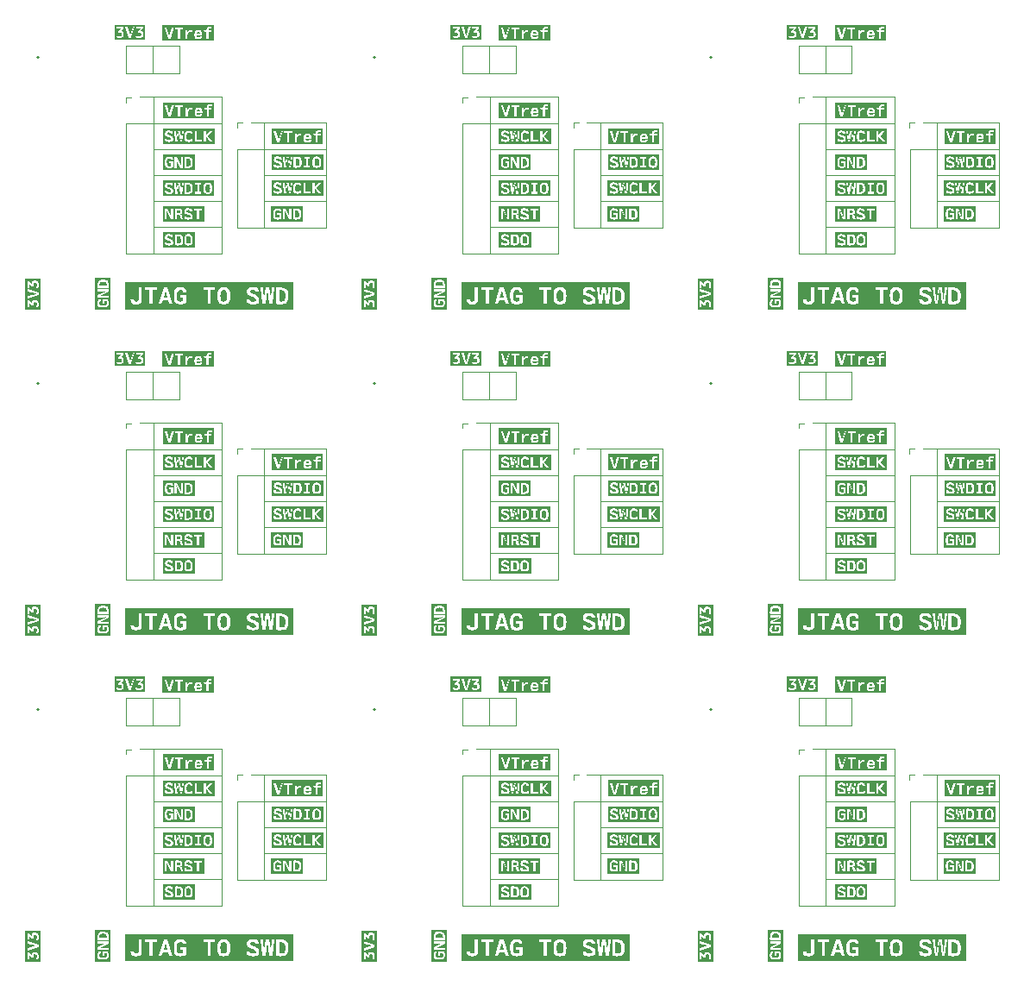
<source format=gto>
%MOIN*%
%OFA0B0*%
%FSLAX46Y46*%
%IPPOS*%
%LPD*%
%ADD10C,0.0047244094488188976*%
%ADD11C,0.0078740157480314977*%
%ADD22C,0.0047244094488188976*%
%ADD23C,0.0078740157480314977*%
%ADD24C,0.0047244094488188976*%
%ADD25C,0.0078740157480314977*%
%ADD26C,0.0047244094488188976*%
%ADD27C,0.0078740157480314977*%
%ADD28C,0.0047244094488188976*%
%ADD29C,0.0078740157480314977*%
%ADD30C,0.0047244094488188976*%
%ADD31C,0.0078740157480314977*%
%ADD32C,0.0047244094488188976*%
%ADD33C,0.0078740157480314977*%
%ADD34C,0.0047244094488188976*%
%ADD35C,0.0078740157480314977*%
%ADD36C,0.0047244094488188976*%
%ADD37C,0.0078740157480314977*%
G01*
D10*
X0000939173Y0000794881D02*
X0001178740Y0000794881D01*
X0001178740Y0000794881D02*
X0001178740Y0000691929D01*
X0001178740Y0000691929D02*
X0000939173Y0000691929D01*
X0000939173Y0000691929D02*
X0000939173Y0000794881D01*
X0000939173Y0000691929D02*
X0001178740Y0000691929D01*
X0001178740Y0000691929D02*
X0001178740Y0000593503D01*
X0001178740Y0000593503D02*
X0000939173Y0000593503D01*
X0000939173Y0000593503D02*
X0000939173Y0000691929D01*
X0000939173Y0000593503D02*
X0001178740Y0000593503D01*
X0001178740Y0000593503D02*
X0001178740Y0000492519D01*
X0001178740Y0000492519D02*
X0000939173Y0000492519D01*
X0000939173Y0000492519D02*
X0000939173Y0000593503D01*
X0000939173Y0000492519D02*
X0001178740Y0000492519D01*
X0001178740Y0000492519D02*
X0001178740Y0000390157D01*
X0001178740Y0000390157D02*
X0000939173Y0000390157D01*
X0000939173Y0000390157D02*
X0000939173Y0000492519D01*
X0000853937Y0000794881D02*
X0000834251Y0000794881D01*
X0000833858Y0000775196D02*
X0000833858Y0000794881D01*
X0000405118Y0000874015D02*
X0000405118Y0000893700D01*
X0000425196Y0000893700D02*
X0000405511Y0000893700D01*
X0000510433Y0000391732D02*
X0000775590Y0000391732D01*
X0000775590Y0000391732D02*
X0000775590Y0000289370D01*
X0000775590Y0000289370D02*
X0000510433Y0000289370D01*
X0000510433Y0000289370D02*
X0000510433Y0000391732D01*
X0000510433Y0000492716D02*
X0000775590Y0000492716D01*
X0000775590Y0000492716D02*
X0000775590Y0000391732D01*
X0000775590Y0000391732D02*
X0000510433Y0000391732D01*
X0000510433Y0000391732D02*
X0000510433Y0000492716D01*
X0000510433Y0000591929D02*
X0000775590Y0000591929D01*
X0000775590Y0000591929D02*
X0000775590Y0000492913D01*
X0000775590Y0000492913D02*
X0000510433Y0000492913D01*
X0000510433Y0000492913D02*
X0000510433Y0000591929D01*
X0000510433Y0000692913D02*
X0000775590Y0000692913D01*
X0000775590Y0000692913D02*
X0000775590Y0000591929D01*
X0000775590Y0000591929D02*
X0000510433Y0000591929D01*
X0000510433Y0000591929D02*
X0000510433Y0000692913D01*
X0000510433Y0000791338D02*
X0000775590Y0000791338D01*
X0000775590Y0000791338D02*
X0000775590Y0000692913D01*
X0000775590Y0000692913D02*
X0000510433Y0000692913D01*
X0000510433Y0000692913D02*
X0000510433Y0000791338D01*
X0000510433Y0000894291D02*
X0000775590Y0000894291D01*
X0000775590Y0000894291D02*
X0000775590Y0000791338D01*
X0000775590Y0000791338D02*
X0000510433Y0000791338D01*
X0000510433Y0000791338D02*
X0000510433Y0000894291D01*
X0000610433Y0001091732D02*
X0000508070Y0001091732D01*
X0000508070Y0001091732D02*
X0000508070Y0000987007D01*
X0000508070Y0000987007D02*
X0000610433Y0000987007D01*
X0000610433Y0000987007D02*
X0000610433Y0001091732D01*
D11*
X0000068590Y0001047244D02*
G75*
G03*
X0000068590Y0001047244I-0000003629D01*
G01*
G36*
X0000402759Y0000178674D02*
G01*
X0001051571Y0000178674D01*
X0001051571Y0000074081D01*
X0000402759Y0000074081D01*
X0000402759Y0000112924D01*
X0000422571Y0000112924D01*
X0000422817Y0000106268D01*
X0000424118Y0000101299D01*
X0000426626Y0000097760D01*
X0000430493Y0000095393D01*
X0000436036Y0000094057D01*
X0000443571Y0000093612D01*
X0000451048Y0000094057D01*
X0000456602Y0000095393D01*
X0000460528Y0000097784D01*
X0000463118Y0000101393D01*
X0000464559Y0000106502D01*
X0000465040Y0000113393D01*
X0000465040Y0000147518D01*
X0000478071Y0000147518D01*
X0000495134Y0000147518D01*
X0000495134Y0000094456D01*
X0000507134Y0000094456D01*
X0000530759Y0000094456D01*
X0000542665Y0000094456D01*
X0000547259Y0000109737D01*
X0000567509Y0000109737D01*
X0000572102Y0000094456D01*
X0000584009Y0000094456D01*
X0000574493Y0000126331D01*
X0000589540Y0000126331D01*
X0000589805Y0000118419D01*
X0000590602Y0000111810D01*
X0000591930Y0000106502D01*
X0000595130Y0000100526D01*
X0000599946Y0000096565D01*
X0000604227Y0000094924D01*
X0000609571Y0000093940D01*
X0000615977Y0000093612D01*
X0000621743Y0000093870D01*
X0000626665Y0000094643D01*
X0000631610Y0000096143D01*
X0000637446Y0000098581D01*
X0000637446Y0000130362D01*
X0000612884Y0000130362D01*
X0000612884Y0000120143D01*
X0000626102Y0000120143D01*
X0000626102Y0000105799D01*
X0000621462Y0000104346D01*
X0000615696Y0000103924D01*
X0000610716Y0000104417D01*
X0000607024Y0000105893D01*
X0000604411Y0000108553D01*
X0000602665Y0000112596D01*
X0000601680Y0000118327D01*
X0000601352Y0000126049D01*
X0000601645Y0000133948D01*
X0000602524Y0000139831D01*
X0000604106Y0000144002D01*
X0000606509Y0000146768D01*
X0000609907Y0000148315D01*
X0000614477Y0000148831D01*
X0000621087Y0000148081D01*
X0000624602Y0000145596D01*
X0000626009Y0000140581D01*
X0000637634Y0000140581D01*
X0000636802Y0000147049D01*
X0000636630Y0000147518D01*
X0000703071Y0000147518D01*
X0000720134Y0000147518D01*
X0000720134Y0000094456D01*
X0000732134Y0000094456D01*
X0000732134Y0000126143D01*
X0000757634Y0000126143D01*
X0000757878Y0000118237D01*
X0000758613Y0000111643D01*
X0000759837Y0000106362D01*
X0000762813Y0000100432D01*
X0000767337Y0000096518D01*
X0000771363Y0000094903D01*
X0000776378Y0000093935D01*
X0000782384Y0000093612D01*
X0000788389Y0000093935D01*
X0000793404Y0000094903D01*
X0000797430Y0000096518D01*
X0000801954Y0000100432D01*
X0000804930Y0000106362D01*
X0000806154Y0000111643D01*
X0000806381Y0000113674D01*
X0000870696Y0000113674D01*
X0000871024Y0000106690D01*
X0000872571Y0000101487D01*
X0000875512Y0000097807D01*
X0000880024Y0000095393D01*
X0000886434Y0000094057D01*
X0000895071Y0000093612D01*
X0000903450Y0000094010D01*
X0000909649Y0000095206D01*
X0000914020Y0000097362D01*
X0000916915Y0000100643D01*
X0000918532Y0000105284D01*
X0000919071Y0000111518D01*
X0000918626Y0000116639D01*
X0000917290Y0000120752D01*
X0000914911Y0000124092D01*
X0000911337Y0000126893D01*
X0000906286Y0000129401D01*
X0000899477Y0000131862D01*
X0000891614Y0000134569D01*
X0000886587Y0000136877D01*
X0000882977Y0000141706D01*
X0000884009Y0000146112D01*
X0000887430Y0000148268D01*
X0000894321Y0000148924D01*
X0000901024Y0000148221D01*
X0000904493Y0000145877D01*
X0000905852Y0000141143D01*
X0000917759Y0000141143D01*
X0000917290Y0000147448D01*
X0000915696Y0000152112D01*
X0000912848Y0000155393D01*
X0000908618Y0000157549D01*
X0000905356Y0000158206D01*
X0000923665Y0000158206D01*
X0000931259Y0000094456D01*
X0000943634Y0000094456D01*
X0000950946Y0000149956D01*
X0000951321Y0000149956D01*
X0000958540Y0000094456D01*
X0000971009Y0000094456D01*
X0000984321Y0000094456D01*
X0000990457Y0000094039D01*
X0000995988Y0000093789D01*
X0001000915Y0000093706D01*
X0001008425Y0000094028D01*
X0001014707Y0000094997D01*
X0001019759Y0000096612D01*
X0001025454Y0000100491D01*
X0001029227Y0000106315D01*
X0001030790Y0000111466D01*
X0001031727Y0000117857D01*
X0001032040Y0000125487D01*
X0001031769Y0000132784D01*
X0001030957Y0000138924D01*
X0001029602Y0000143909D01*
X0001026309Y0000149686D01*
X0001021305Y0000153799D01*
X0001016863Y0000155737D01*
X0001011347Y0000157174D01*
X0001004759Y0000158112D01*
X0001000259Y0000158463D01*
X0000995196Y0000158581D01*
X0000990040Y0000158487D01*
X0000984321Y0000158206D01*
X0000984321Y0000094456D01*
X0000971009Y0000094456D01*
X0000978602Y0000158206D01*
X0000968290Y0000158206D01*
X0000964540Y0000108049D01*
X0000964446Y0000108049D01*
X0000963696Y0000119674D01*
X0000957884Y0000158206D01*
X0000944384Y0000158206D01*
X0000938384Y0000119674D01*
X0000937727Y0000108049D01*
X0000937634Y0000108049D01*
X0000933977Y0000158206D01*
X0000923665Y0000158206D01*
X0000905356Y0000158206D01*
X0000902677Y0000158745D01*
X0000894696Y0000159143D01*
X0000886552Y0000158756D01*
X0000880493Y0000157596D01*
X0000876204Y0000155522D01*
X0000873368Y0000152393D01*
X0000871786Y0000147987D01*
X0000871259Y0000142081D01*
X0000871704Y0000137463D01*
X0000873040Y0000133737D01*
X0000875442Y0000130678D01*
X0000879087Y0000128065D01*
X0000884255Y0000125686D01*
X0000891227Y0000123331D01*
X0000896794Y0000121514D01*
X0000900930Y0000119815D01*
X0000905852Y0000116206D01*
X0000907352Y0000111424D01*
X0000906321Y0000106784D01*
X0000902805Y0000104487D01*
X0000895821Y0000103831D01*
X0000891262Y0000104042D01*
X0000887899Y0000104674D01*
X0000883915Y0000107627D01*
X0000882415Y0000113674D01*
X0000870696Y0000113674D01*
X0000806381Y0000113674D01*
X0000806889Y0000118237D01*
X0000807134Y0000126143D01*
X0000806889Y0000134164D01*
X0000806154Y0000140851D01*
X0000804930Y0000146206D01*
X0000801954Y0000152217D01*
X0000797430Y0000156190D01*
X0000793404Y0000157831D01*
X0000788389Y0000158815D01*
X0000782384Y0000159143D01*
X0000776378Y0000158815D01*
X0000771363Y0000157831D01*
X0000767337Y0000156190D01*
X0000762813Y0000152217D01*
X0000759837Y0000146206D01*
X0000758613Y0000140851D01*
X0000757878Y0000134164D01*
X0000757634Y0000126143D01*
X0000732134Y0000126143D01*
X0000732134Y0000147518D01*
X0000749196Y0000147518D01*
X0000749196Y0000158206D01*
X0000703071Y0000158206D01*
X0000703071Y0000147518D01*
X0000636630Y0000147518D01*
X0000635055Y0000151831D01*
X0000632184Y0000155206D01*
X0000627977Y0000157456D01*
X0000622141Y0000158721D01*
X0000614384Y0000159143D01*
X0000608378Y0000158815D01*
X0000603363Y0000157831D01*
X0000599337Y0000156190D01*
X0000594802Y0000152229D01*
X0000591790Y0000146252D01*
X0000590540Y0000140935D01*
X0000589790Y0000134294D01*
X0000589540Y0000126331D01*
X0000574493Y0000126331D01*
X0000564977Y0000158206D01*
X0000549790Y0000158206D01*
X0000530759Y0000094456D01*
X0000507134Y0000094456D01*
X0000507134Y0000147518D01*
X0000524196Y0000147518D01*
X0000524196Y0000158206D01*
X0000478071Y0000158206D01*
X0000478071Y0000147518D01*
X0000465040Y0000147518D01*
X0000465040Y0000158206D01*
X0000453134Y0000158206D01*
X0000453134Y0000113768D01*
X0000452243Y0000107862D01*
X0000449243Y0000104909D01*
X0000443290Y0000104018D01*
X0000436352Y0000105940D01*
X0000434571Y0000112924D01*
X0000422571Y0000112924D01*
X0000402759Y0000112924D01*
X0000402759Y0000178674D01*
G37*
G36*
X0000786860Y0000148327D02*
G01*
X0000790165Y0000146815D01*
X0000792497Y0000144096D01*
X0000794055Y0000139971D01*
X0000794934Y0000134100D01*
X0000795227Y0000126143D01*
X0000794934Y0000118420D01*
X0000794055Y0000112690D01*
X0000792497Y0000108635D01*
X0000790165Y0000105940D01*
X0000786860Y0000104428D01*
X0000782384Y0000103924D01*
X0000777895Y0000104428D01*
X0000774555Y0000105940D01*
X0000772188Y0000108635D01*
X0000770618Y0000112690D01*
X0000769739Y0000118420D01*
X0000769446Y0000126143D01*
X0000769739Y0000134042D01*
X0000770618Y0000139924D01*
X0000772188Y0000144085D01*
X0000774555Y0000146815D01*
X0000777895Y0000148327D01*
X0000782384Y0000148831D01*
X0000786860Y0000148327D01*
G37*
G36*
X0000999977Y0000148151D02*
G01*
X0001004384Y0000147799D01*
X0001009786Y0000146780D01*
X0001013805Y0000145034D01*
X0001016653Y0000142338D01*
X0001018540Y0000138471D01*
X0001019595Y0000133163D01*
X0001019946Y0000126143D01*
X0001019583Y0000118725D01*
X0001018493Y0000113159D01*
X0001016536Y0000109163D01*
X0001013571Y0000106456D01*
X0001009376Y0000104815D01*
X0001003727Y0000104018D01*
X0000996321Y0000104299D01*
X0000996321Y0000148268D01*
X0000999977Y0000148151D01*
G37*
G36*
X0000564696Y0000119768D02*
G01*
X0000550071Y0000119768D01*
X0000557290Y0000146581D01*
X0000557477Y0000146581D01*
X0000564696Y0000119768D01*
G37*
G36*
X0000286091Y0000073476D02*
G01*
X0000286091Y0000097851D01*
X0000293904Y0000097851D01*
X0000294123Y0000093848D01*
X0000294779Y0000090504D01*
X0000295873Y0000087820D01*
X0000298513Y0000084797D01*
X0000302498Y0000082789D01*
X0000306043Y0000081956D01*
X0000310470Y0000081455D01*
X0000315779Y0000081289D01*
X0000321053Y0000081466D01*
X0000325459Y0000081997D01*
X0000328998Y0000082883D01*
X0000332982Y0000085015D01*
X0000335623Y0000088226D01*
X0000336716Y0000091081D01*
X0000337373Y0000094643D01*
X0000337591Y0000098914D01*
X0000337419Y0000102758D01*
X0000336904Y0000106039D01*
X0000335904Y0000109336D01*
X0000334279Y0000113226D01*
X0000313091Y0000113226D01*
X0000313091Y0000096851D01*
X0000319904Y0000096851D01*
X0000319904Y0000105664D01*
X0000329466Y0000105664D01*
X0000330435Y0000102570D01*
X0000330716Y0000098726D01*
X0000330388Y0000095406D01*
X0000329404Y0000092945D01*
X0000327630Y0000091203D01*
X0000324935Y0000090039D01*
X0000321115Y0000089383D01*
X0000315966Y0000089164D01*
X0000310701Y0000089359D01*
X0000306779Y0000089945D01*
X0000303998Y0000091000D01*
X0000302154Y0000092601D01*
X0000301123Y0000094867D01*
X0000300779Y0000097914D01*
X0000301279Y0000102320D01*
X0000302935Y0000104664D01*
X0000306279Y0000105601D01*
X0000306279Y0000113351D01*
X0000301966Y0000112797D01*
X0000298779Y0000111633D01*
X0000296529Y0000109719D01*
X0000295029Y0000106914D01*
X0000294185Y0000103023D01*
X0000293904Y0000097851D01*
X0000286091Y0000097851D01*
X0000286091Y0000150851D01*
X0000294529Y0000150851D01*
X0000294529Y0000143164D01*
X0000318966Y0000143164D01*
X0000327841Y0000144039D01*
X0000327841Y0000143851D01*
X0000294529Y0000128601D01*
X0000294529Y0000118851D01*
X0000337029Y0000118851D01*
X0000337029Y0000126539D01*
X0000312591Y0000126539D01*
X0000303716Y0000125664D01*
X0000303716Y0000125851D01*
X0000337029Y0000141101D01*
X0000337029Y0000150851D01*
X0000294529Y0000150851D01*
X0000286091Y0000150851D01*
X0000286091Y0000164226D01*
X0000294279Y0000164226D01*
X0000294341Y0000160789D01*
X0000294529Y0000156976D01*
X0000337029Y0000156976D01*
X0000337307Y0000161067D01*
X0000337473Y0000164754D01*
X0000337529Y0000168039D01*
X0000337314Y0000173046D01*
X0000336668Y0000177233D01*
X0000335591Y0000180601D01*
X0000333005Y0000184398D01*
X0000329122Y0000186914D01*
X0000325689Y0000187956D01*
X0000321428Y0000188581D01*
X0000316341Y0000188789D01*
X0000311477Y0000188608D01*
X0000307383Y0000188067D01*
X0000304060Y0000187164D01*
X0000300208Y0000184969D01*
X0000297466Y0000181633D01*
X0000296175Y0000178671D01*
X0000295216Y0000174994D01*
X0000294591Y0000170601D01*
X0000294357Y0000167601D01*
X0000294279Y0000164226D01*
X0000286091Y0000164226D01*
X0000286091Y0000196601D01*
X0000345404Y0000196601D01*
X0000345404Y0000073476D01*
X0000286091Y0000073476D01*
G37*
G36*
X0000320849Y0000180484D02*
G01*
X0000324560Y0000179758D01*
X0000327224Y0000178453D01*
X0000329029Y0000176476D01*
X0000330123Y0000173680D01*
X0000330654Y0000169914D01*
X0000330466Y0000164976D01*
X0000301154Y0000164976D01*
X0000301232Y0000167414D01*
X0000301466Y0000170351D01*
X0000302146Y0000173953D01*
X0000303310Y0000176633D01*
X0000305107Y0000178531D01*
X0000307685Y0000179789D01*
X0000311224Y0000180492D01*
X0000315904Y0000180726D01*
X0000320849Y0000180484D01*
G37*
G36*
X0000015931Y0000073445D02*
G01*
X0000015931Y0000082133D01*
X0000023744Y0000082133D01*
X0000030369Y0000082133D01*
X0000030369Y0000098758D01*
X0000039681Y0000088258D01*
X0000047056Y0000088258D01*
X0000046494Y0000092039D01*
X0000046306Y0000095133D01*
X0000046681Y0000098352D01*
X0000047806Y0000100508D01*
X0000049744Y0000101727D01*
X0000052556Y0000102133D01*
X0000056111Y0000101641D01*
X0000058400Y0000100164D01*
X0000059642Y0000097453D01*
X0000060056Y0000093258D01*
X0000059853Y0000090438D01*
X0000059244Y0000087727D01*
X0000058134Y0000084781D01*
X0000056431Y0000081258D01*
X0000064244Y0000081258D01*
X0000065463Y0000084172D01*
X0000066244Y0000086914D01*
X0000066666Y0000089844D01*
X0000066806Y0000093320D01*
X0000066463Y0000098898D01*
X0000065431Y0000103133D01*
X0000063634Y0000106203D01*
X0000060994Y0000108289D01*
X0000057353Y0000109484D01*
X0000052556Y0000109883D01*
X0000048455Y0000109648D01*
X0000045275Y0000108945D01*
X0000042924Y0000107719D01*
X0000041306Y0000105914D01*
X0000040369Y0000103453D01*
X0000040056Y0000100258D01*
X0000040181Y0000097758D01*
X0000039869Y0000097758D01*
X0000030994Y0000108258D01*
X0000023744Y0000108258D01*
X0000023744Y0000082133D01*
X0000015931Y0000082133D01*
X0000015931Y0000151570D01*
X0000023744Y0000151570D01*
X0000023744Y0000143445D01*
X0000056869Y0000134195D01*
X0000056869Y0000133883D01*
X0000023744Y0000124633D01*
X0000023744Y0000116508D01*
X0000066244Y0000129133D01*
X0000066244Y0000138945D01*
X0000023744Y0000151570D01*
X0000015931Y0000151570D01*
X0000015931Y0000157133D01*
X0000023744Y0000157133D01*
X0000030369Y0000157133D01*
X0000030369Y0000173758D01*
X0000039681Y0000163258D01*
X0000047056Y0000163258D01*
X0000046494Y0000167039D01*
X0000046306Y0000170133D01*
X0000046681Y0000173352D01*
X0000047806Y0000175508D01*
X0000049744Y0000176727D01*
X0000052556Y0000177133D01*
X0000056111Y0000176641D01*
X0000058400Y0000175164D01*
X0000059642Y0000172453D01*
X0000060056Y0000168258D01*
X0000059853Y0000165438D01*
X0000059244Y0000162727D01*
X0000058134Y0000159781D01*
X0000056431Y0000156258D01*
X0000064244Y0000156258D01*
X0000065463Y0000159172D01*
X0000066244Y0000161914D01*
X0000066666Y0000164844D01*
X0000066806Y0000168320D01*
X0000066463Y0000173898D01*
X0000065431Y0000178133D01*
X0000063634Y0000181203D01*
X0000060994Y0000183289D01*
X0000057353Y0000184484D01*
X0000052556Y0000184883D01*
X0000048455Y0000184648D01*
X0000045275Y0000183945D01*
X0000042924Y0000182719D01*
X0000041306Y0000180914D01*
X0000040369Y0000178453D01*
X0000040056Y0000175258D01*
X0000040181Y0000172758D01*
X0000039869Y0000172758D01*
X0000030994Y0000183258D01*
X0000023744Y0000183258D01*
X0000023744Y0000157133D01*
X0000015931Y0000157133D01*
X0000015931Y0000192695D01*
X0000074619Y0000192695D01*
X0000074619Y0000073445D01*
X0000015931Y0000073445D01*
G37*
G36*
X0000546100Y0001173831D02*
G01*
X0000743663Y0001173831D01*
X0000743663Y0001110769D01*
X0000546100Y0001110769D01*
X0000546100Y0001161644D01*
X0000553913Y0001161644D01*
X0000566538Y0001119144D01*
X0000576350Y0001119144D01*
X0000586859Y0001154519D01*
X0000593600Y0001154519D01*
X0000604975Y0001154519D01*
X0000604975Y0001119144D01*
X0000612975Y0001119144D01*
X0000634725Y0001119144D01*
X0000642225Y0001119144D01*
X0000642225Y0001135206D01*
X0000642360Y0001135769D01*
X0000668975Y0001135769D01*
X0000669131Y0001131609D01*
X0000669600Y0001128130D01*
X0000670381Y0001125331D01*
X0000672264Y0001122183D01*
X0000675100Y0001120113D01*
X0000679116Y0001118964D01*
X0000684538Y0001118581D01*
X0000688835Y0001118824D01*
X0000692100Y0001119550D01*
X0000694522Y0001120839D01*
X0000696288Y0001122769D01*
X0000697522Y0001125488D01*
X0000698350Y0001129144D01*
X0000690600Y0001129144D01*
X0000688569Y0001125894D01*
X0000684475Y0001125019D01*
X0000680006Y0001125738D01*
X0000677663Y0001128144D01*
X0000676663Y0001132956D01*
X0000698850Y0001132956D01*
X0000698913Y0001135394D01*
X0000698760Y0001139519D01*
X0000698302Y0001142977D01*
X0000697538Y0001145769D01*
X0000695709Y0001148925D01*
X0000692975Y0001151019D01*
X0000690525Y0001151769D01*
X0000705850Y0001151769D01*
X0000707913Y0001145019D01*
X0000716038Y0001145019D01*
X0000716038Y0001119144D01*
X0000723538Y0001119144D01*
X0000723538Y0001145019D01*
X0000735163Y0001145019D01*
X0000735163Y0001151769D01*
X0000723538Y0001151769D01*
X0000723538Y0001155331D01*
X0000725256Y0001158550D01*
X0000727670Y0001159230D01*
X0000731475Y0001159456D01*
X0000735850Y0001159331D01*
X0000735850Y0001165831D01*
X0000732928Y0001165972D01*
X0000730288Y0001166019D01*
X0000725405Y0001165777D01*
X0000721756Y0001165050D01*
X0000719147Y0001163769D01*
X0000717381Y0001161863D01*
X0000716374Y0001159183D01*
X0000716038Y0001155581D01*
X0000716038Y0001151769D01*
X0000705850Y0001151769D01*
X0000690525Y0001151769D01*
X0000689147Y0001152191D01*
X0000684038Y0001152581D01*
X0000678780Y0001152206D01*
X0000674881Y0001151081D01*
X0000672131Y0001149058D01*
X0000670319Y0001145988D01*
X0000669572Y0001143255D01*
X0000669124Y0001139849D01*
X0000668975Y0001135769D01*
X0000642360Y0001135769D01*
X0000643163Y0001139113D01*
X0000645538Y0001142581D01*
X0000648225Y0001144206D01*
X0000651413Y0001144441D01*
X0000655725Y0001144519D01*
X0000659538Y0001144456D01*
X0000659538Y0001151956D01*
X0000655663Y0001152050D01*
X0000651538Y0001152081D01*
X0000647413Y0001151769D01*
X0000645288Y0001150206D01*
X0000643960Y0001148300D01*
X0000641975Y0001145081D01*
X0000641288Y0001145081D01*
X0000641600Y0001151769D01*
X0000634725Y0001151769D01*
X0000634725Y0001119144D01*
X0000612975Y0001119144D01*
X0000612975Y0001154519D01*
X0000624350Y0001154519D01*
X0000624350Y0001161644D01*
X0000593600Y0001161644D01*
X0000593600Y0001154519D01*
X0000586859Y0001154519D01*
X0000588975Y0001161644D01*
X0000580850Y0001161644D01*
X0000571600Y0001128519D01*
X0000571288Y0001128519D01*
X0000562038Y0001161644D01*
X0000553913Y0001161644D01*
X0000546100Y0001161644D01*
X0000546100Y0001173831D01*
G37*
G36*
X0000688288Y0001145550D02*
G01*
X0000690506Y0001143488D01*
X0000691413Y0001139331D01*
X0000676725Y0001139331D01*
X0000677788Y0001143488D01*
X0000679975Y0001145550D01*
X0000684038Y0001146144D01*
X0000688288Y0001145550D01*
G37*
G36*
X0000359666Y0001173831D02*
G01*
X0000478916Y0001173831D01*
X0000478916Y0001115144D01*
X0000359666Y0001115144D01*
X0000359666Y0001125519D01*
X0000367478Y0001125519D01*
X0000370392Y0001124300D01*
X0000373135Y0001123519D01*
X0000376064Y0001123097D01*
X0000379541Y0001122956D01*
X0000385119Y0001123300D01*
X0000389353Y0001124331D01*
X0000392424Y0001126128D01*
X0000394510Y0001128769D01*
X0000395705Y0001132410D01*
X0000396103Y0001137206D01*
X0000395869Y0001141308D01*
X0000395166Y0001144488D01*
X0000393939Y0001146839D01*
X0000392135Y0001148456D01*
X0000389674Y0001149394D01*
X0000386478Y0001149706D01*
X0000383978Y0001149581D01*
X0000383978Y0001149894D01*
X0000394478Y0001158769D01*
X0000394478Y0001166019D01*
X0000402728Y0001166019D01*
X0000415353Y0001123519D01*
X0000425166Y0001123519D01*
X0000425760Y0001125519D01*
X0000442478Y0001125519D01*
X0000445392Y0001124300D01*
X0000448135Y0001123519D01*
X0000451064Y0001123097D01*
X0000454541Y0001122956D01*
X0000460119Y0001123300D01*
X0000464353Y0001124331D01*
X0000467424Y0001126128D01*
X0000469510Y0001128769D01*
X0000470705Y0001132410D01*
X0000471103Y0001137206D01*
X0000470869Y0001141308D01*
X0000470166Y0001144488D01*
X0000468939Y0001146839D01*
X0000467135Y0001148456D01*
X0000464674Y0001149394D01*
X0000461478Y0001149706D01*
X0000458978Y0001149581D01*
X0000458978Y0001149894D01*
X0000469478Y0001158769D01*
X0000469478Y0001166019D01*
X0000443353Y0001166019D01*
X0000443353Y0001159394D01*
X0000459978Y0001159394D01*
X0000449478Y0001150081D01*
X0000449478Y0001142706D01*
X0000453260Y0001143269D01*
X0000456353Y0001143456D01*
X0000459572Y0001143081D01*
X0000461728Y0001141956D01*
X0000462947Y0001140019D01*
X0000463353Y0001137206D01*
X0000462861Y0001133652D01*
X0000461385Y0001131363D01*
X0000458674Y0001130120D01*
X0000454478Y0001129706D01*
X0000451658Y0001129910D01*
X0000448947Y0001130519D01*
X0000446002Y0001131628D01*
X0000442478Y0001133331D01*
X0000442478Y0001125519D01*
X0000425760Y0001125519D01*
X0000437791Y0001166019D01*
X0000429666Y0001166019D01*
X0000420416Y0001132894D01*
X0000420103Y0001132894D01*
X0000410853Y0001166019D01*
X0000402728Y0001166019D01*
X0000394478Y0001166019D01*
X0000368353Y0001166019D01*
X0000368353Y0001159394D01*
X0000384978Y0001159394D01*
X0000374478Y0001150081D01*
X0000374478Y0001142706D01*
X0000378260Y0001143269D01*
X0000381353Y0001143456D01*
X0000384572Y0001143081D01*
X0000386728Y0001141956D01*
X0000387947Y0001140019D01*
X0000388353Y0001137206D01*
X0000387861Y0001133652D01*
X0000386385Y0001131363D01*
X0000383674Y0001130120D01*
X0000379478Y0001129706D01*
X0000376658Y0001129910D01*
X0000373947Y0001130519D01*
X0000371002Y0001131628D01*
X0000367478Y0001133331D01*
X0000367478Y0001125519D01*
X0000359666Y0001125519D01*
X0000359666Y0001173831D01*
G37*
G36*
X0000965996Y0000472175D02*
G01*
X0001089121Y0000472175D01*
X0001089121Y0000412863D01*
X0000965996Y0000412863D01*
X0000965996Y0000442488D01*
X0000973809Y0000442488D01*
X0000973986Y0000437214D01*
X0000974517Y0000432807D01*
X0000975402Y0000429269D01*
X0000977535Y0000425285D01*
X0000980746Y0000422644D01*
X0000983600Y0000421550D01*
X0000987163Y0000420894D01*
X0000991434Y0000420675D01*
X0000995277Y0000420847D01*
X0000997763Y0000421238D01*
X0001011371Y0000421238D01*
X0001019059Y0000421238D01*
X0001019059Y0000445675D01*
X0001018184Y0000454550D01*
X0001018371Y0000454550D01*
X0001033621Y0000421238D01*
X0001043371Y0000421238D01*
X0001049496Y0000421238D01*
X0001053586Y0000420960D01*
X0001057274Y0000420793D01*
X0001060559Y0000420738D01*
X0001065565Y0000420953D01*
X0001069753Y0000421599D01*
X0001073121Y0000422675D01*
X0001076918Y0000425261D01*
X0001079434Y0000429144D01*
X0001080475Y0000432578D01*
X0001081100Y0000436839D01*
X0001081309Y0000441925D01*
X0001081128Y0000446790D01*
X0001080586Y0000450884D01*
X0001079684Y0000454207D01*
X0001077488Y0000458058D01*
X0001074152Y0000460800D01*
X0001071190Y0000462092D01*
X0001067513Y0000463050D01*
X0001063121Y0000463675D01*
X0001060121Y0000463910D01*
X0001056746Y0000463988D01*
X0001053309Y0000463925D01*
X0001049496Y0000463738D01*
X0001049496Y0000421238D01*
X0001043371Y0000421238D01*
X0001043371Y0000463738D01*
X0001035684Y0000463738D01*
X0001035684Y0000439300D01*
X0001036559Y0000430425D01*
X0001036371Y0000430425D01*
X0001021121Y0000463738D01*
X0001011371Y0000463738D01*
X0001011371Y0000421238D01*
X0000997763Y0000421238D01*
X0000998559Y0000421363D01*
X0001001855Y0000422363D01*
X0001005746Y0000423988D01*
X0001005746Y0000445175D01*
X0000989371Y0000445175D01*
X0000989371Y0000438363D01*
X0000998184Y0000438363D01*
X0000998184Y0000428800D01*
X0000995090Y0000427832D01*
X0000991246Y0000427550D01*
X0000987926Y0000427879D01*
X0000985465Y0000428863D01*
X0000983723Y0000430636D01*
X0000982559Y0000433332D01*
X0000981902Y0000437152D01*
X0000981684Y0000442300D01*
X0000981879Y0000447566D01*
X0000982465Y0000451488D01*
X0000983520Y0000454269D01*
X0000985121Y0000456113D01*
X0000987387Y0000457144D01*
X0000990434Y0000457488D01*
X0000994840Y0000456988D01*
X0000997184Y0000455332D01*
X0000998121Y0000451988D01*
X0001005871Y0000451988D01*
X0001005316Y0000456300D01*
X0001004152Y0000459488D01*
X0001002238Y0000461738D01*
X0000999434Y0000463238D01*
X0000995543Y0000464082D01*
X0000990371Y0000464363D01*
X0000986368Y0000464144D01*
X0000983024Y0000463488D01*
X0000980340Y0000462394D01*
X0000977316Y0000459754D01*
X0000975309Y0000455769D01*
X0000974475Y0000452224D01*
X0000973975Y0000447797D01*
X0000973809Y0000442488D01*
X0000965996Y0000442488D01*
X0000965996Y0000472175D01*
G37*
G36*
X0001059934Y0000457035D02*
G01*
X0001062871Y0000456800D01*
X0001066473Y0000456121D01*
X0001069152Y0000454957D01*
X0001071051Y0000453160D01*
X0001072309Y0000450582D01*
X0001073012Y0000447043D01*
X0001073246Y0000442363D01*
X0001073004Y0000437418D01*
X0001072277Y0000433707D01*
X0001070973Y0000431043D01*
X0001068996Y0000429238D01*
X0001066199Y0000428144D01*
X0001062434Y0000427613D01*
X0001057496Y0000427800D01*
X0001057496Y0000457113D01*
X0001059934Y0000457035D01*
G37*
G36*
X0000966897Y0000572175D02*
G01*
X0001166960Y0000572175D01*
X0001166960Y0000512863D01*
X0000966897Y0000512863D01*
X0000966897Y0000534050D01*
X0000974897Y0000534050D01*
X0000975116Y0000529394D01*
X0000976147Y0000525925D01*
X0000978108Y0000523472D01*
X0000981116Y0000521863D01*
X0000985390Y0000520972D01*
X0000991147Y0000520675D01*
X0000996733Y0000520941D01*
X0001000866Y0000521738D01*
X0001003780Y0000523175D01*
X0001005710Y0000525363D01*
X0001006788Y0000528457D01*
X0001007147Y0000532613D01*
X0001006851Y0000536027D01*
X0001005960Y0000538769D01*
X0001004374Y0000540996D01*
X0001001991Y0000542863D01*
X0000998624Y0000544535D01*
X0000994085Y0000546175D01*
X0000988843Y0000547980D01*
X0000985491Y0000549519D01*
X0000983085Y0000552738D01*
X0000983772Y0000555675D01*
X0000986054Y0000557113D01*
X0000990647Y0000557550D01*
X0000995116Y0000557082D01*
X0000997429Y0000555519D01*
X0000998335Y0000552363D01*
X0001006272Y0000552363D01*
X0001005960Y0000556566D01*
X0001004897Y0000559675D01*
X0001002999Y0000561863D01*
X0001000179Y0000563300D01*
X0000998004Y0000563738D01*
X0001010210Y0000563738D01*
X0001015272Y0000521238D01*
X0001023522Y0000521238D01*
X0001028397Y0000558238D01*
X0001028647Y0000558238D01*
X0001033460Y0000521238D01*
X0001041772Y0000521238D01*
X0001044296Y0000542425D01*
X0001050835Y0000542425D01*
X0001051002Y0000537155D01*
X0001051502Y0000532759D01*
X0001052335Y0000529238D01*
X0001054351Y0000525277D01*
X0001057397Y0000522644D01*
X0001060113Y0000521550D01*
X0001063508Y0000520894D01*
X0001067585Y0000520675D01*
X0001072577Y0000520949D01*
X0001073890Y0000521238D01*
X0001125710Y0000521238D01*
X0001133647Y0000521238D01*
X0001133647Y0000541488D01*
X0001149210Y0000521238D01*
X0001159147Y0000521238D01*
X0001141522Y0000542800D01*
X0001141522Y0000542988D01*
X0001156772Y0000563738D01*
X0001147585Y0000563738D01*
X0001133647Y0000544238D01*
X0001133647Y0000563738D01*
X0001125710Y0000563738D01*
X0001125710Y0000521238D01*
X0001073890Y0000521238D01*
X0001074174Y0000521300D01*
X0001089897Y0000521300D01*
X0001119397Y0000521300D01*
X0001119397Y0000528300D01*
X0001097897Y0000528300D01*
X0001097897Y0000563738D01*
X0001089897Y0000563738D01*
X0001089897Y0000521300D01*
X0001074174Y0000521300D01*
X0001076304Y0000521769D01*
X0001078983Y0000523254D01*
X0001080835Y0000525519D01*
X0001081991Y0000528730D01*
X0001082585Y0000533050D01*
X0001074772Y0000533050D01*
X0001072772Y0000528644D01*
X0001070726Y0000527777D01*
X0001067585Y0000527488D01*
X0001064538Y0000527824D01*
X0001062272Y0000528832D01*
X0001060671Y0000530636D01*
X0001059616Y0000533363D01*
X0001059030Y0000537222D01*
X0001058835Y0000542425D01*
X0001059030Y0000547691D01*
X0001059616Y0000551613D01*
X0001060671Y0000554386D01*
X0001062272Y0000556207D01*
X0001064538Y0000557215D01*
X0001067585Y0000557550D01*
X0001070429Y0000557238D01*
X0001072335Y0000556300D01*
X0001073569Y0000554504D01*
X0001074397Y0000551613D01*
X0001082210Y0000551613D01*
X0001081726Y0000556043D01*
X0001080647Y0000559332D01*
X0001078851Y0000561660D01*
X0001076210Y0000563207D01*
X0001072522Y0000564074D01*
X0001067585Y0000564363D01*
X0001063508Y0000564144D01*
X0001060113Y0000563488D01*
X0001057397Y0000562394D01*
X0001054351Y0000559746D01*
X0001052335Y0000555738D01*
X0001051502Y0000552175D01*
X0001051002Y0000547738D01*
X0001050835Y0000542425D01*
X0001044296Y0000542425D01*
X0001046835Y0000563738D01*
X0001039960Y0000563738D01*
X0001037460Y0000530300D01*
X0001037397Y0000530300D01*
X0001036897Y0000538050D01*
X0001033022Y0000563738D01*
X0001024022Y0000563738D01*
X0001020022Y0000538050D01*
X0001019585Y0000530300D01*
X0001019522Y0000530300D01*
X0001017085Y0000563738D01*
X0001010210Y0000563738D01*
X0000998004Y0000563738D01*
X0000996218Y0000564097D01*
X0000990897Y0000564363D01*
X0000985468Y0000564105D01*
X0000981429Y0000563332D01*
X0000978569Y0000561949D01*
X0000976679Y0000559863D01*
X0000975624Y0000556925D01*
X0000975272Y0000552988D01*
X0000975569Y0000549910D01*
X0000976460Y0000547425D01*
X0000978061Y0000545386D01*
X0000980491Y0000543644D01*
X0000983936Y0000542058D01*
X0000988585Y0000540488D01*
X0000992296Y0000539277D01*
X0000995054Y0000538144D01*
X0000998335Y0000535738D01*
X0000999335Y0000532550D01*
X0000998647Y0000529457D01*
X0000996304Y0000527925D01*
X0000991647Y0000527488D01*
X0000988608Y0000527629D01*
X0000986366Y0000528050D01*
X0000983710Y0000530019D01*
X0000982710Y0000534050D01*
X0000974897Y0000534050D01*
X0000966897Y0000534050D01*
X0000966897Y0000572175D01*
G37*
G36*
X0001144819Y0000657152D02*
G01*
X0001147022Y0000656144D01*
X0001148577Y0000654332D01*
X0001149616Y0000651582D01*
X0001150202Y0000647668D01*
X0001150397Y0000642363D01*
X0001150202Y0000637215D01*
X0001149616Y0000633394D01*
X0001148577Y0000630691D01*
X0001147022Y0000628894D01*
X0001144819Y0000627886D01*
X0001141835Y0000627550D01*
X0001138843Y0000627886D01*
X0001136616Y0000628894D01*
X0001135038Y0000630691D01*
X0001133991Y0000633394D01*
X0001133405Y0000637215D01*
X0001133210Y0000642363D01*
X0001133405Y0000647629D01*
X0001133991Y0000651550D01*
X0001135038Y0000654324D01*
X0001136616Y0000656144D01*
X0001138843Y0000657152D01*
X0001141835Y0000657488D01*
X0001144819Y0000657152D01*
G37*
G36*
X0001061897Y0000657035D02*
G01*
X0001064835Y0000656800D01*
X0001068436Y0000656121D01*
X0001071116Y0000654957D01*
X0001073015Y0000653160D01*
X0001074272Y0000650582D01*
X0001074976Y0000647043D01*
X0001075210Y0000642363D01*
X0001074968Y0000637418D01*
X0001074241Y0000633707D01*
X0001072936Y0000631043D01*
X0001070960Y0000629238D01*
X0001068163Y0000628144D01*
X0001064397Y0000627613D01*
X0001059460Y0000627800D01*
X0001059460Y0000657113D01*
X0001061897Y0000657035D01*
G37*
G36*
X0000967710Y0000672175D02*
G01*
X0001166147Y0000672175D01*
X0001166147Y0000612863D01*
X0000967710Y0000612863D01*
X0000967710Y0000634050D01*
X0000975710Y0000634050D01*
X0000975929Y0000629394D01*
X0000976960Y0000625925D01*
X0000978921Y0000623472D01*
X0000981929Y0000621863D01*
X0000986202Y0000620972D01*
X0000991960Y0000620675D01*
X0000997546Y0000620941D01*
X0001001679Y0000621738D01*
X0001004593Y0000623175D01*
X0001006522Y0000625363D01*
X0001007601Y0000628457D01*
X0001007960Y0000632613D01*
X0001007663Y0000636027D01*
X0001006772Y0000638769D01*
X0001005186Y0000640996D01*
X0001002804Y0000642863D01*
X0000999436Y0000644535D01*
X0000994897Y0000646175D01*
X0000989655Y0000647980D01*
X0000986304Y0000649519D01*
X0000983897Y0000652738D01*
X0000984585Y0000655675D01*
X0000986866Y0000657113D01*
X0000991460Y0000657550D01*
X0000995929Y0000657082D01*
X0000998241Y0000655519D01*
X0000999147Y0000652363D01*
X0001007085Y0000652363D01*
X0001006772Y0000656566D01*
X0001005710Y0000659675D01*
X0001003811Y0000661863D01*
X0001000991Y0000663300D01*
X0000998817Y0000663738D01*
X0001011022Y0000663738D01*
X0001016085Y0000621238D01*
X0001024335Y0000621238D01*
X0001029210Y0000658238D01*
X0001029460Y0000658238D01*
X0001034272Y0000621238D01*
X0001042585Y0000621238D01*
X0001051460Y0000621238D01*
X0001055550Y0000620960D01*
X0001059238Y0000620793D01*
X0001062522Y0000620738D01*
X0001067529Y0000620953D01*
X0001069375Y0000621238D01*
X0001092585Y0000621238D01*
X0001116022Y0000621238D01*
X0001116022Y0000628175D01*
X0001108210Y0000628175D01*
X0001108210Y0000642363D01*
X0001125335Y0000642363D01*
X0001125498Y0000637092D01*
X0001125988Y0000632696D01*
X0001126804Y0000629175D01*
X0001128788Y0000625222D01*
X0001131804Y0000622613D01*
X0001134488Y0000621537D01*
X0001137831Y0000620891D01*
X0001141835Y0000620675D01*
X0001145838Y0000620891D01*
X0001149182Y0000621537D01*
X0001151866Y0000622613D01*
X0001154882Y0000625222D01*
X0001156866Y0000629175D01*
X0001157682Y0000632696D01*
X0001158172Y0000637092D01*
X0001158335Y0000642363D01*
X0001158172Y0000647710D01*
X0001157682Y0000652168D01*
X0001156866Y0000655738D01*
X0001154882Y0000659746D01*
X0001151866Y0000662394D01*
X0001149182Y0000663488D01*
X0001145838Y0000664144D01*
X0001141835Y0000664363D01*
X0001137831Y0000664144D01*
X0001134488Y0000663488D01*
X0001131804Y0000662394D01*
X0001128788Y0000659746D01*
X0001126804Y0000655738D01*
X0001125988Y0000652168D01*
X0001125498Y0000647710D01*
X0001125335Y0000642363D01*
X0001108210Y0000642363D01*
X0001108210Y0000656800D01*
X0001115585Y0000656800D01*
X0001115585Y0000663738D01*
X0001093022Y0000663738D01*
X0001093022Y0000656800D01*
X0001100397Y0000656800D01*
X0001100397Y0000628175D01*
X0001092585Y0000628175D01*
X0001092585Y0000621238D01*
X0001069375Y0000621238D01*
X0001071717Y0000621599D01*
X0001075085Y0000622675D01*
X0001078882Y0000625261D01*
X0001081397Y0000629144D01*
X0001082439Y0000632578D01*
X0001083064Y0000636839D01*
X0001083272Y0000641925D01*
X0001083092Y0000646790D01*
X0001082550Y0000650884D01*
X0001081647Y0000654207D01*
X0001079452Y0000658058D01*
X0001076116Y0000660800D01*
X0001073154Y0000662092D01*
X0001069477Y0000663050D01*
X0001065085Y0000663675D01*
X0001062085Y0000663910D01*
X0001058710Y0000663988D01*
X0001055272Y0000663925D01*
X0001051460Y0000663738D01*
X0001051460Y0000621238D01*
X0001042585Y0000621238D01*
X0001047647Y0000663738D01*
X0001040772Y0000663738D01*
X0001038272Y0000630300D01*
X0001038210Y0000630300D01*
X0001037710Y0000638050D01*
X0001033835Y0000663738D01*
X0001024835Y0000663738D01*
X0001020835Y0000638050D01*
X0001020397Y0000630300D01*
X0001020335Y0000630300D01*
X0001017897Y0000663738D01*
X0001011022Y0000663738D01*
X0000998817Y0000663738D01*
X0000997030Y0000664097D01*
X0000991710Y0000664363D01*
X0000986280Y0000664105D01*
X0000982241Y0000663332D01*
X0000979382Y0000661949D01*
X0000977491Y0000659863D01*
X0000976436Y0000656925D01*
X0000976085Y0000652988D01*
X0000976382Y0000649910D01*
X0000977272Y0000647425D01*
X0000978874Y0000645386D01*
X0000981304Y0000643644D01*
X0000984749Y0000642058D01*
X0000989397Y0000640488D01*
X0000993108Y0000639277D01*
X0000995866Y0000638144D01*
X0000999147Y0000635738D01*
X0001000147Y0000632550D01*
X0000999460Y0000629457D01*
X0000997116Y0000627925D01*
X0000992460Y0000627488D01*
X0000989421Y0000627629D01*
X0000987179Y0000628050D01*
X0000984522Y0000630019D01*
X0000983522Y0000634050D01*
X0000975710Y0000634050D01*
X0000967710Y0000634050D01*
X0000967710Y0000672175D01*
G37*
G36*
X0000546888Y0000571585D02*
G01*
X0000745325Y0000571585D01*
X0000745325Y0000512272D01*
X0000546888Y0000512272D01*
X0000546888Y0000533460D01*
X0000554888Y0000533460D01*
X0000555106Y0000528804D01*
X0000556138Y0000525335D01*
X0000558098Y0000522882D01*
X0000561106Y0000521272D01*
X0000565380Y0000520382D01*
X0000571138Y0000520085D01*
X0000576723Y0000520351D01*
X0000580856Y0000521147D01*
X0000583770Y0000522585D01*
X0000585700Y0000524772D01*
X0000586778Y0000527866D01*
X0000587138Y0000532022D01*
X0000586841Y0000535436D01*
X0000585950Y0000538179D01*
X0000584364Y0000540405D01*
X0000581981Y0000542272D01*
X0000578614Y0000543944D01*
X0000574075Y0000545585D01*
X0000568833Y0000547390D01*
X0000565481Y0000548929D01*
X0000563075Y0000552147D01*
X0000563763Y0000555085D01*
X0000566044Y0000556522D01*
X0000570638Y0000556960D01*
X0000575106Y0000556491D01*
X0000577419Y0000554929D01*
X0000578325Y0000551772D01*
X0000586263Y0000551772D01*
X0000585950Y0000555976D01*
X0000584888Y0000559085D01*
X0000582989Y0000561272D01*
X0000580169Y0000562710D01*
X0000577994Y0000563147D01*
X0000590200Y0000563147D01*
X0000595263Y0000520647D01*
X0000603513Y0000520647D01*
X0000608388Y0000557647D01*
X0000608638Y0000557647D01*
X0000613450Y0000520647D01*
X0000621763Y0000520647D01*
X0000630638Y0000520647D01*
X0000634728Y0000520370D01*
X0000638415Y0000520203D01*
X0000641700Y0000520147D01*
X0000646707Y0000520363D01*
X0000648553Y0000520647D01*
X0000671763Y0000520647D01*
X0000695200Y0000520647D01*
X0000695200Y0000527585D01*
X0000687388Y0000527585D01*
X0000687388Y0000541772D01*
X0000704513Y0000541772D01*
X0000704676Y0000536502D01*
X0000705165Y0000532106D01*
X0000705981Y0000528585D01*
X0000707966Y0000524632D01*
X0000710981Y0000522022D01*
X0000713665Y0000520946D01*
X0000717009Y0000520300D01*
X0000721013Y0000520085D01*
X0000725016Y0000520300D01*
X0000728360Y0000520946D01*
X0000731044Y0000522022D01*
X0000734059Y0000524632D01*
X0000736044Y0000528585D01*
X0000736860Y0000532106D01*
X0000737349Y0000536502D01*
X0000737513Y0000541772D01*
X0000737349Y0000547120D01*
X0000736860Y0000551578D01*
X0000736044Y0000555147D01*
X0000734059Y0000559155D01*
X0000731044Y0000561804D01*
X0000728360Y0000562897D01*
X0000725016Y0000563554D01*
X0000721013Y0000563772D01*
X0000717009Y0000563554D01*
X0000713665Y0000562897D01*
X0000710981Y0000561804D01*
X0000707966Y0000559155D01*
X0000705981Y0000555147D01*
X0000705165Y0000551578D01*
X0000704676Y0000547120D01*
X0000704513Y0000541772D01*
X0000687388Y0000541772D01*
X0000687388Y0000556210D01*
X0000694763Y0000556210D01*
X0000694763Y0000563147D01*
X0000672200Y0000563147D01*
X0000672200Y0000556210D01*
X0000679575Y0000556210D01*
X0000679575Y0000527585D01*
X0000671763Y0000527585D01*
X0000671763Y0000520647D01*
X0000648553Y0000520647D01*
X0000650894Y0000521008D01*
X0000654263Y0000522085D01*
X0000658059Y0000524671D01*
X0000660575Y0000528554D01*
X0000661617Y0000531988D01*
X0000662242Y0000536248D01*
X0000662450Y0000541335D01*
X0000662269Y0000546199D01*
X0000661728Y0000550293D01*
X0000660825Y0000553616D01*
X0000658630Y0000557468D01*
X0000655294Y0000560210D01*
X0000652332Y0000561502D01*
X0000648655Y0000562460D01*
X0000644262Y0000563085D01*
X0000641262Y0000563319D01*
X0000637888Y0000563397D01*
X0000634450Y0000563335D01*
X0000630638Y0000563147D01*
X0000630638Y0000520647D01*
X0000621763Y0000520647D01*
X0000626825Y0000563147D01*
X0000619950Y0000563147D01*
X0000617450Y0000529710D01*
X0000617388Y0000529710D01*
X0000616888Y0000537460D01*
X0000613013Y0000563147D01*
X0000604013Y0000563147D01*
X0000600013Y0000537460D01*
X0000599575Y0000529710D01*
X0000599513Y0000529710D01*
X0000597075Y0000563147D01*
X0000590200Y0000563147D01*
X0000577994Y0000563147D01*
X0000576208Y0000563507D01*
X0000570888Y0000563772D01*
X0000565458Y0000563515D01*
X0000561419Y0000562741D01*
X0000558559Y0000561358D01*
X0000556669Y0000559272D01*
X0000555614Y0000556335D01*
X0000555263Y0000552397D01*
X0000555559Y0000549319D01*
X0000556450Y0000546835D01*
X0000558052Y0000544796D01*
X0000560481Y0000543054D01*
X0000563927Y0000541468D01*
X0000568575Y0000539897D01*
X0000572286Y0000538686D01*
X0000575044Y0000537554D01*
X0000578325Y0000535147D01*
X0000579325Y0000531960D01*
X0000578638Y0000528866D01*
X0000576294Y0000527335D01*
X0000571638Y0000526897D01*
X0000568598Y0000527038D01*
X0000566356Y0000527460D01*
X0000563700Y0000529429D01*
X0000562700Y0000533460D01*
X0000554888Y0000533460D01*
X0000546888Y0000533460D01*
X0000546888Y0000571585D01*
G37*
G36*
X0000723997Y0000556561D02*
G01*
X0000726200Y0000555554D01*
X0000727755Y0000553741D01*
X0000728794Y0000550991D01*
X0000729380Y0000547077D01*
X0000729575Y0000541772D01*
X0000729380Y0000536624D01*
X0000728794Y0000532804D01*
X0000727755Y0000530101D01*
X0000726200Y0000528304D01*
X0000723997Y0000527296D01*
X0000721013Y0000526960D01*
X0000718020Y0000527296D01*
X0000715794Y0000528304D01*
X0000714216Y0000530101D01*
X0000713169Y0000532804D01*
X0000712583Y0000536624D01*
X0000712388Y0000541772D01*
X0000712583Y0000547038D01*
X0000713169Y0000550960D01*
X0000714216Y0000553733D01*
X0000715794Y0000555554D01*
X0000718020Y0000556561D01*
X0000721013Y0000556897D01*
X0000723997Y0000556561D01*
G37*
G36*
X0000641075Y0000556444D02*
G01*
X0000644013Y0000556210D01*
X0000647614Y0000555530D01*
X0000650294Y0000554366D01*
X0000652192Y0000552569D01*
X0000653450Y0000549991D01*
X0000654153Y0000546452D01*
X0000654387Y0000541772D01*
X0000654145Y0000536827D01*
X0000653419Y0000533116D01*
X0000652114Y0000530452D01*
X0000650138Y0000528647D01*
X0000647341Y0000527554D01*
X0000643575Y0000527022D01*
X0000638638Y0000527210D01*
X0000638638Y0000556522D01*
X0000641075Y0000556444D01*
G37*
G36*
X0000968147Y0000774050D02*
G01*
X0001165710Y0000774050D01*
X0001165710Y0000710988D01*
X0000968147Y0000710988D01*
X0000968147Y0000761863D01*
X0000975960Y0000761863D01*
X0000988585Y0000719363D01*
X0000998397Y0000719363D01*
X0001008906Y0000754738D01*
X0001015647Y0000754738D01*
X0001027022Y0000754738D01*
X0001027022Y0000719363D01*
X0001035022Y0000719363D01*
X0001056772Y0000719363D01*
X0001064272Y0000719363D01*
X0001064272Y0000735425D01*
X0001064407Y0000735988D01*
X0001091022Y0000735988D01*
X0001091179Y0000731828D01*
X0001091647Y0000728349D01*
X0001092429Y0000725550D01*
X0001094311Y0000722402D01*
X0001097147Y0000720332D01*
X0001101163Y0000719183D01*
X0001106585Y0000718800D01*
X0001110882Y0000719043D01*
X0001114147Y0000719769D01*
X0001116569Y0000721058D01*
X0001118335Y0000722988D01*
X0001119569Y0000725707D01*
X0001120397Y0000729363D01*
X0001112647Y0000729363D01*
X0001110616Y0000726113D01*
X0001106522Y0000725238D01*
X0001102054Y0000725957D01*
X0001099710Y0000728363D01*
X0001098710Y0000733175D01*
X0001120897Y0000733175D01*
X0001120960Y0000735613D01*
X0001120807Y0000739738D01*
X0001120349Y0000743196D01*
X0001119585Y0000745988D01*
X0001117757Y0000749144D01*
X0001115022Y0000751238D01*
X0001112572Y0000751988D01*
X0001127897Y0000751988D01*
X0001129960Y0000745238D01*
X0001138085Y0000745238D01*
X0001138085Y0000719363D01*
X0001145585Y0000719363D01*
X0001145585Y0000745238D01*
X0001157210Y0000745238D01*
X0001157210Y0000751988D01*
X0001145585Y0000751988D01*
X0001145585Y0000755550D01*
X0001147304Y0000758769D01*
X0001149718Y0000759449D01*
X0001153522Y0000759675D01*
X0001157897Y0000759550D01*
X0001157897Y0000766050D01*
X0001154976Y0000766191D01*
X0001152335Y0000766238D01*
X0001147452Y0000765996D01*
X0001143804Y0000765269D01*
X0001141194Y0000763988D01*
X0001139429Y0000762082D01*
X0001138421Y0000759402D01*
X0001138085Y0000755800D01*
X0001138085Y0000751988D01*
X0001127897Y0000751988D01*
X0001112572Y0000751988D01*
X0001111194Y0000752410D01*
X0001106085Y0000752800D01*
X0001100827Y0000752425D01*
X0001096929Y0000751300D01*
X0001094179Y0000749277D01*
X0001092366Y0000746207D01*
X0001091620Y0000743474D01*
X0001091172Y0000740068D01*
X0001091022Y0000735988D01*
X0001064407Y0000735988D01*
X0001065210Y0000739332D01*
X0001067585Y0000742800D01*
X0001070272Y0000744425D01*
X0001073460Y0000744660D01*
X0001077772Y0000744738D01*
X0001081585Y0000744675D01*
X0001081585Y0000752175D01*
X0001077710Y0000752269D01*
X0001073585Y0000752300D01*
X0001069460Y0000751988D01*
X0001067335Y0000750425D01*
X0001066007Y0000748519D01*
X0001064022Y0000745300D01*
X0001063335Y0000745300D01*
X0001063647Y0000751988D01*
X0001056772Y0000751988D01*
X0001056772Y0000719363D01*
X0001035022Y0000719363D01*
X0001035022Y0000754738D01*
X0001046397Y0000754738D01*
X0001046397Y0000761863D01*
X0001015647Y0000761863D01*
X0001015647Y0000754738D01*
X0001008906Y0000754738D01*
X0001011022Y0000761863D01*
X0001002897Y0000761863D01*
X0000993647Y0000728738D01*
X0000993335Y0000728738D01*
X0000984085Y0000761863D01*
X0000975960Y0000761863D01*
X0000968147Y0000761863D01*
X0000968147Y0000774050D01*
G37*
G36*
X0001110335Y0000745769D02*
G01*
X0001112554Y0000743707D01*
X0001113460Y0000739550D01*
X0001098772Y0000739550D01*
X0001099835Y0000743707D01*
X0001102022Y0000745769D01*
X0001106085Y0000746363D01*
X0001110335Y0000745769D01*
G37*
G36*
X0000546888Y0000372175D02*
G01*
X0000670325Y0000372175D01*
X0000670325Y0000312863D01*
X0000546888Y0000312863D01*
X0000546888Y0000334050D01*
X0000554888Y0000334050D01*
X0000555106Y0000329394D01*
X0000556138Y0000325925D01*
X0000558098Y0000323472D01*
X0000561106Y0000321863D01*
X0000565380Y0000320972D01*
X0000571138Y0000320675D01*
X0000576723Y0000320941D01*
X0000578263Y0000321238D01*
X0000593138Y0000321238D01*
X0000597228Y0000320960D01*
X0000600915Y0000320793D01*
X0000604200Y0000320738D01*
X0000609207Y0000320953D01*
X0000613394Y0000321599D01*
X0000616763Y0000322675D01*
X0000620559Y0000325261D01*
X0000623075Y0000329144D01*
X0000624117Y0000332578D01*
X0000624742Y0000336839D01*
X0000624950Y0000341925D01*
X0000624934Y0000342363D01*
X0000629513Y0000342363D01*
X0000629676Y0000337092D01*
X0000630165Y0000332696D01*
X0000630981Y0000329175D01*
X0000632966Y0000325222D01*
X0000635981Y0000322613D01*
X0000638665Y0000321537D01*
X0000642009Y0000320891D01*
X0000646013Y0000320675D01*
X0000650016Y0000320891D01*
X0000653360Y0000321537D01*
X0000656044Y0000322613D01*
X0000659059Y0000325222D01*
X0000661044Y0000329175D01*
X0000661860Y0000332696D01*
X0000662349Y0000337092D01*
X0000662513Y0000342363D01*
X0000662349Y0000347710D01*
X0000661860Y0000352168D01*
X0000661044Y0000355738D01*
X0000659059Y0000359746D01*
X0000656044Y0000362394D01*
X0000653360Y0000363488D01*
X0000650016Y0000364144D01*
X0000646013Y0000364363D01*
X0000642009Y0000364144D01*
X0000638665Y0000363488D01*
X0000635981Y0000362394D01*
X0000632966Y0000359746D01*
X0000630981Y0000355738D01*
X0000630165Y0000352168D01*
X0000629676Y0000347710D01*
X0000629513Y0000342363D01*
X0000624934Y0000342363D01*
X0000624769Y0000346790D01*
X0000624228Y0000350884D01*
X0000623325Y0000354207D01*
X0000621130Y0000358058D01*
X0000617794Y0000360800D01*
X0000614832Y0000362092D01*
X0000611155Y0000363050D01*
X0000606763Y0000363675D01*
X0000603763Y0000363910D01*
X0000600388Y0000363988D01*
X0000596950Y0000363925D01*
X0000593138Y0000363738D01*
X0000593138Y0000321238D01*
X0000578263Y0000321238D01*
X0000580856Y0000321738D01*
X0000583770Y0000323175D01*
X0000585700Y0000325363D01*
X0000586778Y0000328457D01*
X0000587138Y0000332613D01*
X0000586841Y0000336027D01*
X0000585950Y0000338769D01*
X0000584364Y0000340996D01*
X0000581981Y0000342863D01*
X0000578614Y0000344535D01*
X0000574075Y0000346175D01*
X0000568833Y0000347980D01*
X0000565481Y0000349519D01*
X0000563075Y0000352738D01*
X0000563763Y0000355675D01*
X0000566044Y0000357113D01*
X0000570638Y0000357550D01*
X0000575106Y0000357082D01*
X0000577419Y0000355519D01*
X0000578325Y0000352363D01*
X0000586263Y0000352363D01*
X0000585950Y0000356566D01*
X0000584888Y0000359675D01*
X0000582989Y0000361863D01*
X0000580169Y0000363300D01*
X0000576208Y0000364097D01*
X0000570888Y0000364363D01*
X0000565458Y0000364105D01*
X0000561419Y0000363332D01*
X0000558559Y0000361949D01*
X0000556669Y0000359863D01*
X0000555614Y0000356925D01*
X0000555263Y0000352988D01*
X0000555559Y0000349910D01*
X0000556450Y0000347425D01*
X0000558052Y0000345386D01*
X0000560481Y0000343644D01*
X0000563927Y0000342058D01*
X0000568575Y0000340488D01*
X0000572286Y0000339277D01*
X0000575044Y0000338144D01*
X0000578325Y0000335738D01*
X0000579325Y0000332550D01*
X0000578638Y0000329457D01*
X0000576294Y0000327925D01*
X0000571638Y0000327488D01*
X0000568598Y0000327629D01*
X0000566356Y0000328050D01*
X0000563700Y0000330019D01*
X0000562700Y0000334050D01*
X0000554888Y0000334050D01*
X0000546888Y0000334050D01*
X0000546888Y0000372175D01*
G37*
G36*
X0000648997Y0000357152D02*
G01*
X0000651200Y0000356144D01*
X0000652755Y0000354332D01*
X0000653794Y0000351582D01*
X0000654380Y0000347668D01*
X0000654575Y0000342363D01*
X0000654380Y0000337215D01*
X0000653794Y0000333394D01*
X0000652755Y0000330691D01*
X0000651200Y0000328894D01*
X0000648997Y0000327886D01*
X0000646013Y0000327550D01*
X0000643020Y0000327886D01*
X0000640794Y0000328894D01*
X0000639216Y0000330691D01*
X0000638169Y0000333394D01*
X0000637583Y0000337215D01*
X0000637388Y0000342363D01*
X0000637583Y0000347629D01*
X0000638169Y0000351550D01*
X0000639216Y0000354324D01*
X0000640794Y0000356144D01*
X0000643020Y0000357152D01*
X0000646013Y0000357488D01*
X0000648997Y0000357152D01*
G37*
G36*
X0000603575Y0000357035D02*
G01*
X0000606513Y0000356800D01*
X0000610114Y0000356121D01*
X0000612794Y0000354957D01*
X0000614692Y0000353160D01*
X0000615950Y0000350582D01*
X0000616653Y0000347043D01*
X0000616888Y0000342363D01*
X0000616645Y0000337418D01*
X0000615919Y0000333707D01*
X0000614614Y0000331043D01*
X0000612638Y0000329238D01*
X0000609841Y0000328144D01*
X0000606075Y0000327613D01*
X0000601138Y0000327800D01*
X0000601138Y0000357113D01*
X0000603575Y0000357035D01*
G37*
G36*
X0000546888Y0000472175D02*
G01*
X0000706388Y0000472175D01*
X0000706388Y0000412863D01*
X0000546888Y0000412863D01*
X0000546888Y0000421238D01*
X0000554700Y0000421238D01*
X0000562388Y0000421238D01*
X0000562388Y0000445675D01*
X0000561513Y0000454550D01*
X0000561700Y0000454550D01*
X0000576950Y0000421238D01*
X0000586700Y0000421238D01*
X0000593825Y0000421238D01*
X0000601763Y0000421238D01*
X0000601763Y0000438613D01*
X0000605763Y0000438613D01*
X0000609075Y0000438371D01*
X0000611263Y0000437644D01*
X0000613513Y0000433925D01*
X0000616450Y0000421238D01*
X0000625013Y0000421238D01*
X0000621568Y0000434050D01*
X0000629575Y0000434050D01*
X0000629794Y0000429394D01*
X0000630825Y0000425925D01*
X0000632786Y0000423472D01*
X0000635794Y0000421863D01*
X0000640067Y0000420972D01*
X0000645825Y0000420675D01*
X0000651411Y0000420941D01*
X0000655544Y0000421738D01*
X0000658458Y0000423175D01*
X0000660387Y0000425363D01*
X0000661466Y0000428457D01*
X0000661825Y0000432613D01*
X0000661528Y0000436027D01*
X0000660638Y0000438769D01*
X0000659052Y0000440996D01*
X0000656669Y0000442863D01*
X0000653302Y0000444535D01*
X0000648762Y0000446175D01*
X0000643520Y0000447980D01*
X0000640169Y0000449519D01*
X0000637763Y0000452738D01*
X0000638450Y0000455675D01*
X0000640731Y0000457113D01*
X0000645325Y0000457550D01*
X0000649794Y0000457082D01*
X0000652106Y0000455519D01*
X0000653013Y0000452363D01*
X0000660950Y0000452363D01*
X0000660638Y0000456566D01*
X0000660622Y0000456613D01*
X0000667825Y0000456613D01*
X0000679200Y0000456613D01*
X0000679200Y0000421238D01*
X0000687200Y0000421238D01*
X0000687200Y0000456613D01*
X0000698575Y0000456613D01*
X0000698575Y0000463738D01*
X0000667825Y0000463738D01*
X0000667825Y0000456613D01*
X0000660622Y0000456613D01*
X0000659575Y0000459675D01*
X0000657677Y0000461863D01*
X0000654856Y0000463300D01*
X0000650895Y0000464097D01*
X0000645575Y0000464363D01*
X0000640145Y0000464105D01*
X0000636106Y0000463332D01*
X0000633247Y0000461949D01*
X0000631356Y0000459863D01*
X0000630302Y0000456925D01*
X0000629950Y0000452988D01*
X0000630247Y0000449910D01*
X0000631138Y0000447425D01*
X0000632739Y0000445386D01*
X0000635169Y0000443644D01*
X0000638614Y0000442058D01*
X0000643263Y0000440488D01*
X0000646973Y0000439277D01*
X0000649731Y0000438144D01*
X0000653013Y0000435738D01*
X0000654012Y0000432550D01*
X0000653325Y0000429457D01*
X0000650981Y0000427925D01*
X0000646325Y0000427488D01*
X0000643286Y0000427629D01*
X0000641044Y0000428050D01*
X0000638388Y0000430019D01*
X0000637388Y0000434050D01*
X0000629575Y0000434050D01*
X0000621568Y0000434050D01*
X0000621450Y0000434488D01*
X0000620380Y0000437629D01*
X0000619169Y0000439675D01*
X0000615263Y0000441613D01*
X0000615263Y0000442175D01*
X0000619700Y0000443582D01*
X0000621919Y0000446394D01*
X0000622575Y0000451425D01*
X0000622177Y0000455707D01*
X0000620981Y0000458925D01*
X0000618841Y0000461238D01*
X0000615606Y0000462800D01*
X0000612742Y0000463460D01*
X0000609190Y0000463856D01*
X0000604950Y0000463988D01*
X0000601263Y0000463925D01*
X0000593825Y0000463675D01*
X0000593825Y0000421238D01*
X0000586700Y0000421238D01*
X0000586700Y0000463738D01*
X0000579013Y0000463738D01*
X0000579013Y0000439300D01*
X0000579888Y0000430425D01*
X0000579700Y0000430425D01*
X0000564450Y0000463738D01*
X0000554700Y0000463738D01*
X0000554700Y0000421238D01*
X0000546888Y0000421238D01*
X0000546888Y0000472175D01*
G37*
G36*
X0000606669Y0000457004D02*
G01*
X0000609700Y0000456863D01*
X0000613638Y0000455582D01*
X0000614700Y0000451738D01*
X0000613669Y0000446894D01*
X0000609825Y0000445550D01*
X0000601763Y0000445550D01*
X0000601763Y0000456988D01*
X0000604450Y0000457050D01*
X0000606669Y0000457004D01*
G37*
G36*
X0000546888Y0000671585D02*
G01*
X0000670013Y0000671585D01*
X0000670013Y0000612272D01*
X0000546888Y0000612272D01*
X0000546888Y0000641897D01*
X0000554700Y0000641897D01*
X0000554877Y0000636623D01*
X0000555408Y0000632217D01*
X0000556294Y0000628679D01*
X0000558427Y0000624694D01*
X0000561638Y0000622054D01*
X0000564492Y0000620960D01*
X0000568054Y0000620304D01*
X0000572325Y0000620085D01*
X0000576169Y0000620257D01*
X0000578655Y0000620647D01*
X0000592263Y0000620647D01*
X0000599950Y0000620647D01*
X0000599950Y0000645085D01*
X0000599075Y0000653960D01*
X0000599263Y0000653960D01*
X0000614513Y0000620647D01*
X0000624263Y0000620647D01*
X0000630388Y0000620647D01*
X0000634478Y0000620370D01*
X0000638165Y0000620203D01*
X0000641450Y0000620147D01*
X0000646457Y0000620363D01*
X0000650645Y0000621008D01*
X0000654013Y0000622085D01*
X0000657809Y0000624671D01*
X0000660325Y0000628554D01*
X0000661367Y0000631988D01*
X0000661992Y0000636248D01*
X0000662200Y0000641335D01*
X0000662020Y0000646199D01*
X0000661478Y0000650293D01*
X0000660575Y0000653616D01*
X0000658380Y0000657468D01*
X0000655044Y0000660210D01*
X0000652082Y0000661502D01*
X0000648405Y0000662460D01*
X0000644013Y0000663085D01*
X0000641013Y0000663319D01*
X0000637638Y0000663397D01*
X0000634200Y0000663335D01*
X0000630388Y0000663147D01*
X0000630388Y0000620647D01*
X0000624263Y0000620647D01*
X0000624263Y0000663147D01*
X0000616575Y0000663147D01*
X0000616575Y0000638710D01*
X0000617450Y0000629835D01*
X0000617263Y0000629835D01*
X0000602013Y0000663147D01*
X0000592263Y0000663147D01*
X0000592263Y0000620647D01*
X0000578655Y0000620647D01*
X0000579450Y0000620772D01*
X0000582747Y0000621772D01*
X0000586638Y0000623397D01*
X0000586638Y0000644585D01*
X0000570263Y0000644585D01*
X0000570263Y0000637772D01*
X0000579075Y0000637772D01*
X0000579075Y0000628210D01*
X0000575981Y0000627241D01*
X0000572138Y0000626960D01*
X0000568817Y0000627288D01*
X0000566356Y0000628272D01*
X0000564614Y0000630046D01*
X0000563450Y0000632741D01*
X0000562794Y0000636561D01*
X0000562575Y0000641710D01*
X0000562770Y0000646976D01*
X0000563356Y0000650897D01*
X0000564411Y0000653679D01*
X0000566013Y0000655522D01*
X0000568278Y0000656554D01*
X0000571325Y0000656897D01*
X0000575731Y0000656397D01*
X0000578075Y0000654741D01*
X0000579013Y0000651397D01*
X0000586763Y0000651397D01*
X0000586208Y0000655710D01*
X0000585044Y0000658897D01*
X0000583130Y0000661147D01*
X0000580325Y0000662647D01*
X0000576434Y0000663491D01*
X0000571263Y0000663772D01*
X0000567259Y0000663554D01*
X0000563915Y0000662897D01*
X0000561231Y0000661804D01*
X0000558208Y0000659163D01*
X0000556200Y0000655179D01*
X0000555367Y0000651633D01*
X0000554867Y0000647206D01*
X0000554700Y0000641897D01*
X0000546888Y0000641897D01*
X0000546888Y0000671585D01*
G37*
G36*
X0000640825Y0000656444D02*
G01*
X0000643763Y0000656210D01*
X0000647364Y0000655530D01*
X0000650044Y0000654366D01*
X0000651942Y0000652569D01*
X0000653200Y0000649991D01*
X0000653903Y0000646452D01*
X0000654138Y0000641772D01*
X0000653895Y0000636827D01*
X0000653169Y0000633116D01*
X0000651864Y0000630452D01*
X0000649888Y0000628647D01*
X0000647091Y0000627554D01*
X0000643325Y0000627022D01*
X0000638388Y0000627210D01*
X0000638388Y0000656522D01*
X0000640825Y0000656444D01*
G37*
G36*
X0000546888Y0000772175D02*
G01*
X0000746950Y0000772175D01*
X0000746950Y0000712863D01*
X0000546888Y0000712863D01*
X0000546888Y0000734050D01*
X0000554888Y0000734050D01*
X0000555106Y0000729394D01*
X0000556138Y0000725925D01*
X0000558098Y0000723472D01*
X0000561106Y0000721863D01*
X0000565380Y0000720972D01*
X0000571138Y0000720675D01*
X0000576723Y0000720941D01*
X0000580856Y0000721738D01*
X0000583770Y0000723175D01*
X0000585700Y0000725363D01*
X0000586778Y0000728457D01*
X0000587138Y0000732613D01*
X0000586841Y0000736027D01*
X0000585950Y0000738769D01*
X0000584364Y0000740996D01*
X0000581981Y0000742863D01*
X0000578614Y0000744535D01*
X0000574075Y0000746175D01*
X0000568833Y0000747980D01*
X0000565481Y0000749519D01*
X0000563075Y0000752738D01*
X0000563763Y0000755675D01*
X0000566044Y0000757113D01*
X0000570638Y0000757550D01*
X0000575106Y0000757082D01*
X0000577419Y0000755519D01*
X0000578325Y0000752363D01*
X0000586263Y0000752363D01*
X0000585950Y0000756566D01*
X0000584888Y0000759675D01*
X0000582989Y0000761863D01*
X0000580169Y0000763300D01*
X0000577994Y0000763738D01*
X0000590200Y0000763738D01*
X0000595263Y0000721238D01*
X0000603513Y0000721238D01*
X0000608388Y0000758238D01*
X0000608638Y0000758238D01*
X0000613450Y0000721238D01*
X0000621763Y0000721238D01*
X0000624286Y0000742425D01*
X0000630825Y0000742425D01*
X0000630992Y0000737155D01*
X0000631492Y0000732759D01*
X0000632325Y0000729238D01*
X0000634341Y0000725277D01*
X0000637388Y0000722644D01*
X0000640103Y0000721550D01*
X0000643499Y0000720894D01*
X0000647575Y0000720675D01*
X0000652567Y0000720949D01*
X0000653880Y0000721238D01*
X0000705700Y0000721238D01*
X0000713638Y0000721238D01*
X0000713638Y0000741488D01*
X0000729200Y0000721238D01*
X0000739138Y0000721238D01*
X0000721513Y0000742800D01*
X0000721513Y0000742988D01*
X0000736763Y0000763738D01*
X0000727575Y0000763738D01*
X0000713638Y0000744238D01*
X0000713638Y0000763738D01*
X0000705700Y0000763738D01*
X0000705700Y0000721238D01*
X0000653880Y0000721238D01*
X0000654164Y0000721300D01*
X0000669888Y0000721300D01*
X0000699388Y0000721300D01*
X0000699388Y0000728300D01*
X0000677888Y0000728300D01*
X0000677888Y0000763738D01*
X0000669888Y0000763738D01*
X0000669888Y0000721300D01*
X0000654164Y0000721300D01*
X0000656294Y0000721769D01*
X0000658973Y0000723254D01*
X0000660825Y0000725519D01*
X0000661981Y0000728730D01*
X0000662575Y0000733050D01*
X0000654762Y0000733050D01*
X0000652763Y0000728644D01*
X0000650716Y0000727777D01*
X0000647575Y0000727488D01*
X0000644528Y0000727824D01*
X0000642263Y0000728832D01*
X0000640661Y0000730636D01*
X0000639606Y0000733363D01*
X0000639020Y0000737222D01*
X0000638825Y0000742425D01*
X0000639020Y0000747691D01*
X0000639606Y0000751613D01*
X0000640661Y0000754386D01*
X0000642263Y0000756207D01*
X0000644528Y0000757215D01*
X0000647575Y0000757550D01*
X0000650419Y0000757238D01*
X0000652325Y0000756300D01*
X0000653559Y0000754504D01*
X0000654387Y0000751613D01*
X0000662200Y0000751613D01*
X0000661716Y0000756043D01*
X0000660638Y0000759332D01*
X0000658841Y0000761660D01*
X0000656200Y0000763207D01*
X0000652512Y0000764074D01*
X0000647575Y0000764363D01*
X0000643499Y0000764144D01*
X0000640103Y0000763488D01*
X0000637388Y0000762394D01*
X0000634341Y0000759746D01*
X0000632325Y0000755738D01*
X0000631492Y0000752175D01*
X0000630992Y0000747738D01*
X0000630825Y0000742425D01*
X0000624286Y0000742425D01*
X0000626825Y0000763738D01*
X0000619950Y0000763738D01*
X0000617450Y0000730300D01*
X0000617388Y0000730300D01*
X0000616888Y0000738050D01*
X0000613013Y0000763738D01*
X0000604013Y0000763738D01*
X0000600013Y0000738050D01*
X0000599575Y0000730300D01*
X0000599513Y0000730300D01*
X0000597075Y0000763738D01*
X0000590200Y0000763738D01*
X0000577994Y0000763738D01*
X0000576208Y0000764097D01*
X0000570888Y0000764363D01*
X0000565458Y0000764105D01*
X0000561419Y0000763332D01*
X0000558559Y0000761949D01*
X0000556669Y0000759863D01*
X0000555614Y0000756925D01*
X0000555263Y0000752988D01*
X0000555559Y0000749910D01*
X0000556450Y0000747425D01*
X0000558052Y0000745386D01*
X0000560481Y0000743644D01*
X0000563927Y0000742058D01*
X0000568575Y0000740488D01*
X0000572286Y0000739277D01*
X0000575044Y0000738144D01*
X0000578325Y0000735738D01*
X0000579325Y0000732550D01*
X0000578638Y0000729457D01*
X0000576294Y0000727925D01*
X0000571638Y0000727488D01*
X0000568598Y0000727629D01*
X0000566356Y0000728050D01*
X0000563700Y0000730019D01*
X0000562700Y0000734050D01*
X0000554888Y0000734050D01*
X0000546888Y0000734050D01*
X0000546888Y0000772175D01*
G37*
G36*
X0000546888Y0000874050D02*
G01*
X0000744450Y0000874050D01*
X0000744450Y0000810988D01*
X0000546888Y0000810988D01*
X0000546888Y0000861863D01*
X0000554700Y0000861863D01*
X0000567325Y0000819363D01*
X0000577138Y0000819363D01*
X0000587646Y0000854738D01*
X0000594388Y0000854738D01*
X0000605763Y0000854738D01*
X0000605763Y0000819363D01*
X0000613763Y0000819363D01*
X0000635513Y0000819363D01*
X0000643013Y0000819363D01*
X0000643013Y0000835425D01*
X0000643148Y0000835988D01*
X0000669763Y0000835988D01*
X0000669919Y0000831828D01*
X0000670388Y0000828349D01*
X0000671169Y0000825550D01*
X0000673052Y0000822402D01*
X0000675888Y0000820332D01*
X0000679903Y0000819183D01*
X0000685325Y0000818800D01*
X0000689622Y0000819043D01*
X0000692888Y0000819769D01*
X0000695309Y0000821058D01*
X0000697075Y0000822988D01*
X0000698309Y0000825707D01*
X0000699138Y0000829363D01*
X0000691388Y0000829363D01*
X0000689356Y0000826113D01*
X0000685263Y0000825238D01*
X0000680794Y0000825957D01*
X0000678450Y0000828363D01*
X0000677450Y0000833175D01*
X0000699638Y0000833175D01*
X0000699700Y0000835613D01*
X0000699547Y0000839738D01*
X0000699089Y0000843196D01*
X0000698325Y0000845988D01*
X0000696497Y0000849144D01*
X0000693763Y0000851238D01*
X0000691313Y0000851988D01*
X0000706638Y0000851988D01*
X0000708700Y0000845238D01*
X0000716825Y0000845238D01*
X0000716825Y0000819363D01*
X0000724325Y0000819363D01*
X0000724325Y0000845238D01*
X0000735950Y0000845238D01*
X0000735950Y0000851988D01*
X0000724325Y0000851988D01*
X0000724325Y0000855550D01*
X0000726044Y0000858769D01*
X0000728458Y0000859449D01*
X0000732263Y0000859675D01*
X0000736638Y0000859550D01*
X0000736638Y0000866050D01*
X0000733716Y0000866191D01*
X0000731075Y0000866238D01*
X0000726192Y0000865996D01*
X0000722544Y0000865269D01*
X0000719934Y0000863988D01*
X0000718169Y0000862082D01*
X0000717161Y0000859402D01*
X0000716825Y0000855800D01*
X0000716825Y0000851988D01*
X0000706638Y0000851988D01*
X0000691313Y0000851988D01*
X0000689934Y0000852410D01*
X0000684825Y0000852800D01*
X0000679567Y0000852425D01*
X0000675669Y0000851300D01*
X0000672919Y0000849277D01*
X0000671106Y0000846207D01*
X0000670360Y0000843474D01*
X0000669912Y0000840068D01*
X0000669763Y0000835988D01*
X0000643148Y0000835988D01*
X0000643950Y0000839332D01*
X0000646325Y0000842800D01*
X0000649013Y0000844425D01*
X0000652200Y0000844660D01*
X0000656513Y0000844738D01*
X0000660325Y0000844675D01*
X0000660325Y0000852175D01*
X0000656450Y0000852269D01*
X0000652325Y0000852300D01*
X0000648200Y0000851988D01*
X0000646075Y0000850425D01*
X0000644747Y0000848519D01*
X0000642762Y0000845300D01*
X0000642075Y0000845300D01*
X0000642387Y0000851988D01*
X0000635513Y0000851988D01*
X0000635513Y0000819363D01*
X0000613763Y0000819363D01*
X0000613763Y0000854738D01*
X0000625138Y0000854738D01*
X0000625138Y0000861863D01*
X0000594388Y0000861863D01*
X0000594388Y0000854738D01*
X0000587646Y0000854738D01*
X0000589763Y0000861863D01*
X0000581638Y0000861863D01*
X0000572388Y0000828738D01*
X0000572075Y0000828738D01*
X0000562825Y0000861863D01*
X0000554700Y0000861863D01*
X0000546888Y0000861863D01*
X0000546888Y0000874050D01*
G37*
G36*
X0000689075Y0000845769D02*
G01*
X0000691294Y0000843707D01*
X0000692200Y0000839550D01*
X0000677513Y0000839550D01*
X0000678575Y0000843707D01*
X0000680763Y0000845769D01*
X0000684825Y0000846363D01*
X0000689075Y0000845769D01*
G37*
D10*
X0000558070Y0001091732D02*
X0000610433Y0001091732D01*
X0000405708Y0001091732D02*
X0000405708Y0000987007D01*
X0000508070Y0001091732D02*
X0000405708Y0001091732D01*
X0000508070Y0001091732D02*
X0000508070Y0000987007D01*
X0000610433Y0001091732D02*
X0000610433Y0001039370D01*
X0000508070Y0000987007D02*
X0000405708Y0000987007D01*
X0000834448Y0000390157D02*
X0000939173Y0000390157D01*
X0000939173Y0000692519D02*
X0000939173Y0000390157D01*
X0000834448Y0000692519D02*
X0000939173Y0000692519D01*
X0000834448Y0000692519D02*
X0000834448Y0000390157D01*
X0000939173Y0000794881D02*
X0000939173Y0000742519D01*
X0000886811Y0000794881D02*
X0000939173Y0000794881D01*
X0000405708Y0000289566D02*
X0000510433Y0000289566D01*
X0000405708Y0000791929D02*
X0000405708Y0000289566D01*
X0000510433Y0000894291D02*
X0000510433Y0000841929D01*
X0000510433Y0000791929D02*
X0000510433Y0000289566D01*
X0000405708Y0000791929D02*
X0000510433Y0000791929D01*
X0000458070Y0000894291D02*
X0000510433Y0000894291D01*
G04 next file*
G04 Gerber Fmt 4.6, Leading zero omitted, Abs format (unit mm)*
G04 Created by KiCad (PCBNEW (6.0.9)) date 2023-10-16 16:07:20*
G01*
G04 APERTURE LIST*
G04 APERTURE END LIST*
D22*
X0000939173Y0002054724D02*
X0001178740Y0002054724D01*
X0001178740Y0002054724D02*
X0001178740Y0001951771D01*
X0001178740Y0001951771D02*
X0000939173Y0001951771D01*
X0000939173Y0001951771D02*
X0000939173Y0002054724D01*
X0000939173Y0001951771D02*
X0001178740Y0001951771D01*
X0001178740Y0001951771D02*
X0001178740Y0001853346D01*
X0001178740Y0001853346D02*
X0000939173Y0001853346D01*
X0000939173Y0001853346D02*
X0000939173Y0001951771D01*
X0000939173Y0001853346D02*
X0001178740Y0001853346D01*
X0001178740Y0001853346D02*
X0001178740Y0001752362D01*
X0001178740Y0001752362D02*
X0000939173Y0001752362D01*
X0000939173Y0001752362D02*
X0000939173Y0001853346D01*
X0000939173Y0001752362D02*
X0001178740Y0001752362D01*
X0001178740Y0001752362D02*
X0001178740Y0001650000D01*
X0001178740Y0001650000D02*
X0000939173Y0001650000D01*
X0000939173Y0001650000D02*
X0000939173Y0001752362D01*
X0000853937Y0002054724D02*
X0000834251Y0002054724D01*
X0000833858Y0002035039D02*
X0000833858Y0002054724D01*
X0000405118Y0002133858D02*
X0000405118Y0002153543D01*
X0000425196Y0002153543D02*
X0000405511Y0002153543D01*
X0000510433Y0001651574D02*
X0000775590Y0001651574D01*
X0000775590Y0001651574D02*
X0000775590Y0001549212D01*
X0000775590Y0001549212D02*
X0000510433Y0001549212D01*
X0000510433Y0001549212D02*
X0000510433Y0001651574D01*
X0000510433Y0001752559D02*
X0000775590Y0001752559D01*
X0000775590Y0001752559D02*
X0000775590Y0001651574D01*
X0000775590Y0001651574D02*
X0000510433Y0001651574D01*
X0000510433Y0001651574D02*
X0000510433Y0001752559D01*
X0000510433Y0001851771D02*
X0000775590Y0001851771D01*
X0000775590Y0001851771D02*
X0000775590Y0001752755D01*
X0000775590Y0001752755D02*
X0000510433Y0001752755D01*
X0000510433Y0001752755D02*
X0000510433Y0001851771D01*
X0000510433Y0001952755D02*
X0000775590Y0001952755D01*
X0000775590Y0001952755D02*
X0000775590Y0001851771D01*
X0000775590Y0001851771D02*
X0000510433Y0001851771D01*
X0000510433Y0001851771D02*
X0000510433Y0001952755D01*
X0000510433Y0002051181D02*
X0000775590Y0002051181D01*
X0000775590Y0002051181D02*
X0000775590Y0001952755D01*
X0000775590Y0001952755D02*
X0000510433Y0001952755D01*
X0000510433Y0001952755D02*
X0000510433Y0002051181D01*
X0000510433Y0002154133D02*
X0000775590Y0002154133D01*
X0000775590Y0002154133D02*
X0000775590Y0002051181D01*
X0000775590Y0002051181D02*
X0000510433Y0002051181D01*
X0000510433Y0002051181D02*
X0000510433Y0002154133D01*
X0000610433Y0002351574D02*
X0000508070Y0002351574D01*
X0000508070Y0002351574D02*
X0000508070Y0002246850D01*
X0000508070Y0002246850D02*
X0000610433Y0002246850D01*
X0000610433Y0002246850D02*
X0000610433Y0002351574D01*
D23*
X0000068590Y0002307086D02*
G75*
G03*
X0000068590Y0002307086I-0000003629D01*
G01*
G36*
X0000402759Y0001438517D02*
G01*
X0001051571Y0001438517D01*
X0001051571Y0001333923D01*
X0000402759Y0001333923D01*
X0000402759Y0001372767D01*
X0000422571Y0001372767D01*
X0000422817Y0001366111D01*
X0000424118Y0001361142D01*
X0000426626Y0001357603D01*
X0000430493Y0001355236D01*
X0000436036Y0001353900D01*
X0000443571Y0001353454D01*
X0000451048Y0001353900D01*
X0000456602Y0001355236D01*
X0000460528Y0001357626D01*
X0000463118Y0001361236D01*
X0000464559Y0001366345D01*
X0000465040Y0001373236D01*
X0000465040Y0001407361D01*
X0000478071Y0001407361D01*
X0000495134Y0001407361D01*
X0000495134Y0001354298D01*
X0000507134Y0001354298D01*
X0000530759Y0001354298D01*
X0000542665Y0001354298D01*
X0000547259Y0001369579D01*
X0000567509Y0001369579D01*
X0000572102Y0001354298D01*
X0000584009Y0001354298D01*
X0000574493Y0001386173D01*
X0000589540Y0001386173D01*
X0000589805Y0001378262D01*
X0000590602Y0001371652D01*
X0000591930Y0001366345D01*
X0000595130Y0001360368D01*
X0000599946Y0001356407D01*
X0000604227Y0001354767D01*
X0000609571Y0001353782D01*
X0000615977Y0001353454D01*
X0000621743Y0001353712D01*
X0000626665Y0001354486D01*
X0000631610Y0001355986D01*
X0000637446Y0001358423D01*
X0000637446Y0001390204D01*
X0000612884Y0001390204D01*
X0000612884Y0001379986D01*
X0000626102Y0001379986D01*
X0000626102Y0001365642D01*
X0000621462Y0001364189D01*
X0000615696Y0001363767D01*
X0000610716Y0001364259D01*
X0000607024Y0001365736D01*
X0000604411Y0001368396D01*
X0000602665Y0001372439D01*
X0000601680Y0001378169D01*
X0000601352Y0001385892D01*
X0000601645Y0001393790D01*
X0000602524Y0001399673D01*
X0000604106Y0001403845D01*
X0000606509Y0001406611D01*
X0000609907Y0001408157D01*
X0000614477Y0001408673D01*
X0000621087Y0001407923D01*
X0000624602Y0001405439D01*
X0000626009Y0001400423D01*
X0000637634Y0001400423D01*
X0000636802Y0001406892D01*
X0000636630Y0001407361D01*
X0000703071Y0001407361D01*
X0000720134Y0001407361D01*
X0000720134Y0001354298D01*
X0000732134Y0001354298D01*
X0000732134Y0001385986D01*
X0000757634Y0001385986D01*
X0000757878Y0001378079D01*
X0000758613Y0001371486D01*
X0000759837Y0001366204D01*
X0000762813Y0001360275D01*
X0000767337Y0001356361D01*
X0000771363Y0001354746D01*
X0000776378Y0001353777D01*
X0000782384Y0001353454D01*
X0000788389Y0001353777D01*
X0000793404Y0001354746D01*
X0000797430Y0001356361D01*
X0000801954Y0001360275D01*
X0000804930Y0001366204D01*
X0000806154Y0001371486D01*
X0000806381Y0001373517D01*
X0000870696Y0001373517D01*
X0000871024Y0001366532D01*
X0000872571Y0001361329D01*
X0000875512Y0001357650D01*
X0000880024Y0001355236D01*
X0000886434Y0001353900D01*
X0000895071Y0001353454D01*
X0000903450Y0001353853D01*
X0000909649Y0001355048D01*
X0000914020Y0001357204D01*
X0000916915Y0001360486D01*
X0000918532Y0001365126D01*
X0000919071Y0001371361D01*
X0000918626Y0001376482D01*
X0000917290Y0001380595D01*
X0000914911Y0001383935D01*
X0000911337Y0001386736D01*
X0000906286Y0001389243D01*
X0000899477Y0001391704D01*
X0000891614Y0001394411D01*
X0000886587Y0001396720D01*
X0000882977Y0001401548D01*
X0000884009Y0001405954D01*
X0000887430Y0001408111D01*
X0000894321Y0001408767D01*
X0000901024Y0001408064D01*
X0000904493Y0001405720D01*
X0000905852Y0001400986D01*
X0000917759Y0001400986D01*
X0000917290Y0001407290D01*
X0000915696Y0001411954D01*
X0000912848Y0001415236D01*
X0000908618Y0001417392D01*
X0000905356Y0001418048D01*
X0000923665Y0001418048D01*
X0000931259Y0001354298D01*
X0000943634Y0001354298D01*
X0000950946Y0001409798D01*
X0000951321Y0001409798D01*
X0000958540Y0001354298D01*
X0000971009Y0001354298D01*
X0000984321Y0001354298D01*
X0000990457Y0001353881D01*
X0000995988Y0001353631D01*
X0001000915Y0001353548D01*
X0001008425Y0001353871D01*
X0001014707Y0001354840D01*
X0001019759Y0001356454D01*
X0001025454Y0001360333D01*
X0001029227Y0001366157D01*
X0001030790Y0001371309D01*
X0001031727Y0001377699D01*
X0001032040Y0001385329D01*
X0001031769Y0001392626D01*
X0001030957Y0001398767D01*
X0001029602Y0001403751D01*
X0001026309Y0001409529D01*
X0001021305Y0001413642D01*
X0001016863Y0001415579D01*
X0001011347Y0001417017D01*
X0001004759Y0001417954D01*
X0001000259Y0001418306D01*
X0000995196Y0001418423D01*
X0000990040Y0001418329D01*
X0000984321Y0001418048D01*
X0000984321Y0001354298D01*
X0000971009Y0001354298D01*
X0000978602Y0001418048D01*
X0000968290Y0001418048D01*
X0000964540Y0001367892D01*
X0000964446Y0001367892D01*
X0000963696Y0001379517D01*
X0000957884Y0001418048D01*
X0000944384Y0001418048D01*
X0000938384Y0001379517D01*
X0000937727Y0001367892D01*
X0000937634Y0001367892D01*
X0000933977Y0001418048D01*
X0000923665Y0001418048D01*
X0000905356Y0001418048D01*
X0000902677Y0001418587D01*
X0000894696Y0001418986D01*
X0000886552Y0001418599D01*
X0000880493Y0001417439D01*
X0000876204Y0001415365D01*
X0000873368Y0001412236D01*
X0000871786Y0001407829D01*
X0000871259Y0001401923D01*
X0000871704Y0001397306D01*
X0000873040Y0001393579D01*
X0000875442Y0001390521D01*
X0000879087Y0001387907D01*
X0000884255Y0001385529D01*
X0000891227Y0001383173D01*
X0000896794Y0001381357D01*
X0000900930Y0001379657D01*
X0000905852Y0001376048D01*
X0000907352Y0001371267D01*
X0000906321Y0001366626D01*
X0000902805Y0001364329D01*
X0000895821Y0001363673D01*
X0000891262Y0001363884D01*
X0000887899Y0001364517D01*
X0000883915Y0001367470D01*
X0000882415Y0001373517D01*
X0000870696Y0001373517D01*
X0000806381Y0001373517D01*
X0000806889Y0001378079D01*
X0000807134Y0001385986D01*
X0000806889Y0001394006D01*
X0000806154Y0001400694D01*
X0000804930Y0001406048D01*
X0000801954Y0001412060D01*
X0000797430Y0001416032D01*
X0000793404Y0001417673D01*
X0000788389Y0001418657D01*
X0000782384Y0001418986D01*
X0000776378Y0001418657D01*
X0000771363Y0001417673D01*
X0000767337Y0001416032D01*
X0000762813Y0001412060D01*
X0000759837Y0001406048D01*
X0000758613Y0001400694D01*
X0000757878Y0001394006D01*
X0000757634Y0001385986D01*
X0000732134Y0001385986D01*
X0000732134Y0001407361D01*
X0000749196Y0001407361D01*
X0000749196Y0001418048D01*
X0000703071Y0001418048D01*
X0000703071Y0001407361D01*
X0000636630Y0001407361D01*
X0000635055Y0001411673D01*
X0000632184Y0001415048D01*
X0000627977Y0001417298D01*
X0000622141Y0001418564D01*
X0000614384Y0001418986D01*
X0000608378Y0001418657D01*
X0000603363Y0001417673D01*
X0000599337Y0001416032D01*
X0000594802Y0001412072D01*
X0000591790Y0001406095D01*
X0000590540Y0001400777D01*
X0000589790Y0001394137D01*
X0000589540Y0001386173D01*
X0000574493Y0001386173D01*
X0000564977Y0001418048D01*
X0000549790Y0001418048D01*
X0000530759Y0001354298D01*
X0000507134Y0001354298D01*
X0000507134Y0001407361D01*
X0000524196Y0001407361D01*
X0000524196Y0001418048D01*
X0000478071Y0001418048D01*
X0000478071Y0001407361D01*
X0000465040Y0001407361D01*
X0000465040Y0001418048D01*
X0000453134Y0001418048D01*
X0000453134Y0001373611D01*
X0000452243Y0001367704D01*
X0000449243Y0001364751D01*
X0000443290Y0001363861D01*
X0000436352Y0001365782D01*
X0000434571Y0001372767D01*
X0000422571Y0001372767D01*
X0000402759Y0001372767D01*
X0000402759Y0001438517D01*
G37*
G36*
X0000786860Y0001408169D02*
G01*
X0000790165Y0001406657D01*
X0000792497Y0001403939D01*
X0000794055Y0001399814D01*
X0000794934Y0001393943D01*
X0000795227Y0001385986D01*
X0000794934Y0001378263D01*
X0000794055Y0001372532D01*
X0000792497Y0001368478D01*
X0000790165Y0001365782D01*
X0000786860Y0001364271D01*
X0000782384Y0001363767D01*
X0000777895Y0001364271D01*
X0000774555Y0001365782D01*
X0000772188Y0001368478D01*
X0000770618Y0001372532D01*
X0000769739Y0001378263D01*
X0000769446Y0001385986D01*
X0000769739Y0001393884D01*
X0000770618Y0001399767D01*
X0000772188Y0001403927D01*
X0000774555Y0001406657D01*
X0000777895Y0001408169D01*
X0000782384Y0001408673D01*
X0000786860Y0001408169D01*
G37*
G36*
X0000999977Y0001407993D02*
G01*
X0001004384Y0001407642D01*
X0001009786Y0001406622D01*
X0001013805Y0001404876D01*
X0001016653Y0001402181D01*
X0001018540Y0001398314D01*
X0001019595Y0001393005D01*
X0001019946Y0001385986D01*
X0001019583Y0001378568D01*
X0001018493Y0001373001D01*
X0001016536Y0001369005D01*
X0001013571Y0001366298D01*
X0001009376Y0001364657D01*
X0001003727Y0001363861D01*
X0000996321Y0001364142D01*
X0000996321Y0001408111D01*
X0000999977Y0001407993D01*
G37*
G36*
X0000564696Y0001379611D02*
G01*
X0000550071Y0001379611D01*
X0000557290Y0001406423D01*
X0000557477Y0001406423D01*
X0000564696Y0001379611D01*
G37*
G36*
X0000286091Y0001333319D02*
G01*
X0000286091Y0001357694D01*
X0000293904Y0001357694D01*
X0000294123Y0001353690D01*
X0000294779Y0001350347D01*
X0000295873Y0001347663D01*
X0000298513Y0001344639D01*
X0000302498Y0001342631D01*
X0000306043Y0001341798D01*
X0000310470Y0001341298D01*
X0000315779Y0001341131D01*
X0000321053Y0001341308D01*
X0000325459Y0001341840D01*
X0000328998Y0001342725D01*
X0000332982Y0001344858D01*
X0000335623Y0001348069D01*
X0000336716Y0001350923D01*
X0000337373Y0001354486D01*
X0000337591Y0001358756D01*
X0000337419Y0001362600D01*
X0000336904Y0001365881D01*
X0000335904Y0001369178D01*
X0000334279Y0001373069D01*
X0000313091Y0001373069D01*
X0000313091Y0001356694D01*
X0000319904Y0001356694D01*
X0000319904Y0001365506D01*
X0000329466Y0001365506D01*
X0000330435Y0001362413D01*
X0000330716Y0001358569D01*
X0000330388Y0001355249D01*
X0000329404Y0001352788D01*
X0000327630Y0001351045D01*
X0000324935Y0001349881D01*
X0000321115Y0001349225D01*
X0000315966Y0001349006D01*
X0000310701Y0001349202D01*
X0000306779Y0001349788D01*
X0000303998Y0001350842D01*
X0000302154Y0001352444D01*
X0000301123Y0001354709D01*
X0000300779Y0001357756D01*
X0000301279Y0001362163D01*
X0000302935Y0001364506D01*
X0000306279Y0001365444D01*
X0000306279Y0001373194D01*
X0000301966Y0001372639D01*
X0000298779Y0001371475D01*
X0000296529Y0001369561D01*
X0000295029Y0001366756D01*
X0000294185Y0001362866D01*
X0000293904Y0001357694D01*
X0000286091Y0001357694D01*
X0000286091Y0001410694D01*
X0000294529Y0001410694D01*
X0000294529Y0001403006D01*
X0000318966Y0001403006D01*
X0000327841Y0001403881D01*
X0000327841Y0001403694D01*
X0000294529Y0001388444D01*
X0000294529Y0001378694D01*
X0000337029Y0001378694D01*
X0000337029Y0001386381D01*
X0000312591Y0001386381D01*
X0000303716Y0001385506D01*
X0000303716Y0001385694D01*
X0000337029Y0001400944D01*
X0000337029Y0001410694D01*
X0000294529Y0001410694D01*
X0000286091Y0001410694D01*
X0000286091Y0001424069D01*
X0000294279Y0001424069D01*
X0000294341Y0001420631D01*
X0000294529Y0001416819D01*
X0000337029Y0001416819D01*
X0000337307Y0001420909D01*
X0000337473Y0001424597D01*
X0000337529Y0001427881D01*
X0000337314Y0001432888D01*
X0000336668Y0001437076D01*
X0000335591Y0001440444D01*
X0000333005Y0001444241D01*
X0000329122Y0001446756D01*
X0000325689Y0001447798D01*
X0000321428Y0001448423D01*
X0000316341Y0001448631D01*
X0000311477Y0001448451D01*
X0000307383Y0001447909D01*
X0000304060Y0001447006D01*
X0000300208Y0001444811D01*
X0000297466Y0001441475D01*
X0000296175Y0001438513D01*
X0000295216Y0001434836D01*
X0000294591Y0001430444D01*
X0000294357Y0001427444D01*
X0000294279Y0001424069D01*
X0000286091Y0001424069D01*
X0000286091Y0001456444D01*
X0000345404Y0001456444D01*
X0000345404Y0001333319D01*
X0000286091Y0001333319D01*
G37*
G36*
X0000320849Y0001440327D02*
G01*
X0000324560Y0001439600D01*
X0000327224Y0001438295D01*
X0000329029Y0001436319D01*
X0000330123Y0001433522D01*
X0000330654Y0001429756D01*
X0000330466Y0001424819D01*
X0000301154Y0001424819D01*
X0000301232Y0001427256D01*
X0000301466Y0001430194D01*
X0000302146Y0001433795D01*
X0000303310Y0001436475D01*
X0000305107Y0001438374D01*
X0000307685Y0001439631D01*
X0000311224Y0001440335D01*
X0000315904Y0001440569D01*
X0000320849Y0001440327D01*
G37*
G36*
X0000015931Y0001333288D02*
G01*
X0000015931Y0001341975D01*
X0000023744Y0001341975D01*
X0000030369Y0001341975D01*
X0000030369Y0001358600D01*
X0000039681Y0001348100D01*
X0000047056Y0001348100D01*
X0000046494Y0001351882D01*
X0000046306Y0001354975D01*
X0000046681Y0001358194D01*
X0000047806Y0001360350D01*
X0000049744Y0001361569D01*
X0000052556Y0001361975D01*
X0000056111Y0001361483D01*
X0000058400Y0001360007D01*
X0000059642Y0001357296D01*
X0000060056Y0001353100D01*
X0000059853Y0001350280D01*
X0000059244Y0001347569D01*
X0000058134Y0001344624D01*
X0000056431Y0001341100D01*
X0000064244Y0001341100D01*
X0000065463Y0001344014D01*
X0000066244Y0001346757D01*
X0000066666Y0001349686D01*
X0000066806Y0001353163D01*
X0000066463Y0001358741D01*
X0000065431Y0001362975D01*
X0000063634Y0001366046D01*
X0000060994Y0001368132D01*
X0000057353Y0001369327D01*
X0000052556Y0001369725D01*
X0000048455Y0001369491D01*
X0000045275Y0001368788D01*
X0000042924Y0001367561D01*
X0000041306Y0001365757D01*
X0000040369Y0001363296D01*
X0000040056Y0001360100D01*
X0000040181Y0001357600D01*
X0000039869Y0001357600D01*
X0000030994Y0001368100D01*
X0000023744Y0001368100D01*
X0000023744Y0001341975D01*
X0000015931Y0001341975D01*
X0000015931Y0001411413D01*
X0000023744Y0001411413D01*
X0000023744Y0001403288D01*
X0000056869Y0001394038D01*
X0000056869Y0001393725D01*
X0000023744Y0001384475D01*
X0000023744Y0001376350D01*
X0000066244Y0001388975D01*
X0000066244Y0001398788D01*
X0000023744Y0001411413D01*
X0000015931Y0001411413D01*
X0000015931Y0001416975D01*
X0000023744Y0001416975D01*
X0000030369Y0001416975D01*
X0000030369Y0001433600D01*
X0000039681Y0001423100D01*
X0000047056Y0001423100D01*
X0000046494Y0001426882D01*
X0000046306Y0001429975D01*
X0000046681Y0001433194D01*
X0000047806Y0001435350D01*
X0000049744Y0001436569D01*
X0000052556Y0001436975D01*
X0000056111Y0001436483D01*
X0000058400Y0001435007D01*
X0000059642Y0001432296D01*
X0000060056Y0001428100D01*
X0000059853Y0001425280D01*
X0000059244Y0001422569D01*
X0000058134Y0001419624D01*
X0000056431Y0001416100D01*
X0000064244Y0001416100D01*
X0000065463Y0001419014D01*
X0000066244Y0001421757D01*
X0000066666Y0001424686D01*
X0000066806Y0001428163D01*
X0000066463Y0001433741D01*
X0000065431Y0001437975D01*
X0000063634Y0001441046D01*
X0000060994Y0001443132D01*
X0000057353Y0001444327D01*
X0000052556Y0001444725D01*
X0000048455Y0001444491D01*
X0000045275Y0001443788D01*
X0000042924Y0001442561D01*
X0000041306Y0001440757D01*
X0000040369Y0001438296D01*
X0000040056Y0001435100D01*
X0000040181Y0001432600D01*
X0000039869Y0001432600D01*
X0000030994Y0001443100D01*
X0000023744Y0001443100D01*
X0000023744Y0001416975D01*
X0000015931Y0001416975D01*
X0000015931Y0001452538D01*
X0000074619Y0001452538D01*
X0000074619Y0001333288D01*
X0000015931Y0001333288D01*
G37*
G36*
X0000546100Y0002433674D02*
G01*
X0000743663Y0002433674D01*
X0000743663Y0002370611D01*
X0000546100Y0002370611D01*
X0000546100Y0002421486D01*
X0000553913Y0002421486D01*
X0000566538Y0002378986D01*
X0000576350Y0002378986D01*
X0000586859Y0002414361D01*
X0000593600Y0002414361D01*
X0000604975Y0002414361D01*
X0000604975Y0002378986D01*
X0000612975Y0002378986D01*
X0000634725Y0002378986D01*
X0000642225Y0002378986D01*
X0000642225Y0002395049D01*
X0000642360Y0002395611D01*
X0000668975Y0002395611D01*
X0000669131Y0002391452D01*
X0000669600Y0002387973D01*
X0000670381Y0002385174D01*
X0000672264Y0002382025D01*
X0000675100Y0002379955D01*
X0000679116Y0002378807D01*
X0000684538Y0002378424D01*
X0000688835Y0002378666D01*
X0000692100Y0002379393D01*
X0000694522Y0002380682D01*
X0000696288Y0002382611D01*
X0000697522Y0002385330D01*
X0000698350Y0002388986D01*
X0000690600Y0002388986D01*
X0000688569Y0002385736D01*
X0000684475Y0002384861D01*
X0000680006Y0002385580D01*
X0000677663Y0002387986D01*
X0000676663Y0002392799D01*
X0000698850Y0002392799D01*
X0000698913Y0002395236D01*
X0000698760Y0002399361D01*
X0000698302Y0002402820D01*
X0000697538Y0002405611D01*
X0000695709Y0002408768D01*
X0000692975Y0002410861D01*
X0000690525Y0002411611D01*
X0000705850Y0002411611D01*
X0000707913Y0002404861D01*
X0000716038Y0002404861D01*
X0000716038Y0002378986D01*
X0000723538Y0002378986D01*
X0000723538Y0002404861D01*
X0000735163Y0002404861D01*
X0000735163Y0002411611D01*
X0000723538Y0002411611D01*
X0000723538Y0002415174D01*
X0000725256Y0002418393D01*
X0000727670Y0002419072D01*
X0000731475Y0002419299D01*
X0000735850Y0002419174D01*
X0000735850Y0002425674D01*
X0000732928Y0002425815D01*
X0000730288Y0002425861D01*
X0000725405Y0002425619D01*
X0000721756Y0002424893D01*
X0000719147Y0002423611D01*
X0000717381Y0002421705D01*
X0000716374Y0002419025D01*
X0000716038Y0002415424D01*
X0000716038Y0002411611D01*
X0000705850Y0002411611D01*
X0000690525Y0002411611D01*
X0000689147Y0002412033D01*
X0000684038Y0002412424D01*
X0000678780Y0002412049D01*
X0000674881Y0002410924D01*
X0000672131Y0002408900D01*
X0000670319Y0002405830D01*
X0000669572Y0002403098D01*
X0000669124Y0002399691D01*
X0000668975Y0002395611D01*
X0000642360Y0002395611D01*
X0000643163Y0002398955D01*
X0000645538Y0002402424D01*
X0000648225Y0002404049D01*
X0000651413Y0002404283D01*
X0000655725Y0002404361D01*
X0000659538Y0002404299D01*
X0000659538Y0002411799D01*
X0000655663Y0002411893D01*
X0000651538Y0002411924D01*
X0000647413Y0002411611D01*
X0000645288Y0002410049D01*
X0000643960Y0002408143D01*
X0000641975Y0002404924D01*
X0000641288Y0002404924D01*
X0000641600Y0002411611D01*
X0000634725Y0002411611D01*
X0000634725Y0002378986D01*
X0000612975Y0002378986D01*
X0000612975Y0002414361D01*
X0000624350Y0002414361D01*
X0000624350Y0002421486D01*
X0000593600Y0002421486D01*
X0000593600Y0002414361D01*
X0000586859Y0002414361D01*
X0000588975Y0002421486D01*
X0000580850Y0002421486D01*
X0000571600Y0002388361D01*
X0000571288Y0002388361D01*
X0000562038Y0002421486D01*
X0000553913Y0002421486D01*
X0000546100Y0002421486D01*
X0000546100Y0002433674D01*
G37*
G36*
X0000688288Y0002405393D02*
G01*
X0000690506Y0002403330D01*
X0000691413Y0002399174D01*
X0000676725Y0002399174D01*
X0000677788Y0002403330D01*
X0000679975Y0002405393D01*
X0000684038Y0002405986D01*
X0000688288Y0002405393D01*
G37*
G36*
X0000359666Y0002433674D02*
G01*
X0000478916Y0002433674D01*
X0000478916Y0002374986D01*
X0000359666Y0002374986D01*
X0000359666Y0002385361D01*
X0000367478Y0002385361D01*
X0000370392Y0002384143D01*
X0000373135Y0002383361D01*
X0000376064Y0002382940D01*
X0000379541Y0002382799D01*
X0000385119Y0002383143D01*
X0000389353Y0002384174D01*
X0000392424Y0002385971D01*
X0000394510Y0002388611D01*
X0000395705Y0002392252D01*
X0000396103Y0002397049D01*
X0000395869Y0002401151D01*
X0000395166Y0002404330D01*
X0000393939Y0002406682D01*
X0000392135Y0002408299D01*
X0000389674Y0002409236D01*
X0000386478Y0002409549D01*
X0000383978Y0002409424D01*
X0000383978Y0002409736D01*
X0000394478Y0002418611D01*
X0000394478Y0002425861D01*
X0000402728Y0002425861D01*
X0000415353Y0002383361D01*
X0000425166Y0002383361D01*
X0000425760Y0002385361D01*
X0000442478Y0002385361D01*
X0000445392Y0002384143D01*
X0000448135Y0002383361D01*
X0000451064Y0002382940D01*
X0000454541Y0002382799D01*
X0000460119Y0002383143D01*
X0000464353Y0002384174D01*
X0000467424Y0002385971D01*
X0000469510Y0002388611D01*
X0000470705Y0002392252D01*
X0000471103Y0002397049D01*
X0000470869Y0002401151D01*
X0000470166Y0002404330D01*
X0000468939Y0002406682D01*
X0000467135Y0002408299D01*
X0000464674Y0002409236D01*
X0000461478Y0002409549D01*
X0000458978Y0002409424D01*
X0000458978Y0002409736D01*
X0000469478Y0002418611D01*
X0000469478Y0002425861D01*
X0000443353Y0002425861D01*
X0000443353Y0002419236D01*
X0000459978Y0002419236D01*
X0000449478Y0002409924D01*
X0000449478Y0002402549D01*
X0000453260Y0002403111D01*
X0000456353Y0002403299D01*
X0000459572Y0002402924D01*
X0000461728Y0002401799D01*
X0000462947Y0002399861D01*
X0000463353Y0002397049D01*
X0000462861Y0002393494D01*
X0000461385Y0002391205D01*
X0000458674Y0002389963D01*
X0000454478Y0002389549D01*
X0000451658Y0002389752D01*
X0000448947Y0002390361D01*
X0000446002Y0002391471D01*
X0000442478Y0002393174D01*
X0000442478Y0002385361D01*
X0000425760Y0002385361D01*
X0000437791Y0002425861D01*
X0000429666Y0002425861D01*
X0000420416Y0002392736D01*
X0000420103Y0002392736D01*
X0000410853Y0002425861D01*
X0000402728Y0002425861D01*
X0000394478Y0002425861D01*
X0000368353Y0002425861D01*
X0000368353Y0002419236D01*
X0000384978Y0002419236D01*
X0000374478Y0002409924D01*
X0000374478Y0002402549D01*
X0000378260Y0002403111D01*
X0000381353Y0002403299D01*
X0000384572Y0002402924D01*
X0000386728Y0002401799D01*
X0000387947Y0002399861D01*
X0000388353Y0002397049D01*
X0000387861Y0002393494D01*
X0000386385Y0002391205D01*
X0000383674Y0002389963D01*
X0000379478Y0002389549D01*
X0000376658Y0002389752D01*
X0000373947Y0002390361D01*
X0000371002Y0002391471D01*
X0000367478Y0002393174D01*
X0000367478Y0002385361D01*
X0000359666Y0002385361D01*
X0000359666Y0002433674D01*
G37*
G36*
X0000965996Y0001732018D02*
G01*
X0001089121Y0001732018D01*
X0001089121Y0001672705D01*
X0000965996Y0001672705D01*
X0000965996Y0001702330D01*
X0000973809Y0001702330D01*
X0000973986Y0001697056D01*
X0000974517Y0001692650D01*
X0000975402Y0001689112D01*
X0000977535Y0001685127D01*
X0000980746Y0001682487D01*
X0000983600Y0001681393D01*
X0000987163Y0001680737D01*
X0000991434Y0001680518D01*
X0000995277Y0001680690D01*
X0000997763Y0001681080D01*
X0001011371Y0001681080D01*
X0001019059Y0001681080D01*
X0001019059Y0001705518D01*
X0001018184Y0001714393D01*
X0001018371Y0001714393D01*
X0001033621Y0001681080D01*
X0001043371Y0001681080D01*
X0001049496Y0001681080D01*
X0001053586Y0001680803D01*
X0001057274Y0001680636D01*
X0001060559Y0001680580D01*
X0001065565Y0001680796D01*
X0001069753Y0001681442D01*
X0001073121Y0001682518D01*
X0001076918Y0001685104D01*
X0001079434Y0001688987D01*
X0001080475Y0001692421D01*
X0001081100Y0001696681D01*
X0001081309Y0001701768D01*
X0001081128Y0001706633D01*
X0001080586Y0001710726D01*
X0001079684Y0001714049D01*
X0001077488Y0001717901D01*
X0001074152Y0001720643D01*
X0001071190Y0001721935D01*
X0001067513Y0001722893D01*
X0001063121Y0001723518D01*
X0001060121Y0001723752D01*
X0001056746Y0001723830D01*
X0001053309Y0001723768D01*
X0001049496Y0001723580D01*
X0001049496Y0001681080D01*
X0001043371Y0001681080D01*
X0001043371Y0001723580D01*
X0001035684Y0001723580D01*
X0001035684Y0001699143D01*
X0001036559Y0001690268D01*
X0001036371Y0001690268D01*
X0001021121Y0001723580D01*
X0001011371Y0001723580D01*
X0001011371Y0001681080D01*
X0000997763Y0001681080D01*
X0000998559Y0001681205D01*
X0001001855Y0001682205D01*
X0001005746Y0001683830D01*
X0001005746Y0001705018D01*
X0000989371Y0001705018D01*
X0000989371Y0001698205D01*
X0000998184Y0001698205D01*
X0000998184Y0001688643D01*
X0000995090Y0001687674D01*
X0000991246Y0001687393D01*
X0000987926Y0001687721D01*
X0000985465Y0001688705D01*
X0000983723Y0001690479D01*
X0000982559Y0001693174D01*
X0000981902Y0001696995D01*
X0000981684Y0001702143D01*
X0000981879Y0001707409D01*
X0000982465Y0001711330D01*
X0000983520Y0001714112D01*
X0000985121Y0001715955D01*
X0000987387Y0001716987D01*
X0000990434Y0001717330D01*
X0000994840Y0001716830D01*
X0000997184Y0001715174D01*
X0000998121Y0001711830D01*
X0001005871Y0001711830D01*
X0001005316Y0001716143D01*
X0001004152Y0001719330D01*
X0001002238Y0001721580D01*
X0000999434Y0001723080D01*
X0000995543Y0001723924D01*
X0000990371Y0001724205D01*
X0000986368Y0001723987D01*
X0000983024Y0001723330D01*
X0000980340Y0001722237D01*
X0000977316Y0001719596D01*
X0000975309Y0001715612D01*
X0000974475Y0001712067D01*
X0000973975Y0001707639D01*
X0000973809Y0001702330D01*
X0000965996Y0001702330D01*
X0000965996Y0001732018D01*
G37*
G36*
X0001059934Y0001716877D02*
G01*
X0001062871Y0001716643D01*
X0001066473Y0001715963D01*
X0001069152Y0001714799D01*
X0001071051Y0001713002D01*
X0001072309Y0001710424D01*
X0001073012Y0001706885D01*
X0001073246Y0001702205D01*
X0001073004Y0001697260D01*
X0001072277Y0001693549D01*
X0001070973Y0001690885D01*
X0001068996Y0001689080D01*
X0001066199Y0001687987D01*
X0001062434Y0001687455D01*
X0001057496Y0001687643D01*
X0001057496Y0001716955D01*
X0001059934Y0001716877D01*
G37*
G36*
X0000966897Y0001832018D02*
G01*
X0001166960Y0001832018D01*
X0001166960Y0001772705D01*
X0000966897Y0001772705D01*
X0000966897Y0001793893D01*
X0000974897Y0001793893D01*
X0000975116Y0001789237D01*
X0000976147Y0001785768D01*
X0000978108Y0001783315D01*
X0000981116Y0001781705D01*
X0000985390Y0001780815D01*
X0000991147Y0001780518D01*
X0000996733Y0001780784D01*
X0001000866Y0001781580D01*
X0001003780Y0001783018D01*
X0001005710Y0001785205D01*
X0001006788Y0001788299D01*
X0001007147Y0001792455D01*
X0001006851Y0001795870D01*
X0001005960Y0001798612D01*
X0001004374Y0001800838D01*
X0001001991Y0001802705D01*
X0000998624Y0001804377D01*
X0000994085Y0001806018D01*
X0000988843Y0001807823D01*
X0000985491Y0001809362D01*
X0000983085Y0001812580D01*
X0000983772Y0001815518D01*
X0000986054Y0001816955D01*
X0000990647Y0001817393D01*
X0000995116Y0001816924D01*
X0000997429Y0001815362D01*
X0000998335Y0001812205D01*
X0001006272Y0001812205D01*
X0001005960Y0001816409D01*
X0001004897Y0001819518D01*
X0001002999Y0001821705D01*
X0001000179Y0001823143D01*
X0000998004Y0001823580D01*
X0001010210Y0001823580D01*
X0001015272Y0001781080D01*
X0001023522Y0001781080D01*
X0001028397Y0001818080D01*
X0001028647Y0001818080D01*
X0001033460Y0001781080D01*
X0001041772Y0001781080D01*
X0001044296Y0001802268D01*
X0001050835Y0001802268D01*
X0001051002Y0001796997D01*
X0001051502Y0001792601D01*
X0001052335Y0001789080D01*
X0001054351Y0001785120D01*
X0001057397Y0001782487D01*
X0001060113Y0001781393D01*
X0001063508Y0001780737D01*
X0001067585Y0001780518D01*
X0001072577Y0001780791D01*
X0001073890Y0001781080D01*
X0001125710Y0001781080D01*
X0001133647Y0001781080D01*
X0001133647Y0001801330D01*
X0001149210Y0001781080D01*
X0001159147Y0001781080D01*
X0001141522Y0001802643D01*
X0001141522Y0001802830D01*
X0001156772Y0001823580D01*
X0001147585Y0001823580D01*
X0001133647Y0001804080D01*
X0001133647Y0001823580D01*
X0001125710Y0001823580D01*
X0001125710Y0001781080D01*
X0001073890Y0001781080D01*
X0001074174Y0001781143D01*
X0001089897Y0001781143D01*
X0001119397Y0001781143D01*
X0001119397Y0001788143D01*
X0001097897Y0001788143D01*
X0001097897Y0001823580D01*
X0001089897Y0001823580D01*
X0001089897Y0001781143D01*
X0001074174Y0001781143D01*
X0001076304Y0001781612D01*
X0001078983Y0001783096D01*
X0001080835Y0001785362D01*
X0001081991Y0001788573D01*
X0001082585Y0001792893D01*
X0001074772Y0001792893D01*
X0001072772Y0001788487D01*
X0001070726Y0001787619D01*
X0001067585Y0001787330D01*
X0001064538Y0001787666D01*
X0001062272Y0001788674D01*
X0001060671Y0001790479D01*
X0001059616Y0001793205D01*
X0001059030Y0001797065D01*
X0001058835Y0001802268D01*
X0001059030Y0001807534D01*
X0001059616Y0001811455D01*
X0001060671Y0001814229D01*
X0001062272Y0001816049D01*
X0001064538Y0001817057D01*
X0001067585Y0001817393D01*
X0001070429Y0001817080D01*
X0001072335Y0001816143D01*
X0001073569Y0001814346D01*
X0001074397Y0001811455D01*
X0001082210Y0001811455D01*
X0001081726Y0001815885D01*
X0001080647Y0001819174D01*
X0001078851Y0001821502D01*
X0001076210Y0001823049D01*
X0001072522Y0001823916D01*
X0001067585Y0001824205D01*
X0001063508Y0001823987D01*
X0001060113Y0001823330D01*
X0001057397Y0001822237D01*
X0001054351Y0001819588D01*
X0001052335Y0001815580D01*
X0001051502Y0001812018D01*
X0001051002Y0001807580D01*
X0001050835Y0001802268D01*
X0001044296Y0001802268D01*
X0001046835Y0001823580D01*
X0001039960Y0001823580D01*
X0001037460Y0001790143D01*
X0001037397Y0001790143D01*
X0001036897Y0001797893D01*
X0001033022Y0001823580D01*
X0001024022Y0001823580D01*
X0001020022Y0001797893D01*
X0001019585Y0001790143D01*
X0001019522Y0001790143D01*
X0001017085Y0001823580D01*
X0001010210Y0001823580D01*
X0000998004Y0001823580D01*
X0000996218Y0001823940D01*
X0000990897Y0001824205D01*
X0000985468Y0001823948D01*
X0000981429Y0001823174D01*
X0000978569Y0001821791D01*
X0000976679Y0001819705D01*
X0000975624Y0001816768D01*
X0000975272Y0001812830D01*
X0000975569Y0001809752D01*
X0000976460Y0001807268D01*
X0000978061Y0001805229D01*
X0000980491Y0001803487D01*
X0000983936Y0001801901D01*
X0000988585Y0001800330D01*
X0000992296Y0001799120D01*
X0000995054Y0001797987D01*
X0000998335Y0001795580D01*
X0000999335Y0001792393D01*
X0000998647Y0001789299D01*
X0000996304Y0001787768D01*
X0000991647Y0001787330D01*
X0000988608Y0001787471D01*
X0000986366Y0001787893D01*
X0000983710Y0001789862D01*
X0000982710Y0001793893D01*
X0000974897Y0001793893D01*
X0000966897Y0001793893D01*
X0000966897Y0001832018D01*
G37*
G36*
X0001144819Y0001916995D02*
G01*
X0001147022Y0001915987D01*
X0001148577Y0001914174D01*
X0001149616Y0001911424D01*
X0001150202Y0001907510D01*
X0001150397Y0001902205D01*
X0001150202Y0001897057D01*
X0001149616Y0001893237D01*
X0001148577Y0001890534D01*
X0001147022Y0001888737D01*
X0001144819Y0001887729D01*
X0001141835Y0001887393D01*
X0001138843Y0001887729D01*
X0001136616Y0001888737D01*
X0001135038Y0001890534D01*
X0001133991Y0001893237D01*
X0001133405Y0001897057D01*
X0001133210Y0001902205D01*
X0001133405Y0001907471D01*
X0001133991Y0001911393D01*
X0001135038Y0001914166D01*
X0001136616Y0001915987D01*
X0001138843Y0001916995D01*
X0001141835Y0001917330D01*
X0001144819Y0001916995D01*
G37*
G36*
X0001061897Y0001916877D02*
G01*
X0001064835Y0001916643D01*
X0001068436Y0001915963D01*
X0001071116Y0001914799D01*
X0001073015Y0001913002D01*
X0001074272Y0001910424D01*
X0001074976Y0001906885D01*
X0001075210Y0001902205D01*
X0001074968Y0001897260D01*
X0001074241Y0001893549D01*
X0001072936Y0001890885D01*
X0001070960Y0001889080D01*
X0001068163Y0001887987D01*
X0001064397Y0001887455D01*
X0001059460Y0001887643D01*
X0001059460Y0001916955D01*
X0001061897Y0001916877D01*
G37*
G36*
X0000967710Y0001932018D02*
G01*
X0001166147Y0001932018D01*
X0001166147Y0001872705D01*
X0000967710Y0001872705D01*
X0000967710Y0001893893D01*
X0000975710Y0001893893D01*
X0000975929Y0001889237D01*
X0000976960Y0001885768D01*
X0000978921Y0001883315D01*
X0000981929Y0001881705D01*
X0000986202Y0001880815D01*
X0000991960Y0001880518D01*
X0000997546Y0001880784D01*
X0001001679Y0001881580D01*
X0001004593Y0001883018D01*
X0001006522Y0001885205D01*
X0001007601Y0001888299D01*
X0001007960Y0001892455D01*
X0001007663Y0001895869D01*
X0001006772Y0001898612D01*
X0001005186Y0001900838D01*
X0001002804Y0001902705D01*
X0000999436Y0001904377D01*
X0000994897Y0001906018D01*
X0000989655Y0001907823D01*
X0000986304Y0001909362D01*
X0000983897Y0001912580D01*
X0000984585Y0001915518D01*
X0000986866Y0001916955D01*
X0000991460Y0001917393D01*
X0000995929Y0001916924D01*
X0000998241Y0001915362D01*
X0000999147Y0001912205D01*
X0001007085Y0001912205D01*
X0001006772Y0001916409D01*
X0001005710Y0001919518D01*
X0001003811Y0001921705D01*
X0001000991Y0001923143D01*
X0000998817Y0001923580D01*
X0001011022Y0001923580D01*
X0001016085Y0001881080D01*
X0001024335Y0001881080D01*
X0001029210Y0001918080D01*
X0001029460Y0001918080D01*
X0001034272Y0001881080D01*
X0001042585Y0001881080D01*
X0001051460Y0001881080D01*
X0001055550Y0001880803D01*
X0001059238Y0001880636D01*
X0001062522Y0001880580D01*
X0001067529Y0001880796D01*
X0001069375Y0001881080D01*
X0001092585Y0001881080D01*
X0001116022Y0001881080D01*
X0001116022Y0001888018D01*
X0001108210Y0001888018D01*
X0001108210Y0001902205D01*
X0001125335Y0001902205D01*
X0001125498Y0001896935D01*
X0001125988Y0001892539D01*
X0001126804Y0001889018D01*
X0001128788Y0001885065D01*
X0001131804Y0001882455D01*
X0001134488Y0001881379D01*
X0001137831Y0001880733D01*
X0001141835Y0001880518D01*
X0001145838Y0001880733D01*
X0001149182Y0001881379D01*
X0001151866Y0001882455D01*
X0001154882Y0001885065D01*
X0001156866Y0001889018D01*
X0001157682Y0001892539D01*
X0001158172Y0001896935D01*
X0001158335Y0001902205D01*
X0001158172Y0001907553D01*
X0001157682Y0001912011D01*
X0001156866Y0001915580D01*
X0001154882Y0001919588D01*
X0001151866Y0001922237D01*
X0001149182Y0001923330D01*
X0001145838Y0001923987D01*
X0001141835Y0001924205D01*
X0001137831Y0001923987D01*
X0001134488Y0001923330D01*
X0001131804Y0001922237D01*
X0001128788Y0001919588D01*
X0001126804Y0001915580D01*
X0001125988Y0001912011D01*
X0001125498Y0001907553D01*
X0001125335Y0001902205D01*
X0001108210Y0001902205D01*
X0001108210Y0001916643D01*
X0001115585Y0001916643D01*
X0001115585Y0001923580D01*
X0001093022Y0001923580D01*
X0001093022Y0001916643D01*
X0001100397Y0001916643D01*
X0001100397Y0001888018D01*
X0001092585Y0001888018D01*
X0001092585Y0001881080D01*
X0001069375Y0001881080D01*
X0001071717Y0001881442D01*
X0001075085Y0001882518D01*
X0001078882Y0001885104D01*
X0001081397Y0001888987D01*
X0001082439Y0001892421D01*
X0001083064Y0001896681D01*
X0001083272Y0001901768D01*
X0001083092Y0001906632D01*
X0001082550Y0001910726D01*
X0001081647Y0001914049D01*
X0001079452Y0001917901D01*
X0001076116Y0001920643D01*
X0001073154Y0001921935D01*
X0001069477Y0001922893D01*
X0001065085Y0001923518D01*
X0001062085Y0001923752D01*
X0001058710Y0001923830D01*
X0001055272Y0001923768D01*
X0001051460Y0001923580D01*
X0001051460Y0001881080D01*
X0001042585Y0001881080D01*
X0001047647Y0001923580D01*
X0001040772Y0001923580D01*
X0001038272Y0001890143D01*
X0001038210Y0001890143D01*
X0001037710Y0001897893D01*
X0001033835Y0001923580D01*
X0001024835Y0001923580D01*
X0001020835Y0001897893D01*
X0001020397Y0001890143D01*
X0001020335Y0001890143D01*
X0001017897Y0001923580D01*
X0001011022Y0001923580D01*
X0000998817Y0001923580D01*
X0000997030Y0001923940D01*
X0000991710Y0001924205D01*
X0000986280Y0001923948D01*
X0000982241Y0001923174D01*
X0000979382Y0001921791D01*
X0000977491Y0001919705D01*
X0000976436Y0001916768D01*
X0000976085Y0001912830D01*
X0000976382Y0001909752D01*
X0000977272Y0001907268D01*
X0000978874Y0001905229D01*
X0000981304Y0001903487D01*
X0000984749Y0001901901D01*
X0000989397Y0001900330D01*
X0000993108Y0001899120D01*
X0000995866Y0001897987D01*
X0000999147Y0001895580D01*
X0001000147Y0001892393D01*
X0000999460Y0001889299D01*
X0000997116Y0001887768D01*
X0000992460Y0001887330D01*
X0000989421Y0001887471D01*
X0000987179Y0001887893D01*
X0000984522Y0001889862D01*
X0000983522Y0001893893D01*
X0000975710Y0001893893D01*
X0000967710Y0001893893D01*
X0000967710Y0001932018D01*
G37*
G36*
X0000546888Y0001831427D02*
G01*
X0000745325Y0001831427D01*
X0000745325Y0001772115D01*
X0000546888Y0001772115D01*
X0000546888Y0001793302D01*
X0000554888Y0001793302D01*
X0000555106Y0001788646D01*
X0000556138Y0001785177D01*
X0000558098Y0001782724D01*
X0000561106Y0001781115D01*
X0000565380Y0001780224D01*
X0000571138Y0001779927D01*
X0000576723Y0001780193D01*
X0000580856Y0001780990D01*
X0000583770Y0001782427D01*
X0000585700Y0001784615D01*
X0000586778Y0001787709D01*
X0000587138Y0001791865D01*
X0000586841Y0001795279D01*
X0000585950Y0001798021D01*
X0000584364Y0001800248D01*
X0000581981Y0001802115D01*
X0000578614Y0001803787D01*
X0000574075Y0001805427D01*
X0000568833Y0001807232D01*
X0000565481Y0001808771D01*
X0000563075Y0001811990D01*
X0000563763Y0001814927D01*
X0000566044Y0001816365D01*
X0000570638Y0001816802D01*
X0000575106Y0001816334D01*
X0000577419Y0001814771D01*
X0000578325Y0001811615D01*
X0000586263Y0001811615D01*
X0000585950Y0001815818D01*
X0000584888Y0001818927D01*
X0000582989Y0001821115D01*
X0000580169Y0001822552D01*
X0000577994Y0001822990D01*
X0000590200Y0001822990D01*
X0000595263Y0001780490D01*
X0000603513Y0001780490D01*
X0000608388Y0001817490D01*
X0000608638Y0001817490D01*
X0000613450Y0001780490D01*
X0000621763Y0001780490D01*
X0000630638Y0001780490D01*
X0000634728Y0001780212D01*
X0000638415Y0001780045D01*
X0000641700Y0001779990D01*
X0000646707Y0001780205D01*
X0000648553Y0001780490D01*
X0000671763Y0001780490D01*
X0000695200Y0001780490D01*
X0000695200Y0001787427D01*
X0000687388Y0001787427D01*
X0000687388Y0001801615D01*
X0000704513Y0001801615D01*
X0000704676Y0001796344D01*
X0000705165Y0001791948D01*
X0000705981Y0001788427D01*
X0000707966Y0001784474D01*
X0000710981Y0001781865D01*
X0000713665Y0001780789D01*
X0000717009Y0001780143D01*
X0000721013Y0001779927D01*
X0000725016Y0001780143D01*
X0000728360Y0001780789D01*
X0000731044Y0001781865D01*
X0000734059Y0001784474D01*
X0000736044Y0001788427D01*
X0000736860Y0001791948D01*
X0000737349Y0001796344D01*
X0000737513Y0001801615D01*
X0000737349Y0001806962D01*
X0000736860Y0001811420D01*
X0000736044Y0001814990D01*
X0000734059Y0001818998D01*
X0000731044Y0001821646D01*
X0000728360Y0001822740D01*
X0000725016Y0001823396D01*
X0000721013Y0001823615D01*
X0000717009Y0001823396D01*
X0000713665Y0001822740D01*
X0000710981Y0001821646D01*
X0000707966Y0001818998D01*
X0000705981Y0001814990D01*
X0000705165Y0001811420D01*
X0000704676Y0001806962D01*
X0000704513Y0001801615D01*
X0000687388Y0001801615D01*
X0000687388Y0001816052D01*
X0000694763Y0001816052D01*
X0000694763Y0001822990D01*
X0000672200Y0001822990D01*
X0000672200Y0001816052D01*
X0000679575Y0001816052D01*
X0000679575Y0001787427D01*
X0000671763Y0001787427D01*
X0000671763Y0001780490D01*
X0000648553Y0001780490D01*
X0000650894Y0001780851D01*
X0000654263Y0001781927D01*
X0000658059Y0001784513D01*
X0000660575Y0001788396D01*
X0000661617Y0001791830D01*
X0000662242Y0001796091D01*
X0000662450Y0001801177D01*
X0000662269Y0001806042D01*
X0000661728Y0001810136D01*
X0000660825Y0001813459D01*
X0000658630Y0001817310D01*
X0000655294Y0001820052D01*
X0000652332Y0001821344D01*
X0000648655Y0001822302D01*
X0000644262Y0001822927D01*
X0000641262Y0001823162D01*
X0000637888Y0001823240D01*
X0000634450Y0001823177D01*
X0000630638Y0001822990D01*
X0000630638Y0001780490D01*
X0000621763Y0001780490D01*
X0000626825Y0001822990D01*
X0000619950Y0001822990D01*
X0000617450Y0001789552D01*
X0000617388Y0001789552D01*
X0000616888Y0001797302D01*
X0000613013Y0001822990D01*
X0000604013Y0001822990D01*
X0000600013Y0001797302D01*
X0000599575Y0001789552D01*
X0000599513Y0001789552D01*
X0000597075Y0001822990D01*
X0000590200Y0001822990D01*
X0000577994Y0001822990D01*
X0000576208Y0001823349D01*
X0000570888Y0001823615D01*
X0000565458Y0001823357D01*
X0000561419Y0001822584D01*
X0000558559Y0001821201D01*
X0000556669Y0001819115D01*
X0000555614Y0001816177D01*
X0000555263Y0001812240D01*
X0000555559Y0001809162D01*
X0000556450Y0001806677D01*
X0000558052Y0001804638D01*
X0000560481Y0001802896D01*
X0000563927Y0001801310D01*
X0000568575Y0001799740D01*
X0000572286Y0001798529D01*
X0000575044Y0001797396D01*
X0000578325Y0001794990D01*
X0000579325Y0001791802D01*
X0000578638Y0001788709D01*
X0000576294Y0001787177D01*
X0000571638Y0001786740D01*
X0000568598Y0001786881D01*
X0000566356Y0001787302D01*
X0000563700Y0001789271D01*
X0000562700Y0001793302D01*
X0000554888Y0001793302D01*
X0000546888Y0001793302D01*
X0000546888Y0001831427D01*
G37*
G36*
X0000723997Y0001816404D02*
G01*
X0000726200Y0001815396D01*
X0000727755Y0001813584D01*
X0000728794Y0001810834D01*
X0000729380Y0001806920D01*
X0000729575Y0001801615D01*
X0000729380Y0001796466D01*
X0000728794Y0001792646D01*
X0000727755Y0001789943D01*
X0000726200Y0001788146D01*
X0000723997Y0001787138D01*
X0000721013Y0001786802D01*
X0000718020Y0001787138D01*
X0000715794Y0001788146D01*
X0000714216Y0001789943D01*
X0000713169Y0001792646D01*
X0000712583Y0001796466D01*
X0000712388Y0001801615D01*
X0000712583Y0001806881D01*
X0000713169Y0001810802D01*
X0000714216Y0001813576D01*
X0000715794Y0001815396D01*
X0000718020Y0001816404D01*
X0000721013Y0001816740D01*
X0000723997Y0001816404D01*
G37*
G36*
X0000641075Y0001816287D02*
G01*
X0000644013Y0001816052D01*
X0000647614Y0001815373D01*
X0000650294Y0001814209D01*
X0000652192Y0001812412D01*
X0000653450Y0001809834D01*
X0000654153Y0001806295D01*
X0000654387Y0001801615D01*
X0000654145Y0001796670D01*
X0000653419Y0001792959D01*
X0000652114Y0001790295D01*
X0000650138Y0001788490D01*
X0000647341Y0001787396D01*
X0000643575Y0001786865D01*
X0000638638Y0001787052D01*
X0000638638Y0001816365D01*
X0000641075Y0001816287D01*
G37*
G36*
X0000968147Y0002033893D02*
G01*
X0001165710Y0002033893D01*
X0001165710Y0001970830D01*
X0000968147Y0001970830D01*
X0000968147Y0002021705D01*
X0000975960Y0002021705D01*
X0000988585Y0001979205D01*
X0000998397Y0001979205D01*
X0001008906Y0002014580D01*
X0001015647Y0002014580D01*
X0001027022Y0002014580D01*
X0001027022Y0001979205D01*
X0001035022Y0001979205D01*
X0001056772Y0001979205D01*
X0001064272Y0001979205D01*
X0001064272Y0001995268D01*
X0001064407Y0001995830D01*
X0001091022Y0001995830D01*
X0001091179Y0001991671D01*
X0001091647Y0001988192D01*
X0001092429Y0001985393D01*
X0001094311Y0001982245D01*
X0001097147Y0001980174D01*
X0001101163Y0001979026D01*
X0001106585Y0001978643D01*
X0001110882Y0001978885D01*
X0001114147Y0001979612D01*
X0001116569Y0001980901D01*
X0001118335Y0001982830D01*
X0001119569Y0001985549D01*
X0001120397Y0001989205D01*
X0001112647Y0001989205D01*
X0001110616Y0001985955D01*
X0001106522Y0001985080D01*
X0001102054Y0001985799D01*
X0001099710Y0001988205D01*
X0001098710Y0001993018D01*
X0001120897Y0001993018D01*
X0001120960Y0001995455D01*
X0001120807Y0001999580D01*
X0001120349Y0002003039D01*
X0001119585Y0002005830D01*
X0001117757Y0002008987D01*
X0001115022Y0002011080D01*
X0001112572Y0002011830D01*
X0001127897Y0002011830D01*
X0001129960Y0002005080D01*
X0001138085Y0002005080D01*
X0001138085Y0001979205D01*
X0001145585Y0001979205D01*
X0001145585Y0002005080D01*
X0001157210Y0002005080D01*
X0001157210Y0002011830D01*
X0001145585Y0002011830D01*
X0001145585Y0002015393D01*
X0001147304Y0002018612D01*
X0001149718Y0002019291D01*
X0001153522Y0002019518D01*
X0001157897Y0002019393D01*
X0001157897Y0002025893D01*
X0001154976Y0002026034D01*
X0001152335Y0002026080D01*
X0001147452Y0002025838D01*
X0001143804Y0002025112D01*
X0001141194Y0002023830D01*
X0001139429Y0002021924D01*
X0001138421Y0002019245D01*
X0001138085Y0002015643D01*
X0001138085Y0002011830D01*
X0001127897Y0002011830D01*
X0001112572Y0002011830D01*
X0001111194Y0002012252D01*
X0001106085Y0002012643D01*
X0001100827Y0002012268D01*
X0001096929Y0002011143D01*
X0001094179Y0002009119D01*
X0001092366Y0002006049D01*
X0001091620Y0002003317D01*
X0001091172Y0001999910D01*
X0001091022Y0001995830D01*
X0001064407Y0001995830D01*
X0001065210Y0001999174D01*
X0001067585Y0002002643D01*
X0001070272Y0002004268D01*
X0001073460Y0002004502D01*
X0001077772Y0002004580D01*
X0001081585Y0002004518D01*
X0001081585Y0002012018D01*
X0001077710Y0002012112D01*
X0001073585Y0002012143D01*
X0001069460Y0002011830D01*
X0001067335Y0002010268D01*
X0001066007Y0002008362D01*
X0001064022Y0002005143D01*
X0001063335Y0002005143D01*
X0001063647Y0002011830D01*
X0001056772Y0002011830D01*
X0001056772Y0001979205D01*
X0001035022Y0001979205D01*
X0001035022Y0002014580D01*
X0001046397Y0002014580D01*
X0001046397Y0002021705D01*
X0001015647Y0002021705D01*
X0001015647Y0002014580D01*
X0001008906Y0002014580D01*
X0001011022Y0002021705D01*
X0001002897Y0002021705D01*
X0000993647Y0001988580D01*
X0000993335Y0001988580D01*
X0000984085Y0002021705D01*
X0000975960Y0002021705D01*
X0000968147Y0002021705D01*
X0000968147Y0002033893D01*
G37*
G36*
X0001110335Y0002005612D02*
G01*
X0001112554Y0002003549D01*
X0001113460Y0001999393D01*
X0001098772Y0001999393D01*
X0001099835Y0002003549D01*
X0001102022Y0002005612D01*
X0001106085Y0002006205D01*
X0001110335Y0002005612D01*
G37*
G36*
X0000546888Y0001632018D02*
G01*
X0000670325Y0001632018D01*
X0000670325Y0001572705D01*
X0000546888Y0001572705D01*
X0000546888Y0001593893D01*
X0000554888Y0001593893D01*
X0000555106Y0001589237D01*
X0000556138Y0001585768D01*
X0000558098Y0001583315D01*
X0000561106Y0001581705D01*
X0000565380Y0001580815D01*
X0000571138Y0001580518D01*
X0000576723Y0001580784D01*
X0000578263Y0001581080D01*
X0000593138Y0001581080D01*
X0000597228Y0001580803D01*
X0000600915Y0001580636D01*
X0000604200Y0001580580D01*
X0000609207Y0001580796D01*
X0000613394Y0001581442D01*
X0000616763Y0001582518D01*
X0000620559Y0001585104D01*
X0000623075Y0001588987D01*
X0000624117Y0001592421D01*
X0000624742Y0001596681D01*
X0000624950Y0001601768D01*
X0000624934Y0001602205D01*
X0000629513Y0001602205D01*
X0000629676Y0001596935D01*
X0000630165Y0001592539D01*
X0000630981Y0001589018D01*
X0000632966Y0001585065D01*
X0000635981Y0001582455D01*
X0000638665Y0001581379D01*
X0000642009Y0001580733D01*
X0000646013Y0001580518D01*
X0000650016Y0001580733D01*
X0000653360Y0001581379D01*
X0000656044Y0001582455D01*
X0000659059Y0001585065D01*
X0000661044Y0001589018D01*
X0000661860Y0001592539D01*
X0000662349Y0001596935D01*
X0000662513Y0001602205D01*
X0000662349Y0001607553D01*
X0000661860Y0001612011D01*
X0000661044Y0001615580D01*
X0000659059Y0001619588D01*
X0000656044Y0001622237D01*
X0000653360Y0001623330D01*
X0000650016Y0001623987D01*
X0000646013Y0001624205D01*
X0000642009Y0001623987D01*
X0000638665Y0001623330D01*
X0000635981Y0001622237D01*
X0000632966Y0001619588D01*
X0000630981Y0001615580D01*
X0000630165Y0001612011D01*
X0000629676Y0001607553D01*
X0000629513Y0001602205D01*
X0000624934Y0001602205D01*
X0000624769Y0001606633D01*
X0000624228Y0001610726D01*
X0000623325Y0001614049D01*
X0000621130Y0001617901D01*
X0000617794Y0001620643D01*
X0000614832Y0001621935D01*
X0000611155Y0001622893D01*
X0000606763Y0001623518D01*
X0000603763Y0001623752D01*
X0000600388Y0001623830D01*
X0000596950Y0001623768D01*
X0000593138Y0001623580D01*
X0000593138Y0001581080D01*
X0000578263Y0001581080D01*
X0000580856Y0001581580D01*
X0000583770Y0001583018D01*
X0000585700Y0001585205D01*
X0000586778Y0001588299D01*
X0000587138Y0001592455D01*
X0000586841Y0001595870D01*
X0000585950Y0001598612D01*
X0000584364Y0001600838D01*
X0000581981Y0001602705D01*
X0000578614Y0001604377D01*
X0000574075Y0001606018D01*
X0000568833Y0001607823D01*
X0000565481Y0001609362D01*
X0000563075Y0001612580D01*
X0000563763Y0001615518D01*
X0000566044Y0001616955D01*
X0000570638Y0001617393D01*
X0000575106Y0001616924D01*
X0000577419Y0001615362D01*
X0000578325Y0001612205D01*
X0000586263Y0001612205D01*
X0000585950Y0001616409D01*
X0000584888Y0001619518D01*
X0000582989Y0001621705D01*
X0000580169Y0001623143D01*
X0000576208Y0001623940D01*
X0000570888Y0001624205D01*
X0000565458Y0001623948D01*
X0000561419Y0001623174D01*
X0000558559Y0001621791D01*
X0000556669Y0001619705D01*
X0000555614Y0001616768D01*
X0000555263Y0001612830D01*
X0000555559Y0001609752D01*
X0000556450Y0001607268D01*
X0000558052Y0001605229D01*
X0000560481Y0001603487D01*
X0000563927Y0001601901D01*
X0000568575Y0001600330D01*
X0000572286Y0001599120D01*
X0000575044Y0001597987D01*
X0000578325Y0001595580D01*
X0000579325Y0001592393D01*
X0000578638Y0001589299D01*
X0000576294Y0001587768D01*
X0000571638Y0001587330D01*
X0000568598Y0001587471D01*
X0000566356Y0001587893D01*
X0000563700Y0001589862D01*
X0000562700Y0001593893D01*
X0000554888Y0001593893D01*
X0000546888Y0001593893D01*
X0000546888Y0001632018D01*
G37*
G36*
X0000648997Y0001616995D02*
G01*
X0000651200Y0001615987D01*
X0000652755Y0001614174D01*
X0000653794Y0001611424D01*
X0000654380Y0001607510D01*
X0000654575Y0001602205D01*
X0000654380Y0001597057D01*
X0000653794Y0001593237D01*
X0000652755Y0001590534D01*
X0000651200Y0001588737D01*
X0000648997Y0001587729D01*
X0000646013Y0001587393D01*
X0000643020Y0001587729D01*
X0000640794Y0001588737D01*
X0000639216Y0001590534D01*
X0000638169Y0001593237D01*
X0000637583Y0001597057D01*
X0000637388Y0001602205D01*
X0000637583Y0001607471D01*
X0000638169Y0001611393D01*
X0000639216Y0001614166D01*
X0000640794Y0001615987D01*
X0000643020Y0001616995D01*
X0000646013Y0001617330D01*
X0000648997Y0001616995D01*
G37*
G36*
X0000603575Y0001616877D02*
G01*
X0000606513Y0001616643D01*
X0000610114Y0001615963D01*
X0000612794Y0001614799D01*
X0000614692Y0001613002D01*
X0000615950Y0001610424D01*
X0000616653Y0001606885D01*
X0000616888Y0001602205D01*
X0000616645Y0001597260D01*
X0000615919Y0001593549D01*
X0000614614Y0001590885D01*
X0000612638Y0001589080D01*
X0000609841Y0001587987D01*
X0000606075Y0001587455D01*
X0000601138Y0001587643D01*
X0000601138Y0001616955D01*
X0000603575Y0001616877D01*
G37*
G36*
X0000546888Y0001732018D02*
G01*
X0000706388Y0001732018D01*
X0000706388Y0001672705D01*
X0000546888Y0001672705D01*
X0000546888Y0001681080D01*
X0000554700Y0001681080D01*
X0000562388Y0001681080D01*
X0000562388Y0001705518D01*
X0000561513Y0001714393D01*
X0000561700Y0001714393D01*
X0000576950Y0001681080D01*
X0000586700Y0001681080D01*
X0000593825Y0001681080D01*
X0000601763Y0001681080D01*
X0000601763Y0001698455D01*
X0000605763Y0001698455D01*
X0000609075Y0001698213D01*
X0000611263Y0001697487D01*
X0000613513Y0001693768D01*
X0000616450Y0001681080D01*
X0000625013Y0001681080D01*
X0000621568Y0001693893D01*
X0000629575Y0001693893D01*
X0000629794Y0001689237D01*
X0000630825Y0001685768D01*
X0000632786Y0001683315D01*
X0000635794Y0001681705D01*
X0000640067Y0001680815D01*
X0000645825Y0001680518D01*
X0000651411Y0001680784D01*
X0000655544Y0001681580D01*
X0000658458Y0001683018D01*
X0000660387Y0001685205D01*
X0000661466Y0001688299D01*
X0000661825Y0001692455D01*
X0000661528Y0001695870D01*
X0000660638Y0001698612D01*
X0000659052Y0001700838D01*
X0000656669Y0001702705D01*
X0000653302Y0001704377D01*
X0000648762Y0001706018D01*
X0000643520Y0001707823D01*
X0000640169Y0001709362D01*
X0000637763Y0001712580D01*
X0000638450Y0001715518D01*
X0000640731Y0001716955D01*
X0000645325Y0001717393D01*
X0000649794Y0001716924D01*
X0000652106Y0001715362D01*
X0000653013Y0001712205D01*
X0000660950Y0001712205D01*
X0000660638Y0001716409D01*
X0000660622Y0001716455D01*
X0000667825Y0001716455D01*
X0000679200Y0001716455D01*
X0000679200Y0001681080D01*
X0000687200Y0001681080D01*
X0000687200Y0001716455D01*
X0000698575Y0001716455D01*
X0000698575Y0001723580D01*
X0000667825Y0001723580D01*
X0000667825Y0001716455D01*
X0000660622Y0001716455D01*
X0000659575Y0001719518D01*
X0000657677Y0001721705D01*
X0000654856Y0001723143D01*
X0000650895Y0001723940D01*
X0000645575Y0001724205D01*
X0000640145Y0001723948D01*
X0000636106Y0001723174D01*
X0000633247Y0001721791D01*
X0000631356Y0001719705D01*
X0000630302Y0001716768D01*
X0000629950Y0001712830D01*
X0000630247Y0001709752D01*
X0000631138Y0001707268D01*
X0000632739Y0001705229D01*
X0000635169Y0001703487D01*
X0000638614Y0001701901D01*
X0000643263Y0001700330D01*
X0000646973Y0001699120D01*
X0000649731Y0001697987D01*
X0000653013Y0001695580D01*
X0000654012Y0001692393D01*
X0000653325Y0001689299D01*
X0000650981Y0001687768D01*
X0000646325Y0001687330D01*
X0000643286Y0001687471D01*
X0000641044Y0001687893D01*
X0000638388Y0001689862D01*
X0000637388Y0001693893D01*
X0000629575Y0001693893D01*
X0000621568Y0001693893D01*
X0000621450Y0001694330D01*
X0000620380Y0001697471D01*
X0000619169Y0001699518D01*
X0000615263Y0001701455D01*
X0000615263Y0001702018D01*
X0000619700Y0001703424D01*
X0000621919Y0001706237D01*
X0000622575Y0001711268D01*
X0000622177Y0001715549D01*
X0000620981Y0001718768D01*
X0000618841Y0001721080D01*
X0000615606Y0001722643D01*
X0000612742Y0001723303D01*
X0000609190Y0001723699D01*
X0000604950Y0001723830D01*
X0000601263Y0001723768D01*
X0000593825Y0001723518D01*
X0000593825Y0001681080D01*
X0000586700Y0001681080D01*
X0000586700Y0001723580D01*
X0000579013Y0001723580D01*
X0000579013Y0001699143D01*
X0000579888Y0001690268D01*
X0000579700Y0001690268D01*
X0000564450Y0001723580D01*
X0000554700Y0001723580D01*
X0000554700Y0001681080D01*
X0000546888Y0001681080D01*
X0000546888Y0001732018D01*
G37*
G36*
X0000606669Y0001716846D02*
G01*
X0000609700Y0001716705D01*
X0000613638Y0001715424D01*
X0000614700Y0001711580D01*
X0000613669Y0001706737D01*
X0000609825Y0001705393D01*
X0000601763Y0001705393D01*
X0000601763Y0001716830D01*
X0000604450Y0001716893D01*
X0000606669Y0001716846D01*
G37*
G36*
X0000546888Y0001931427D02*
G01*
X0000670013Y0001931427D01*
X0000670013Y0001872115D01*
X0000546888Y0001872115D01*
X0000546888Y0001901740D01*
X0000554700Y0001901740D01*
X0000554877Y0001896466D01*
X0000555408Y0001892059D01*
X0000556294Y0001888521D01*
X0000558427Y0001884537D01*
X0000561638Y0001881896D01*
X0000564492Y0001880802D01*
X0000568054Y0001880146D01*
X0000572325Y0001879927D01*
X0000576169Y0001880099D01*
X0000578655Y0001880490D01*
X0000592263Y0001880490D01*
X0000599950Y0001880490D01*
X0000599950Y0001904927D01*
X0000599075Y0001913802D01*
X0000599263Y0001913802D01*
X0000614513Y0001880490D01*
X0000624263Y0001880490D01*
X0000630388Y0001880490D01*
X0000634478Y0001880212D01*
X0000638165Y0001880045D01*
X0000641450Y0001879990D01*
X0000646457Y0001880205D01*
X0000650645Y0001880851D01*
X0000654013Y0001881927D01*
X0000657809Y0001884513D01*
X0000660325Y0001888396D01*
X0000661367Y0001891830D01*
X0000661992Y0001896091D01*
X0000662200Y0001901177D01*
X0000662020Y0001906042D01*
X0000661478Y0001910136D01*
X0000660575Y0001913459D01*
X0000658380Y0001917310D01*
X0000655044Y0001920052D01*
X0000652082Y0001921344D01*
X0000648405Y0001922302D01*
X0000644013Y0001922927D01*
X0000641013Y0001923162D01*
X0000637638Y0001923240D01*
X0000634200Y0001923177D01*
X0000630388Y0001922990D01*
X0000630388Y0001880490D01*
X0000624263Y0001880490D01*
X0000624263Y0001922990D01*
X0000616575Y0001922990D01*
X0000616575Y0001898552D01*
X0000617450Y0001889677D01*
X0000617263Y0001889677D01*
X0000602013Y0001922990D01*
X0000592263Y0001922990D01*
X0000592263Y0001880490D01*
X0000578655Y0001880490D01*
X0000579450Y0001880615D01*
X0000582747Y0001881615D01*
X0000586638Y0001883240D01*
X0000586638Y0001904427D01*
X0000570263Y0001904427D01*
X0000570263Y0001897615D01*
X0000579075Y0001897615D01*
X0000579075Y0001888052D01*
X0000575981Y0001887084D01*
X0000572138Y0001886802D01*
X0000568817Y0001887131D01*
X0000566356Y0001888115D01*
X0000564614Y0001889888D01*
X0000563450Y0001892584D01*
X0000562794Y0001896404D01*
X0000562575Y0001901552D01*
X0000562770Y0001906818D01*
X0000563356Y0001910740D01*
X0000564411Y0001913521D01*
X0000566013Y0001915365D01*
X0000568278Y0001916396D01*
X0000571325Y0001916740D01*
X0000575731Y0001916240D01*
X0000578075Y0001914584D01*
X0000579013Y0001911240D01*
X0000586763Y0001911240D01*
X0000586208Y0001915552D01*
X0000585044Y0001918740D01*
X0000583130Y0001920990D01*
X0000580325Y0001922490D01*
X0000576434Y0001923334D01*
X0000571263Y0001923615D01*
X0000567259Y0001923396D01*
X0000563915Y0001922740D01*
X0000561231Y0001921646D01*
X0000558208Y0001919006D01*
X0000556200Y0001915021D01*
X0000555367Y0001911476D01*
X0000554867Y0001907049D01*
X0000554700Y0001901740D01*
X0000546888Y0001901740D01*
X0000546888Y0001931427D01*
G37*
G36*
X0000640825Y0001916287D02*
G01*
X0000643763Y0001916052D01*
X0000647364Y0001915373D01*
X0000650044Y0001914209D01*
X0000651942Y0001912412D01*
X0000653200Y0001909834D01*
X0000653903Y0001906295D01*
X0000654138Y0001901615D01*
X0000653895Y0001896670D01*
X0000653169Y0001892959D01*
X0000651864Y0001890295D01*
X0000649888Y0001888490D01*
X0000647091Y0001887396D01*
X0000643325Y0001886865D01*
X0000638388Y0001887052D01*
X0000638388Y0001916365D01*
X0000640825Y0001916287D01*
G37*
G36*
X0000546888Y0002032018D02*
G01*
X0000746950Y0002032018D01*
X0000746950Y0001972705D01*
X0000546888Y0001972705D01*
X0000546888Y0001993893D01*
X0000554888Y0001993893D01*
X0000555106Y0001989237D01*
X0000556138Y0001985768D01*
X0000558098Y0001983315D01*
X0000561106Y0001981705D01*
X0000565380Y0001980815D01*
X0000571138Y0001980518D01*
X0000576723Y0001980784D01*
X0000580856Y0001981580D01*
X0000583770Y0001983018D01*
X0000585700Y0001985205D01*
X0000586778Y0001988299D01*
X0000587138Y0001992455D01*
X0000586841Y0001995870D01*
X0000585950Y0001998612D01*
X0000584364Y0002000838D01*
X0000581981Y0002002705D01*
X0000578614Y0002004377D01*
X0000574075Y0002006018D01*
X0000568833Y0002007823D01*
X0000565481Y0002009362D01*
X0000563075Y0002012580D01*
X0000563763Y0002015518D01*
X0000566044Y0002016955D01*
X0000570638Y0002017393D01*
X0000575106Y0002016924D01*
X0000577419Y0002015362D01*
X0000578325Y0002012205D01*
X0000586263Y0002012205D01*
X0000585950Y0002016409D01*
X0000584888Y0002019518D01*
X0000582989Y0002021705D01*
X0000580169Y0002023143D01*
X0000577994Y0002023580D01*
X0000590200Y0002023580D01*
X0000595263Y0001981080D01*
X0000603513Y0001981080D01*
X0000608388Y0002018080D01*
X0000608638Y0002018080D01*
X0000613450Y0001981080D01*
X0000621763Y0001981080D01*
X0000624286Y0002002268D01*
X0000630825Y0002002268D01*
X0000630992Y0001996997D01*
X0000631492Y0001992601D01*
X0000632325Y0001989080D01*
X0000634341Y0001985120D01*
X0000637388Y0001982487D01*
X0000640103Y0001981393D01*
X0000643499Y0001980737D01*
X0000647575Y0001980518D01*
X0000652567Y0001980791D01*
X0000653880Y0001981080D01*
X0000705700Y0001981080D01*
X0000713638Y0001981080D01*
X0000713638Y0002001330D01*
X0000729200Y0001981080D01*
X0000739138Y0001981080D01*
X0000721513Y0002002643D01*
X0000721513Y0002002830D01*
X0000736763Y0002023580D01*
X0000727575Y0002023580D01*
X0000713638Y0002004080D01*
X0000713638Y0002023580D01*
X0000705700Y0002023580D01*
X0000705700Y0001981080D01*
X0000653880Y0001981080D01*
X0000654164Y0001981143D01*
X0000669888Y0001981143D01*
X0000699388Y0001981143D01*
X0000699388Y0001988143D01*
X0000677888Y0001988143D01*
X0000677888Y0002023580D01*
X0000669888Y0002023580D01*
X0000669888Y0001981143D01*
X0000654164Y0001981143D01*
X0000656294Y0001981612D01*
X0000658973Y0001983096D01*
X0000660825Y0001985362D01*
X0000661981Y0001988573D01*
X0000662575Y0001992893D01*
X0000654762Y0001992893D01*
X0000652763Y0001988487D01*
X0000650716Y0001987620D01*
X0000647575Y0001987330D01*
X0000644528Y0001987666D01*
X0000642263Y0001988674D01*
X0000640661Y0001990479D01*
X0000639606Y0001993205D01*
X0000639020Y0001997065D01*
X0000638825Y0002002268D01*
X0000639020Y0002007534D01*
X0000639606Y0002011455D01*
X0000640661Y0002014229D01*
X0000642263Y0002016049D01*
X0000644528Y0002017057D01*
X0000647575Y0002017393D01*
X0000650419Y0002017080D01*
X0000652325Y0002016143D01*
X0000653559Y0002014346D01*
X0000654387Y0002011455D01*
X0000662200Y0002011455D01*
X0000661716Y0002015885D01*
X0000660638Y0002019174D01*
X0000658841Y0002021502D01*
X0000656200Y0002023049D01*
X0000652512Y0002023916D01*
X0000647575Y0002024205D01*
X0000643499Y0002023987D01*
X0000640103Y0002023330D01*
X0000637388Y0002022237D01*
X0000634341Y0002019588D01*
X0000632325Y0002015580D01*
X0000631492Y0002012018D01*
X0000630992Y0002007580D01*
X0000630825Y0002002268D01*
X0000624286Y0002002268D01*
X0000626825Y0002023580D01*
X0000619950Y0002023580D01*
X0000617450Y0001990143D01*
X0000617388Y0001990143D01*
X0000616888Y0001997893D01*
X0000613013Y0002023580D01*
X0000604013Y0002023580D01*
X0000600013Y0001997893D01*
X0000599575Y0001990143D01*
X0000599513Y0001990143D01*
X0000597075Y0002023580D01*
X0000590200Y0002023580D01*
X0000577994Y0002023580D01*
X0000576208Y0002023940D01*
X0000570888Y0002024205D01*
X0000565458Y0002023948D01*
X0000561419Y0002023174D01*
X0000558559Y0002021791D01*
X0000556669Y0002019705D01*
X0000555614Y0002016768D01*
X0000555263Y0002012830D01*
X0000555559Y0002009752D01*
X0000556450Y0002007268D01*
X0000558052Y0002005229D01*
X0000560481Y0002003487D01*
X0000563927Y0002001901D01*
X0000568575Y0002000330D01*
X0000572286Y0001999120D01*
X0000575044Y0001997987D01*
X0000578325Y0001995580D01*
X0000579325Y0001992393D01*
X0000578638Y0001989299D01*
X0000576294Y0001987768D01*
X0000571638Y0001987330D01*
X0000568598Y0001987471D01*
X0000566356Y0001987893D01*
X0000563700Y0001989862D01*
X0000562700Y0001993893D01*
X0000554888Y0001993893D01*
X0000546888Y0001993893D01*
X0000546888Y0002032018D01*
G37*
G36*
X0000546888Y0002133893D02*
G01*
X0000744450Y0002133893D01*
X0000744450Y0002070830D01*
X0000546888Y0002070830D01*
X0000546888Y0002121705D01*
X0000554700Y0002121705D01*
X0000567325Y0002079205D01*
X0000577138Y0002079205D01*
X0000587646Y0002114580D01*
X0000594388Y0002114580D01*
X0000605763Y0002114580D01*
X0000605763Y0002079205D01*
X0000613763Y0002079205D01*
X0000635513Y0002079205D01*
X0000643013Y0002079205D01*
X0000643013Y0002095268D01*
X0000643148Y0002095830D01*
X0000669763Y0002095830D01*
X0000669919Y0002091671D01*
X0000670388Y0002088192D01*
X0000671169Y0002085393D01*
X0000673052Y0002082245D01*
X0000675888Y0002080174D01*
X0000679903Y0002079026D01*
X0000685325Y0002078643D01*
X0000689622Y0002078885D01*
X0000692888Y0002079612D01*
X0000695309Y0002080901D01*
X0000697075Y0002082830D01*
X0000698309Y0002085549D01*
X0000699138Y0002089205D01*
X0000691388Y0002089205D01*
X0000689356Y0002085955D01*
X0000685263Y0002085080D01*
X0000680794Y0002085799D01*
X0000678450Y0002088205D01*
X0000677450Y0002093018D01*
X0000699638Y0002093018D01*
X0000699700Y0002095455D01*
X0000699547Y0002099580D01*
X0000699089Y0002103039D01*
X0000698325Y0002105830D01*
X0000696497Y0002108987D01*
X0000693763Y0002111080D01*
X0000691313Y0002111830D01*
X0000706638Y0002111830D01*
X0000708700Y0002105080D01*
X0000716825Y0002105080D01*
X0000716825Y0002079205D01*
X0000724325Y0002079205D01*
X0000724325Y0002105080D01*
X0000735950Y0002105080D01*
X0000735950Y0002111830D01*
X0000724325Y0002111830D01*
X0000724325Y0002115393D01*
X0000726044Y0002118612D01*
X0000728458Y0002119291D01*
X0000732263Y0002119518D01*
X0000736638Y0002119393D01*
X0000736638Y0002125893D01*
X0000733716Y0002126034D01*
X0000731075Y0002126080D01*
X0000726192Y0002125838D01*
X0000722544Y0002125112D01*
X0000719934Y0002123830D01*
X0000718169Y0002121924D01*
X0000717161Y0002119245D01*
X0000716825Y0002115643D01*
X0000716825Y0002111830D01*
X0000706638Y0002111830D01*
X0000691313Y0002111830D01*
X0000689934Y0002112252D01*
X0000684825Y0002112643D01*
X0000679567Y0002112268D01*
X0000675669Y0002111143D01*
X0000672919Y0002109119D01*
X0000671106Y0002106049D01*
X0000670360Y0002103317D01*
X0000669912Y0002099910D01*
X0000669763Y0002095830D01*
X0000643148Y0002095830D01*
X0000643950Y0002099174D01*
X0000646325Y0002102643D01*
X0000649013Y0002104268D01*
X0000652200Y0002104502D01*
X0000656513Y0002104580D01*
X0000660325Y0002104518D01*
X0000660325Y0002112018D01*
X0000656450Y0002112112D01*
X0000652325Y0002112143D01*
X0000648200Y0002111830D01*
X0000646075Y0002110268D01*
X0000644747Y0002108362D01*
X0000642762Y0002105143D01*
X0000642075Y0002105143D01*
X0000642387Y0002111830D01*
X0000635513Y0002111830D01*
X0000635513Y0002079205D01*
X0000613763Y0002079205D01*
X0000613763Y0002114580D01*
X0000625138Y0002114580D01*
X0000625138Y0002121705D01*
X0000594388Y0002121705D01*
X0000594388Y0002114580D01*
X0000587646Y0002114580D01*
X0000589763Y0002121705D01*
X0000581638Y0002121705D01*
X0000572388Y0002088580D01*
X0000572075Y0002088580D01*
X0000562825Y0002121705D01*
X0000554700Y0002121705D01*
X0000546888Y0002121705D01*
X0000546888Y0002133893D01*
G37*
G36*
X0000689075Y0002105612D02*
G01*
X0000691294Y0002103549D01*
X0000692200Y0002099393D01*
X0000677513Y0002099393D01*
X0000678575Y0002103549D01*
X0000680763Y0002105612D01*
X0000684825Y0002106205D01*
X0000689075Y0002105612D01*
G37*
D22*
X0000558070Y0002351574D02*
X0000610433Y0002351574D01*
X0000405708Y0002351574D02*
X0000405708Y0002246850D01*
X0000508070Y0002351574D02*
X0000405708Y0002351574D01*
X0000508070Y0002351574D02*
X0000508070Y0002246850D01*
X0000610433Y0002351574D02*
X0000610433Y0002299212D01*
X0000508070Y0002246850D02*
X0000405708Y0002246850D01*
X0000834448Y0001650000D02*
X0000939173Y0001650000D01*
X0000939173Y0001952362D02*
X0000939173Y0001650000D01*
X0000834448Y0001952362D02*
X0000939173Y0001952362D01*
X0000834448Y0001952362D02*
X0000834448Y0001650000D01*
X0000939173Y0002054724D02*
X0000939173Y0002002362D01*
X0000886811Y0002054724D02*
X0000939173Y0002054724D01*
X0000405708Y0001549409D02*
X0000510433Y0001549409D01*
X0000405708Y0002051771D02*
X0000405708Y0001549409D01*
X0000510433Y0002154133D02*
X0000510433Y0002101771D01*
X0000510433Y0002051771D02*
X0000510433Y0001549409D01*
X0000405708Y0002051771D02*
X0000510433Y0002051771D01*
X0000458070Y0002154133D02*
X0000510433Y0002154133D01*
G04 next file*
G04 Gerber Fmt 4.6, Leading zero omitted, Abs format (unit mm)*
G04 Created by KiCad (PCBNEW (6.0.9)) date 2023-10-16 16:07:20*
G01*
G04 APERTURE LIST*
G04 APERTURE END LIST*
D24*
X0000939173Y0003314566D02*
X0001178740Y0003314566D01*
X0001178740Y0003314566D02*
X0001178740Y0003211614D01*
X0001178740Y0003211614D02*
X0000939173Y0003211614D01*
X0000939173Y0003211614D02*
X0000939173Y0003314566D01*
X0000939173Y0003211614D02*
X0001178740Y0003211614D01*
X0001178740Y0003211614D02*
X0001178740Y0003113188D01*
X0001178740Y0003113188D02*
X0000939173Y0003113188D01*
X0000939173Y0003113188D02*
X0000939173Y0003211614D01*
X0000939173Y0003113188D02*
X0001178740Y0003113188D01*
X0001178740Y0003113188D02*
X0001178740Y0003012204D01*
X0001178740Y0003012204D02*
X0000939173Y0003012204D01*
X0000939173Y0003012204D02*
X0000939173Y0003113188D01*
X0000939173Y0003012204D02*
X0001178740Y0003012204D01*
X0001178740Y0003012204D02*
X0001178740Y0002909842D01*
X0001178740Y0002909842D02*
X0000939173Y0002909842D01*
X0000939173Y0002909842D02*
X0000939173Y0003012204D01*
X0000853937Y0003314566D02*
X0000834251Y0003314566D01*
X0000833858Y0003294881D02*
X0000833858Y0003314566D01*
X0000405118Y0003393700D02*
X0000405118Y0003413385D01*
X0000425196Y0003413385D02*
X0000405511Y0003413385D01*
X0000510433Y0002911417D02*
X0000775590Y0002911417D01*
X0000775590Y0002911417D02*
X0000775590Y0002809055D01*
X0000775590Y0002809055D02*
X0000510433Y0002809055D01*
X0000510433Y0002809055D02*
X0000510433Y0002911417D01*
X0000510433Y0003012401D02*
X0000775590Y0003012401D01*
X0000775590Y0003012401D02*
X0000775590Y0002911417D01*
X0000775590Y0002911417D02*
X0000510433Y0002911417D01*
X0000510433Y0002911417D02*
X0000510433Y0003012401D01*
X0000510433Y0003111614D02*
X0000775590Y0003111614D01*
X0000775590Y0003111614D02*
X0000775590Y0003012598D01*
X0000775590Y0003012598D02*
X0000510433Y0003012598D01*
X0000510433Y0003012598D02*
X0000510433Y0003111614D01*
X0000510433Y0003212598D02*
X0000775590Y0003212598D01*
X0000775590Y0003212598D02*
X0000775590Y0003111614D01*
X0000775590Y0003111614D02*
X0000510433Y0003111614D01*
X0000510433Y0003111614D02*
X0000510433Y0003212598D01*
X0000510433Y0003311023D02*
X0000775590Y0003311023D01*
X0000775590Y0003311023D02*
X0000775590Y0003212598D01*
X0000775590Y0003212598D02*
X0000510433Y0003212598D01*
X0000510433Y0003212598D02*
X0000510433Y0003311023D01*
X0000510433Y0003413976D02*
X0000775590Y0003413976D01*
X0000775590Y0003413976D02*
X0000775590Y0003311023D01*
X0000775590Y0003311023D02*
X0000510433Y0003311023D01*
X0000510433Y0003311023D02*
X0000510433Y0003413976D01*
X0000610433Y0003611417D02*
X0000508070Y0003611417D01*
X0000508070Y0003611417D02*
X0000508070Y0003506692D01*
X0000508070Y0003506692D02*
X0000610433Y0003506692D01*
X0000610433Y0003506692D02*
X0000610433Y0003611417D01*
D25*
X0000068590Y0003566929D02*
G75*
G03*
X0000068590Y0003566929I-0000003629D01*
G01*
G36*
X0000402759Y0002698359D02*
G01*
X0001051571Y0002698359D01*
X0001051571Y0002593766D01*
X0000402759Y0002593766D01*
X0000402759Y0002632609D01*
X0000422571Y0002632609D01*
X0000422817Y0002625953D01*
X0000424118Y0002620984D01*
X0000426626Y0002617445D01*
X0000430493Y0002615078D01*
X0000436036Y0002613742D01*
X0000443571Y0002613297D01*
X0000451048Y0002613742D01*
X0000456602Y0002615078D01*
X0000460528Y0002617469D01*
X0000463118Y0002621078D01*
X0000464559Y0002626187D01*
X0000465040Y0002633078D01*
X0000465040Y0002667203D01*
X0000478071Y0002667203D01*
X0000495134Y0002667203D01*
X0000495134Y0002614141D01*
X0000507134Y0002614141D01*
X0000530759Y0002614141D01*
X0000542665Y0002614141D01*
X0000547259Y0002629422D01*
X0000567509Y0002629422D01*
X0000572102Y0002614141D01*
X0000584009Y0002614141D01*
X0000574493Y0002646016D01*
X0000589540Y0002646016D01*
X0000589805Y0002638104D01*
X0000590602Y0002631495D01*
X0000591930Y0002626187D01*
X0000595130Y0002620211D01*
X0000599946Y0002616250D01*
X0000604227Y0002614609D01*
X0000609571Y0002613625D01*
X0000615977Y0002613297D01*
X0000621743Y0002613555D01*
X0000626665Y0002614328D01*
X0000631610Y0002615828D01*
X0000637446Y0002618266D01*
X0000637446Y0002650047D01*
X0000612884Y0002650047D01*
X0000612884Y0002639828D01*
X0000626102Y0002639828D01*
X0000626102Y0002625484D01*
X0000621462Y0002624031D01*
X0000615696Y0002623609D01*
X0000610716Y0002624102D01*
X0000607024Y0002625578D01*
X0000604411Y0002628238D01*
X0000602665Y0002632281D01*
X0000601680Y0002638012D01*
X0000601352Y0002645734D01*
X0000601645Y0002653633D01*
X0000602524Y0002659516D01*
X0000604106Y0002663687D01*
X0000606509Y0002666453D01*
X0000609907Y0002668000D01*
X0000614477Y0002668516D01*
X0000621087Y0002667766D01*
X0000624602Y0002665281D01*
X0000626009Y0002660266D01*
X0000637634Y0002660266D01*
X0000636802Y0002666734D01*
X0000636630Y0002667203D01*
X0000703071Y0002667203D01*
X0000720134Y0002667203D01*
X0000720134Y0002614141D01*
X0000732134Y0002614141D01*
X0000732134Y0002645828D01*
X0000757634Y0002645828D01*
X0000757878Y0002637922D01*
X0000758613Y0002631328D01*
X0000759837Y0002626047D01*
X0000762813Y0002620117D01*
X0000767337Y0002616203D01*
X0000771363Y0002614589D01*
X0000776378Y0002613620D01*
X0000782384Y0002613297D01*
X0000788389Y0002613620D01*
X0000793404Y0002614589D01*
X0000797430Y0002616203D01*
X0000801954Y0002620117D01*
X0000804930Y0002626047D01*
X0000806154Y0002631328D01*
X0000806381Y0002633359D01*
X0000870696Y0002633359D01*
X0000871024Y0002626375D01*
X0000872571Y0002621172D01*
X0000875512Y0002617492D01*
X0000880024Y0002615078D01*
X0000886434Y0002613742D01*
X0000895071Y0002613297D01*
X0000903450Y0002613695D01*
X0000909649Y0002614891D01*
X0000914020Y0002617047D01*
X0000916915Y0002620328D01*
X0000918532Y0002624969D01*
X0000919071Y0002631203D01*
X0000918626Y0002636324D01*
X0000917290Y0002640437D01*
X0000914911Y0002643777D01*
X0000911337Y0002646578D01*
X0000906286Y0002649086D01*
X0000899477Y0002651547D01*
X0000891614Y0002654254D01*
X0000886587Y0002656562D01*
X0000882977Y0002661391D01*
X0000884009Y0002665797D01*
X0000887430Y0002667953D01*
X0000894321Y0002668609D01*
X0000901024Y0002667906D01*
X0000904493Y0002665562D01*
X0000905852Y0002660828D01*
X0000917759Y0002660828D01*
X0000917290Y0002667133D01*
X0000915696Y0002671797D01*
X0000912848Y0002675078D01*
X0000908618Y0002677234D01*
X0000905356Y0002677891D01*
X0000923665Y0002677891D01*
X0000931259Y0002614141D01*
X0000943634Y0002614141D01*
X0000950946Y0002669641D01*
X0000951321Y0002669641D01*
X0000958540Y0002614141D01*
X0000971009Y0002614141D01*
X0000984321Y0002614141D01*
X0000990457Y0002613724D01*
X0000995988Y0002613474D01*
X0001000915Y0002613391D01*
X0001008425Y0002613713D01*
X0001014707Y0002614682D01*
X0001019759Y0002616297D01*
X0001025454Y0002620176D01*
X0001029227Y0002626000D01*
X0001030790Y0002631151D01*
X0001031727Y0002637542D01*
X0001032040Y0002645172D01*
X0001031769Y0002652469D01*
X0001030957Y0002658609D01*
X0001029602Y0002663594D01*
X0001026309Y0002669371D01*
X0001021305Y0002673484D01*
X0001016863Y0002675422D01*
X0001011347Y0002676859D01*
X0001004759Y0002677797D01*
X0001000259Y0002678148D01*
X0000995196Y0002678266D01*
X0000990040Y0002678172D01*
X0000984321Y0002677891D01*
X0000984321Y0002614141D01*
X0000971009Y0002614141D01*
X0000978602Y0002677891D01*
X0000968290Y0002677891D01*
X0000964540Y0002627734D01*
X0000964446Y0002627734D01*
X0000963696Y0002639359D01*
X0000957884Y0002677891D01*
X0000944384Y0002677891D01*
X0000938384Y0002639359D01*
X0000937727Y0002627734D01*
X0000937634Y0002627734D01*
X0000933977Y0002677891D01*
X0000923665Y0002677891D01*
X0000905356Y0002677891D01*
X0000902677Y0002678430D01*
X0000894696Y0002678828D01*
X0000886552Y0002678441D01*
X0000880493Y0002677281D01*
X0000876204Y0002675207D01*
X0000873368Y0002672078D01*
X0000871786Y0002667672D01*
X0000871259Y0002661766D01*
X0000871704Y0002657148D01*
X0000873040Y0002653422D01*
X0000875442Y0002650363D01*
X0000879087Y0002647750D01*
X0000884255Y0002645371D01*
X0000891227Y0002643016D01*
X0000896794Y0002641199D01*
X0000900930Y0002639500D01*
X0000905852Y0002635891D01*
X0000907352Y0002631109D01*
X0000906321Y0002626469D01*
X0000902805Y0002624172D01*
X0000895821Y0002623516D01*
X0000891262Y0002623727D01*
X0000887899Y0002624359D01*
X0000883915Y0002627312D01*
X0000882415Y0002633359D01*
X0000870696Y0002633359D01*
X0000806381Y0002633359D01*
X0000806889Y0002637922D01*
X0000807134Y0002645828D01*
X0000806889Y0002653849D01*
X0000806154Y0002660536D01*
X0000804930Y0002665891D01*
X0000801954Y0002671902D01*
X0000797430Y0002675875D01*
X0000793404Y0002677516D01*
X0000788389Y0002678500D01*
X0000782384Y0002678828D01*
X0000776378Y0002678500D01*
X0000771363Y0002677516D01*
X0000767337Y0002675875D01*
X0000762813Y0002671902D01*
X0000759837Y0002665891D01*
X0000758613Y0002660536D01*
X0000757878Y0002653849D01*
X0000757634Y0002645828D01*
X0000732134Y0002645828D01*
X0000732134Y0002667203D01*
X0000749196Y0002667203D01*
X0000749196Y0002677891D01*
X0000703071Y0002677891D01*
X0000703071Y0002667203D01*
X0000636630Y0002667203D01*
X0000635055Y0002671516D01*
X0000632184Y0002674891D01*
X0000627977Y0002677141D01*
X0000622141Y0002678406D01*
X0000614384Y0002678828D01*
X0000608378Y0002678500D01*
X0000603363Y0002677516D01*
X0000599337Y0002675875D01*
X0000594802Y0002671914D01*
X0000591790Y0002665937D01*
X0000590540Y0002660620D01*
X0000589790Y0002653979D01*
X0000589540Y0002646016D01*
X0000574493Y0002646016D01*
X0000564977Y0002677891D01*
X0000549790Y0002677891D01*
X0000530759Y0002614141D01*
X0000507134Y0002614141D01*
X0000507134Y0002667203D01*
X0000524196Y0002667203D01*
X0000524196Y0002677891D01*
X0000478071Y0002677891D01*
X0000478071Y0002667203D01*
X0000465040Y0002667203D01*
X0000465040Y0002677891D01*
X0000453134Y0002677891D01*
X0000453134Y0002633453D01*
X0000452243Y0002627547D01*
X0000449243Y0002624594D01*
X0000443290Y0002623703D01*
X0000436352Y0002625625D01*
X0000434571Y0002632609D01*
X0000422571Y0002632609D01*
X0000402759Y0002632609D01*
X0000402759Y0002698359D01*
G37*
G36*
X0000786860Y0002668012D02*
G01*
X0000790165Y0002666500D01*
X0000792497Y0002663781D01*
X0000794055Y0002659656D01*
X0000794934Y0002653785D01*
X0000795227Y0002645828D01*
X0000794934Y0002638105D01*
X0000794055Y0002632375D01*
X0000792497Y0002628320D01*
X0000790165Y0002625625D01*
X0000786860Y0002624113D01*
X0000782384Y0002623609D01*
X0000777895Y0002624113D01*
X0000774555Y0002625625D01*
X0000772188Y0002628320D01*
X0000770618Y0002632375D01*
X0000769739Y0002638105D01*
X0000769446Y0002645828D01*
X0000769739Y0002653727D01*
X0000770618Y0002659609D01*
X0000772188Y0002663770D01*
X0000774555Y0002666500D01*
X0000777895Y0002668012D01*
X0000782384Y0002668516D01*
X0000786860Y0002668012D01*
G37*
G36*
X0000999977Y0002667836D02*
G01*
X0001004384Y0002667484D01*
X0001009786Y0002666465D01*
X0001013805Y0002664719D01*
X0001016653Y0002662023D01*
X0001018540Y0002658156D01*
X0001019595Y0002652848D01*
X0001019946Y0002645828D01*
X0001019583Y0002638410D01*
X0001018493Y0002632844D01*
X0001016536Y0002628848D01*
X0001013571Y0002626141D01*
X0001009376Y0002624500D01*
X0001003727Y0002623703D01*
X0000996321Y0002623984D01*
X0000996321Y0002667953D01*
X0000999977Y0002667836D01*
G37*
G36*
X0000564696Y0002639453D02*
G01*
X0000550071Y0002639453D01*
X0000557290Y0002666266D01*
X0000557477Y0002666266D01*
X0000564696Y0002639453D01*
G37*
G36*
X0000286091Y0002593161D02*
G01*
X0000286091Y0002617536D01*
X0000293904Y0002617536D01*
X0000294123Y0002613533D01*
X0000294779Y0002610189D01*
X0000295873Y0002607505D01*
X0000298513Y0002604482D01*
X0000302498Y0002602474D01*
X0000306043Y0002601641D01*
X0000310470Y0002601141D01*
X0000315779Y0002600974D01*
X0000321053Y0002601151D01*
X0000325459Y0002601682D01*
X0000328998Y0002602568D01*
X0000332982Y0002604700D01*
X0000335623Y0002607911D01*
X0000336716Y0002610766D01*
X0000337373Y0002614328D01*
X0000337591Y0002618599D01*
X0000337419Y0002622443D01*
X0000336904Y0002625724D01*
X0000335904Y0002629021D01*
X0000334279Y0002632911D01*
X0000313091Y0002632911D01*
X0000313091Y0002616536D01*
X0000319904Y0002616536D01*
X0000319904Y0002625349D01*
X0000329466Y0002625349D01*
X0000330435Y0002622255D01*
X0000330716Y0002618411D01*
X0000330388Y0002615091D01*
X0000329404Y0002612630D01*
X0000327630Y0002610888D01*
X0000324935Y0002609724D01*
X0000321115Y0002609068D01*
X0000315966Y0002608849D01*
X0000310701Y0002609044D01*
X0000306779Y0002609630D01*
X0000303998Y0002610685D01*
X0000302154Y0002612286D01*
X0000301123Y0002614552D01*
X0000300779Y0002617599D01*
X0000301279Y0002622005D01*
X0000302935Y0002624349D01*
X0000306279Y0002625286D01*
X0000306279Y0002633036D01*
X0000301966Y0002632482D01*
X0000298779Y0002631318D01*
X0000296529Y0002629404D01*
X0000295029Y0002626599D01*
X0000294185Y0002622708D01*
X0000293904Y0002617536D01*
X0000286091Y0002617536D01*
X0000286091Y0002670536D01*
X0000294529Y0002670536D01*
X0000294529Y0002662849D01*
X0000318966Y0002662849D01*
X0000327841Y0002663724D01*
X0000327841Y0002663536D01*
X0000294529Y0002648286D01*
X0000294529Y0002638536D01*
X0000337029Y0002638536D01*
X0000337029Y0002646224D01*
X0000312591Y0002646224D01*
X0000303716Y0002645349D01*
X0000303716Y0002645536D01*
X0000337029Y0002660786D01*
X0000337029Y0002670536D01*
X0000294529Y0002670536D01*
X0000286091Y0002670536D01*
X0000286091Y0002683911D01*
X0000294279Y0002683911D01*
X0000294341Y0002680474D01*
X0000294529Y0002676661D01*
X0000337029Y0002676661D01*
X0000337307Y0002680752D01*
X0000337473Y0002684439D01*
X0000337529Y0002687724D01*
X0000337314Y0002692731D01*
X0000336668Y0002696918D01*
X0000335591Y0002700286D01*
X0000333005Y0002704083D01*
X0000329122Y0002706599D01*
X0000325689Y0002707641D01*
X0000321428Y0002708266D01*
X0000316341Y0002708474D01*
X0000311477Y0002708293D01*
X0000307383Y0002707752D01*
X0000304060Y0002706849D01*
X0000300208Y0002704654D01*
X0000297466Y0002701318D01*
X0000296175Y0002698356D01*
X0000295216Y0002694679D01*
X0000294591Y0002690286D01*
X0000294357Y0002687286D01*
X0000294279Y0002683911D01*
X0000286091Y0002683911D01*
X0000286091Y0002716286D01*
X0000345404Y0002716286D01*
X0000345404Y0002593161D01*
X0000286091Y0002593161D01*
G37*
G36*
X0000320849Y0002700169D02*
G01*
X0000324560Y0002699443D01*
X0000327224Y0002698138D01*
X0000329029Y0002696161D01*
X0000330123Y0002693365D01*
X0000330654Y0002689599D01*
X0000330466Y0002684661D01*
X0000301154Y0002684661D01*
X0000301232Y0002687099D01*
X0000301466Y0002690036D01*
X0000302146Y0002693638D01*
X0000303310Y0002696318D01*
X0000305107Y0002698216D01*
X0000307685Y0002699474D01*
X0000311224Y0002700177D01*
X0000315904Y0002700411D01*
X0000320849Y0002700169D01*
G37*
G36*
X0000015931Y0002593130D02*
G01*
X0000015931Y0002601818D01*
X0000023744Y0002601818D01*
X0000030369Y0002601818D01*
X0000030369Y0002618443D01*
X0000039681Y0002607943D01*
X0000047056Y0002607943D01*
X0000046494Y0002611724D01*
X0000046306Y0002614818D01*
X0000046681Y0002618037D01*
X0000047806Y0002620193D01*
X0000049744Y0002621412D01*
X0000052556Y0002621818D01*
X0000056111Y0002621326D01*
X0000058400Y0002619849D01*
X0000059642Y0002617138D01*
X0000060056Y0002612943D01*
X0000059853Y0002610123D01*
X0000059244Y0002607412D01*
X0000058134Y0002604466D01*
X0000056431Y0002600943D01*
X0000064244Y0002600943D01*
X0000065463Y0002603857D01*
X0000066244Y0002606599D01*
X0000066666Y0002609529D01*
X0000066806Y0002613005D01*
X0000066463Y0002618584D01*
X0000065431Y0002622818D01*
X0000063634Y0002625888D01*
X0000060994Y0002627974D01*
X0000057353Y0002629169D01*
X0000052556Y0002629568D01*
X0000048455Y0002629334D01*
X0000045275Y0002628630D01*
X0000042924Y0002627404D01*
X0000041306Y0002625599D01*
X0000040369Y0002623138D01*
X0000040056Y0002619943D01*
X0000040181Y0002617443D01*
X0000039869Y0002617443D01*
X0000030994Y0002627943D01*
X0000023744Y0002627943D01*
X0000023744Y0002601818D01*
X0000015931Y0002601818D01*
X0000015931Y0002671255D01*
X0000023744Y0002671255D01*
X0000023744Y0002663130D01*
X0000056869Y0002653880D01*
X0000056869Y0002653568D01*
X0000023744Y0002644318D01*
X0000023744Y0002636193D01*
X0000066244Y0002648818D01*
X0000066244Y0002658630D01*
X0000023744Y0002671255D01*
X0000015931Y0002671255D01*
X0000015931Y0002676818D01*
X0000023744Y0002676818D01*
X0000030369Y0002676818D01*
X0000030369Y0002693443D01*
X0000039681Y0002682943D01*
X0000047056Y0002682943D01*
X0000046494Y0002686724D01*
X0000046306Y0002689818D01*
X0000046681Y0002693037D01*
X0000047806Y0002695193D01*
X0000049744Y0002696412D01*
X0000052556Y0002696818D01*
X0000056111Y0002696326D01*
X0000058400Y0002694849D01*
X0000059642Y0002692138D01*
X0000060056Y0002687943D01*
X0000059853Y0002685123D01*
X0000059244Y0002682412D01*
X0000058134Y0002679466D01*
X0000056431Y0002675943D01*
X0000064244Y0002675943D01*
X0000065463Y0002678857D01*
X0000066244Y0002681599D01*
X0000066666Y0002684529D01*
X0000066806Y0002688005D01*
X0000066463Y0002693584D01*
X0000065431Y0002697818D01*
X0000063634Y0002700888D01*
X0000060994Y0002702974D01*
X0000057353Y0002704169D01*
X0000052556Y0002704568D01*
X0000048455Y0002704334D01*
X0000045275Y0002703630D01*
X0000042924Y0002702404D01*
X0000041306Y0002700599D01*
X0000040369Y0002698138D01*
X0000040056Y0002694943D01*
X0000040181Y0002692443D01*
X0000039869Y0002692443D01*
X0000030994Y0002702943D01*
X0000023744Y0002702943D01*
X0000023744Y0002676818D01*
X0000015931Y0002676818D01*
X0000015931Y0002712380D01*
X0000074619Y0002712380D01*
X0000074619Y0002593130D01*
X0000015931Y0002593130D01*
G37*
G36*
X0000546100Y0003693516D02*
G01*
X0000743663Y0003693516D01*
X0000743663Y0003630454D01*
X0000546100Y0003630454D01*
X0000546100Y0003681329D01*
X0000553913Y0003681329D01*
X0000566538Y0003638829D01*
X0000576350Y0003638829D01*
X0000586859Y0003674204D01*
X0000593600Y0003674204D01*
X0000604975Y0003674204D01*
X0000604975Y0003638829D01*
X0000612975Y0003638829D01*
X0000634725Y0003638829D01*
X0000642225Y0003638829D01*
X0000642225Y0003654891D01*
X0000642360Y0003655454D01*
X0000668975Y0003655454D01*
X0000669131Y0003651294D01*
X0000669600Y0003647815D01*
X0000670381Y0003645016D01*
X0000672264Y0003641868D01*
X0000675100Y0003639798D01*
X0000679116Y0003638649D01*
X0000684538Y0003638266D01*
X0000688835Y0003638509D01*
X0000692100Y0003639235D01*
X0000694522Y0003640524D01*
X0000696288Y0003642454D01*
X0000697522Y0003645173D01*
X0000698350Y0003648829D01*
X0000690600Y0003648829D01*
X0000688569Y0003645579D01*
X0000684475Y0003644704D01*
X0000680006Y0003645423D01*
X0000677663Y0003647829D01*
X0000676663Y0003652641D01*
X0000698850Y0003652641D01*
X0000698913Y0003655079D01*
X0000698760Y0003659204D01*
X0000698302Y0003662662D01*
X0000697538Y0003665454D01*
X0000695709Y0003668610D01*
X0000692975Y0003670704D01*
X0000690525Y0003671454D01*
X0000705850Y0003671454D01*
X0000707913Y0003664704D01*
X0000716038Y0003664704D01*
X0000716038Y0003638829D01*
X0000723538Y0003638829D01*
X0000723538Y0003664704D01*
X0000735163Y0003664704D01*
X0000735163Y0003671454D01*
X0000723538Y0003671454D01*
X0000723538Y0003675016D01*
X0000725256Y0003678235D01*
X0000727670Y0003678915D01*
X0000731475Y0003679141D01*
X0000735850Y0003679016D01*
X0000735850Y0003685516D01*
X0000732928Y0003685657D01*
X0000730288Y0003685704D01*
X0000725405Y0003685462D01*
X0000721756Y0003684735D01*
X0000719147Y0003683454D01*
X0000717381Y0003681548D01*
X0000716374Y0003678868D01*
X0000716038Y0003675266D01*
X0000716038Y0003671454D01*
X0000705850Y0003671454D01*
X0000690525Y0003671454D01*
X0000689147Y0003671876D01*
X0000684038Y0003672266D01*
X0000678780Y0003671891D01*
X0000674881Y0003670766D01*
X0000672131Y0003668743D01*
X0000670319Y0003665673D01*
X0000669572Y0003662940D01*
X0000669124Y0003659534D01*
X0000668975Y0003655454D01*
X0000642360Y0003655454D01*
X0000643163Y0003658798D01*
X0000645538Y0003662266D01*
X0000648225Y0003663891D01*
X0000651413Y0003664126D01*
X0000655725Y0003664204D01*
X0000659538Y0003664141D01*
X0000659538Y0003671641D01*
X0000655663Y0003671735D01*
X0000651538Y0003671766D01*
X0000647413Y0003671454D01*
X0000645288Y0003669891D01*
X0000643960Y0003667985D01*
X0000641975Y0003664766D01*
X0000641288Y0003664766D01*
X0000641600Y0003671454D01*
X0000634725Y0003671454D01*
X0000634725Y0003638829D01*
X0000612975Y0003638829D01*
X0000612975Y0003674204D01*
X0000624350Y0003674204D01*
X0000624350Y0003681329D01*
X0000593600Y0003681329D01*
X0000593600Y0003674204D01*
X0000586859Y0003674204D01*
X0000588975Y0003681329D01*
X0000580850Y0003681329D01*
X0000571600Y0003648204D01*
X0000571288Y0003648204D01*
X0000562038Y0003681329D01*
X0000553913Y0003681329D01*
X0000546100Y0003681329D01*
X0000546100Y0003693516D01*
G37*
G36*
X0000688288Y0003665235D02*
G01*
X0000690506Y0003663173D01*
X0000691413Y0003659016D01*
X0000676725Y0003659016D01*
X0000677788Y0003663173D01*
X0000679975Y0003665235D01*
X0000684038Y0003665829D01*
X0000688288Y0003665235D01*
G37*
G36*
X0000359666Y0003693516D02*
G01*
X0000478916Y0003693516D01*
X0000478916Y0003634829D01*
X0000359666Y0003634829D01*
X0000359666Y0003645204D01*
X0000367478Y0003645204D01*
X0000370392Y0003643985D01*
X0000373135Y0003643204D01*
X0000376064Y0003642782D01*
X0000379541Y0003642641D01*
X0000385119Y0003642985D01*
X0000389353Y0003644016D01*
X0000392424Y0003645813D01*
X0000394510Y0003648454D01*
X0000395705Y0003652095D01*
X0000396103Y0003656891D01*
X0000395869Y0003660993D01*
X0000395166Y0003664173D01*
X0000393939Y0003666524D01*
X0000392135Y0003668141D01*
X0000389674Y0003669079D01*
X0000386478Y0003669391D01*
X0000383978Y0003669266D01*
X0000383978Y0003669579D01*
X0000394478Y0003678454D01*
X0000394478Y0003685704D01*
X0000402728Y0003685704D01*
X0000415353Y0003643204D01*
X0000425166Y0003643204D01*
X0000425760Y0003645204D01*
X0000442478Y0003645204D01*
X0000445392Y0003643985D01*
X0000448135Y0003643204D01*
X0000451064Y0003642782D01*
X0000454541Y0003642641D01*
X0000460119Y0003642985D01*
X0000464353Y0003644016D01*
X0000467424Y0003645813D01*
X0000469510Y0003648454D01*
X0000470705Y0003652095D01*
X0000471103Y0003656891D01*
X0000470869Y0003660993D01*
X0000470166Y0003664173D01*
X0000468939Y0003666524D01*
X0000467135Y0003668141D01*
X0000464674Y0003669079D01*
X0000461478Y0003669391D01*
X0000458978Y0003669266D01*
X0000458978Y0003669579D01*
X0000469478Y0003678454D01*
X0000469478Y0003685704D01*
X0000443353Y0003685704D01*
X0000443353Y0003679079D01*
X0000459978Y0003679079D01*
X0000449478Y0003669766D01*
X0000449478Y0003662391D01*
X0000453260Y0003662954D01*
X0000456353Y0003663141D01*
X0000459572Y0003662766D01*
X0000461728Y0003661641D01*
X0000462947Y0003659704D01*
X0000463353Y0003656891D01*
X0000462861Y0003653337D01*
X0000461385Y0003651048D01*
X0000458674Y0003649806D01*
X0000454478Y0003649391D01*
X0000451658Y0003649595D01*
X0000448947Y0003650204D01*
X0000446002Y0003651313D01*
X0000442478Y0003653016D01*
X0000442478Y0003645204D01*
X0000425760Y0003645204D01*
X0000437791Y0003685704D01*
X0000429666Y0003685704D01*
X0000420416Y0003652579D01*
X0000420103Y0003652579D01*
X0000410853Y0003685704D01*
X0000402728Y0003685704D01*
X0000394478Y0003685704D01*
X0000368353Y0003685704D01*
X0000368353Y0003679079D01*
X0000384978Y0003679079D01*
X0000374478Y0003669766D01*
X0000374478Y0003662391D01*
X0000378260Y0003662954D01*
X0000381353Y0003663141D01*
X0000384572Y0003662766D01*
X0000386728Y0003661641D01*
X0000387947Y0003659704D01*
X0000388353Y0003656891D01*
X0000387861Y0003653337D01*
X0000386385Y0003651048D01*
X0000383674Y0003649806D01*
X0000379478Y0003649391D01*
X0000376658Y0003649595D01*
X0000373947Y0003650204D01*
X0000371002Y0003651313D01*
X0000367478Y0003653016D01*
X0000367478Y0003645204D01*
X0000359666Y0003645204D01*
X0000359666Y0003693516D01*
G37*
G36*
X0000965996Y0002991860D02*
G01*
X0001089121Y0002991860D01*
X0001089121Y0002932548D01*
X0000965996Y0002932548D01*
X0000965996Y0002962173D01*
X0000973809Y0002962173D01*
X0000973986Y0002956899D01*
X0000974517Y0002952492D01*
X0000975402Y0002948954D01*
X0000977535Y0002944970D01*
X0000980746Y0002942329D01*
X0000983600Y0002941235D01*
X0000987163Y0002940579D01*
X0000991434Y0002940360D01*
X0000995277Y0002940532D01*
X0000997763Y0002940923D01*
X0001011371Y0002940923D01*
X0001019059Y0002940923D01*
X0001019059Y0002965360D01*
X0001018184Y0002974235D01*
X0001018371Y0002974235D01*
X0001033621Y0002940923D01*
X0001043371Y0002940923D01*
X0001049496Y0002940923D01*
X0001053586Y0002940645D01*
X0001057274Y0002940479D01*
X0001060559Y0002940423D01*
X0001065565Y0002940638D01*
X0001069753Y0002941284D01*
X0001073121Y0002942360D01*
X0001076918Y0002944946D01*
X0001079434Y0002948829D01*
X0001080475Y0002952263D01*
X0001081100Y0002956524D01*
X0001081309Y0002961610D01*
X0001081128Y0002966475D01*
X0001080586Y0002970569D01*
X0001079684Y0002973892D01*
X0001077488Y0002977743D01*
X0001074152Y0002980485D01*
X0001071190Y0002981777D01*
X0001067513Y0002982735D01*
X0001063121Y0002983360D01*
X0001060121Y0002983595D01*
X0001056746Y0002983673D01*
X0001053309Y0002983610D01*
X0001049496Y0002983423D01*
X0001049496Y0002940923D01*
X0001043371Y0002940923D01*
X0001043371Y0002983423D01*
X0001035684Y0002983423D01*
X0001035684Y0002958985D01*
X0001036559Y0002950110D01*
X0001036371Y0002950110D01*
X0001021121Y0002983423D01*
X0001011371Y0002983423D01*
X0001011371Y0002940923D01*
X0000997763Y0002940923D01*
X0000998559Y0002941048D01*
X0001001855Y0002942048D01*
X0001005746Y0002943673D01*
X0001005746Y0002964860D01*
X0000989371Y0002964860D01*
X0000989371Y0002958048D01*
X0000998184Y0002958048D01*
X0000998184Y0002948485D01*
X0000995090Y0002947517D01*
X0000991246Y0002947235D01*
X0000987926Y0002947564D01*
X0000985465Y0002948548D01*
X0000983723Y0002950321D01*
X0000982559Y0002953017D01*
X0000981902Y0002956837D01*
X0000981684Y0002961985D01*
X0000981879Y0002967251D01*
X0000982465Y0002971173D01*
X0000983520Y0002973954D01*
X0000985121Y0002975798D01*
X0000987387Y0002976829D01*
X0000990434Y0002977173D01*
X0000994840Y0002976673D01*
X0000997184Y0002975017D01*
X0000998121Y0002971673D01*
X0001005871Y0002971673D01*
X0001005316Y0002975985D01*
X0001004152Y0002979173D01*
X0001002238Y0002981423D01*
X0000999434Y0002982923D01*
X0000995543Y0002983767D01*
X0000990371Y0002984048D01*
X0000986368Y0002983829D01*
X0000983024Y0002983173D01*
X0000980340Y0002982079D01*
X0000977316Y0002979439D01*
X0000975309Y0002975454D01*
X0000974475Y0002971909D01*
X0000973975Y0002967482D01*
X0000973809Y0002962173D01*
X0000965996Y0002962173D01*
X0000965996Y0002991860D01*
G37*
G36*
X0001059934Y0002976720D02*
G01*
X0001062871Y0002976485D01*
X0001066473Y0002975806D01*
X0001069152Y0002974642D01*
X0001071051Y0002972845D01*
X0001072309Y0002970267D01*
X0001073012Y0002966728D01*
X0001073246Y0002962048D01*
X0001073004Y0002957103D01*
X0001072277Y0002953392D01*
X0001070973Y0002950728D01*
X0001068996Y0002948923D01*
X0001066199Y0002947829D01*
X0001062434Y0002947298D01*
X0001057496Y0002947485D01*
X0001057496Y0002976798D01*
X0001059934Y0002976720D01*
G37*
G36*
X0000966897Y0003091860D02*
G01*
X0001166960Y0003091860D01*
X0001166960Y0003032548D01*
X0000966897Y0003032548D01*
X0000966897Y0003053735D01*
X0000974897Y0003053735D01*
X0000975116Y0003049079D01*
X0000976147Y0003045610D01*
X0000978108Y0003043157D01*
X0000981116Y0003041548D01*
X0000985390Y0003040657D01*
X0000991147Y0003040360D01*
X0000996733Y0003040626D01*
X0001000866Y0003041423D01*
X0001003780Y0003042860D01*
X0001005710Y0003045048D01*
X0001006788Y0003048142D01*
X0001007147Y0003052298D01*
X0001006851Y0003055712D01*
X0001005960Y0003058454D01*
X0001004374Y0003060681D01*
X0001001991Y0003062548D01*
X0000998624Y0003064220D01*
X0000994085Y0003065860D01*
X0000988843Y0003067665D01*
X0000985491Y0003069204D01*
X0000983085Y0003072423D01*
X0000983772Y0003075360D01*
X0000986054Y0003076798D01*
X0000990647Y0003077235D01*
X0000995116Y0003076767D01*
X0000997429Y0003075204D01*
X0000998335Y0003072048D01*
X0001006272Y0003072048D01*
X0001005960Y0003076251D01*
X0001004897Y0003079360D01*
X0001002999Y0003081548D01*
X0001000179Y0003082985D01*
X0000998004Y0003083423D01*
X0001010210Y0003083423D01*
X0001015272Y0003040923D01*
X0001023522Y0003040923D01*
X0001028397Y0003077923D01*
X0001028647Y0003077923D01*
X0001033460Y0003040923D01*
X0001041772Y0003040923D01*
X0001044296Y0003062110D01*
X0001050835Y0003062110D01*
X0001051002Y0003056840D01*
X0001051502Y0003052444D01*
X0001052335Y0003048923D01*
X0001054351Y0003044962D01*
X0001057397Y0003042329D01*
X0001060113Y0003041235D01*
X0001063508Y0003040579D01*
X0001067585Y0003040360D01*
X0001072577Y0003040634D01*
X0001073890Y0003040923D01*
X0001125710Y0003040923D01*
X0001133647Y0003040923D01*
X0001133647Y0003061173D01*
X0001149210Y0003040923D01*
X0001159147Y0003040923D01*
X0001141522Y0003062485D01*
X0001141522Y0003062673D01*
X0001156772Y0003083423D01*
X0001147585Y0003083423D01*
X0001133647Y0003063923D01*
X0001133647Y0003083423D01*
X0001125710Y0003083423D01*
X0001125710Y0003040923D01*
X0001073890Y0003040923D01*
X0001074174Y0003040985D01*
X0001089897Y0003040985D01*
X0001119397Y0003040985D01*
X0001119397Y0003047985D01*
X0001097897Y0003047985D01*
X0001097897Y0003083423D01*
X0001089897Y0003083423D01*
X0001089897Y0003040985D01*
X0001074174Y0003040985D01*
X0001076304Y0003041454D01*
X0001078983Y0003042939D01*
X0001080835Y0003045204D01*
X0001081991Y0003048415D01*
X0001082585Y0003052735D01*
X0001074772Y0003052735D01*
X0001072772Y0003048329D01*
X0001070726Y0003047462D01*
X0001067585Y0003047173D01*
X0001064538Y0003047509D01*
X0001062272Y0003048517D01*
X0001060671Y0003050321D01*
X0001059616Y0003053048D01*
X0001059030Y0003056907D01*
X0001058835Y0003062110D01*
X0001059030Y0003067376D01*
X0001059616Y0003071298D01*
X0001060671Y0003074071D01*
X0001062272Y0003075892D01*
X0001064538Y0003076900D01*
X0001067585Y0003077235D01*
X0001070429Y0003076923D01*
X0001072335Y0003075985D01*
X0001073569Y0003074189D01*
X0001074397Y0003071298D01*
X0001082210Y0003071298D01*
X0001081726Y0003075728D01*
X0001080647Y0003079017D01*
X0001078851Y0003081345D01*
X0001076210Y0003082892D01*
X0001072522Y0003083759D01*
X0001067585Y0003084048D01*
X0001063508Y0003083829D01*
X0001060113Y0003083173D01*
X0001057397Y0003082079D01*
X0001054351Y0003079431D01*
X0001052335Y0003075423D01*
X0001051502Y0003071860D01*
X0001051002Y0003067423D01*
X0001050835Y0003062110D01*
X0001044296Y0003062110D01*
X0001046835Y0003083423D01*
X0001039960Y0003083423D01*
X0001037460Y0003049985D01*
X0001037397Y0003049985D01*
X0001036897Y0003057735D01*
X0001033022Y0003083423D01*
X0001024022Y0003083423D01*
X0001020022Y0003057735D01*
X0001019585Y0003049985D01*
X0001019522Y0003049985D01*
X0001017085Y0003083423D01*
X0001010210Y0003083423D01*
X0000998004Y0003083423D01*
X0000996218Y0003083782D01*
X0000990897Y0003084048D01*
X0000985468Y0003083790D01*
X0000981429Y0003083017D01*
X0000978569Y0003081634D01*
X0000976679Y0003079548D01*
X0000975624Y0003076610D01*
X0000975272Y0003072673D01*
X0000975569Y0003069595D01*
X0000976460Y0003067110D01*
X0000978061Y0003065071D01*
X0000980491Y0003063329D01*
X0000983936Y0003061743D01*
X0000988585Y0003060173D01*
X0000992296Y0003058962D01*
X0000995054Y0003057829D01*
X0000998335Y0003055423D01*
X0000999335Y0003052235D01*
X0000998647Y0003049142D01*
X0000996304Y0003047610D01*
X0000991647Y0003047173D01*
X0000988608Y0003047314D01*
X0000986366Y0003047735D01*
X0000983710Y0003049704D01*
X0000982710Y0003053735D01*
X0000974897Y0003053735D01*
X0000966897Y0003053735D01*
X0000966897Y0003091860D01*
G37*
G36*
X0001144819Y0003176837D02*
G01*
X0001147022Y0003175829D01*
X0001148577Y0003174017D01*
X0001149616Y0003171267D01*
X0001150202Y0003167353D01*
X0001150397Y0003162048D01*
X0001150202Y0003156900D01*
X0001149616Y0003153079D01*
X0001148577Y0003150376D01*
X0001147022Y0003148579D01*
X0001144819Y0003147571D01*
X0001141835Y0003147235D01*
X0001138843Y0003147571D01*
X0001136616Y0003148579D01*
X0001135038Y0003150376D01*
X0001133991Y0003153079D01*
X0001133405Y0003156900D01*
X0001133210Y0003162048D01*
X0001133405Y0003167314D01*
X0001133991Y0003171235D01*
X0001135038Y0003174009D01*
X0001136616Y0003175829D01*
X0001138843Y0003176837D01*
X0001141835Y0003177173D01*
X0001144819Y0003176837D01*
G37*
G36*
X0001061897Y0003176720D02*
G01*
X0001064835Y0003176485D01*
X0001068436Y0003175806D01*
X0001071116Y0003174642D01*
X0001073015Y0003172845D01*
X0001074272Y0003170267D01*
X0001074976Y0003166728D01*
X0001075210Y0003162048D01*
X0001074968Y0003157103D01*
X0001074241Y0003153392D01*
X0001072936Y0003150728D01*
X0001070960Y0003148923D01*
X0001068163Y0003147829D01*
X0001064397Y0003147298D01*
X0001059460Y0003147485D01*
X0001059460Y0003176798D01*
X0001061897Y0003176720D01*
G37*
G36*
X0000967710Y0003191860D02*
G01*
X0001166147Y0003191860D01*
X0001166147Y0003132548D01*
X0000967710Y0003132548D01*
X0000967710Y0003153735D01*
X0000975710Y0003153735D01*
X0000975929Y0003149079D01*
X0000976960Y0003145610D01*
X0000978921Y0003143157D01*
X0000981929Y0003141548D01*
X0000986202Y0003140657D01*
X0000991960Y0003140360D01*
X0000997546Y0003140626D01*
X0001001679Y0003141423D01*
X0001004593Y0003142860D01*
X0001006522Y0003145048D01*
X0001007601Y0003148142D01*
X0001007960Y0003152298D01*
X0001007663Y0003155712D01*
X0001006772Y0003158454D01*
X0001005186Y0003160681D01*
X0001002804Y0003162548D01*
X0000999436Y0003164220D01*
X0000994897Y0003165860D01*
X0000989655Y0003167665D01*
X0000986304Y0003169204D01*
X0000983897Y0003172423D01*
X0000984585Y0003175360D01*
X0000986866Y0003176798D01*
X0000991460Y0003177235D01*
X0000995929Y0003176767D01*
X0000998241Y0003175204D01*
X0000999147Y0003172048D01*
X0001007085Y0003172048D01*
X0001006772Y0003176251D01*
X0001005710Y0003179360D01*
X0001003811Y0003181548D01*
X0001000991Y0003182985D01*
X0000998817Y0003183423D01*
X0001011022Y0003183423D01*
X0001016085Y0003140923D01*
X0001024335Y0003140923D01*
X0001029210Y0003177923D01*
X0001029460Y0003177923D01*
X0001034272Y0003140923D01*
X0001042585Y0003140923D01*
X0001051460Y0003140923D01*
X0001055550Y0003140645D01*
X0001059238Y0003140479D01*
X0001062522Y0003140423D01*
X0001067529Y0003140638D01*
X0001069375Y0003140923D01*
X0001092585Y0003140923D01*
X0001116022Y0003140923D01*
X0001116022Y0003147860D01*
X0001108210Y0003147860D01*
X0001108210Y0003162048D01*
X0001125335Y0003162048D01*
X0001125498Y0003156777D01*
X0001125988Y0003152381D01*
X0001126804Y0003148860D01*
X0001128788Y0003144907D01*
X0001131804Y0003142298D01*
X0001134488Y0003141222D01*
X0001137831Y0003140576D01*
X0001141835Y0003140360D01*
X0001145838Y0003140576D01*
X0001149182Y0003141222D01*
X0001151866Y0003142298D01*
X0001154882Y0003144907D01*
X0001156866Y0003148860D01*
X0001157682Y0003152381D01*
X0001158172Y0003156777D01*
X0001158335Y0003162048D01*
X0001158172Y0003167395D01*
X0001157682Y0003171854D01*
X0001156866Y0003175423D01*
X0001154882Y0003179431D01*
X0001151866Y0003182079D01*
X0001149182Y0003183173D01*
X0001145838Y0003183829D01*
X0001141835Y0003184048D01*
X0001137831Y0003183829D01*
X0001134488Y0003183173D01*
X0001131804Y0003182079D01*
X0001128788Y0003179431D01*
X0001126804Y0003175423D01*
X0001125988Y0003171854D01*
X0001125498Y0003167395D01*
X0001125335Y0003162048D01*
X0001108210Y0003162048D01*
X0001108210Y0003176485D01*
X0001115585Y0003176485D01*
X0001115585Y0003183423D01*
X0001093022Y0003183423D01*
X0001093022Y0003176485D01*
X0001100397Y0003176485D01*
X0001100397Y0003147860D01*
X0001092585Y0003147860D01*
X0001092585Y0003140923D01*
X0001069375Y0003140923D01*
X0001071717Y0003141284D01*
X0001075085Y0003142360D01*
X0001078882Y0003144946D01*
X0001081397Y0003148829D01*
X0001082439Y0003152263D01*
X0001083064Y0003156524D01*
X0001083272Y0003161610D01*
X0001083092Y0003166475D01*
X0001082550Y0003170569D01*
X0001081647Y0003173892D01*
X0001079452Y0003177743D01*
X0001076116Y0003180485D01*
X0001073154Y0003181777D01*
X0001069477Y0003182735D01*
X0001065085Y0003183360D01*
X0001062085Y0003183595D01*
X0001058710Y0003183673D01*
X0001055272Y0003183610D01*
X0001051460Y0003183423D01*
X0001051460Y0003140923D01*
X0001042585Y0003140923D01*
X0001047647Y0003183423D01*
X0001040772Y0003183423D01*
X0001038272Y0003149985D01*
X0001038210Y0003149985D01*
X0001037710Y0003157735D01*
X0001033835Y0003183423D01*
X0001024835Y0003183423D01*
X0001020835Y0003157735D01*
X0001020397Y0003149985D01*
X0001020335Y0003149985D01*
X0001017897Y0003183423D01*
X0001011022Y0003183423D01*
X0000998817Y0003183423D01*
X0000997030Y0003183782D01*
X0000991710Y0003184048D01*
X0000986280Y0003183790D01*
X0000982241Y0003183017D01*
X0000979382Y0003181634D01*
X0000977491Y0003179548D01*
X0000976436Y0003176610D01*
X0000976085Y0003172673D01*
X0000976382Y0003169595D01*
X0000977272Y0003167110D01*
X0000978874Y0003165071D01*
X0000981304Y0003163329D01*
X0000984749Y0003161743D01*
X0000989397Y0003160173D01*
X0000993108Y0003158962D01*
X0000995866Y0003157829D01*
X0000999147Y0003155423D01*
X0001000147Y0003152235D01*
X0000999460Y0003149142D01*
X0000997116Y0003147610D01*
X0000992460Y0003147173D01*
X0000989421Y0003147314D01*
X0000987179Y0003147735D01*
X0000984522Y0003149704D01*
X0000983522Y0003153735D01*
X0000975710Y0003153735D01*
X0000967710Y0003153735D01*
X0000967710Y0003191860D01*
G37*
G36*
X0000546888Y0003091270D02*
G01*
X0000745325Y0003091270D01*
X0000745325Y0003031957D01*
X0000546888Y0003031957D01*
X0000546888Y0003053145D01*
X0000554888Y0003053145D01*
X0000555106Y0003048489D01*
X0000556138Y0003045020D01*
X0000558098Y0003042567D01*
X0000561106Y0003040957D01*
X0000565380Y0003040067D01*
X0000571138Y0003039770D01*
X0000576723Y0003040036D01*
X0000580856Y0003040832D01*
X0000583770Y0003042270D01*
X0000585700Y0003044457D01*
X0000586778Y0003047551D01*
X0000587138Y0003051707D01*
X0000586841Y0003055121D01*
X0000585950Y0003057864D01*
X0000584364Y0003060090D01*
X0000581981Y0003061957D01*
X0000578614Y0003063629D01*
X0000574075Y0003065270D01*
X0000568833Y0003067075D01*
X0000565481Y0003068614D01*
X0000563075Y0003071832D01*
X0000563763Y0003074770D01*
X0000566044Y0003076207D01*
X0000570638Y0003076645D01*
X0000575106Y0003076176D01*
X0000577419Y0003074614D01*
X0000578325Y0003071457D01*
X0000586263Y0003071457D01*
X0000585950Y0003075661D01*
X0000584888Y0003078770D01*
X0000582989Y0003080957D01*
X0000580169Y0003082395D01*
X0000577994Y0003082832D01*
X0000590200Y0003082832D01*
X0000595263Y0003040332D01*
X0000603513Y0003040332D01*
X0000608388Y0003077332D01*
X0000608638Y0003077332D01*
X0000613450Y0003040332D01*
X0000621763Y0003040332D01*
X0000630638Y0003040332D01*
X0000634728Y0003040055D01*
X0000638415Y0003039888D01*
X0000641700Y0003039832D01*
X0000646707Y0003040048D01*
X0000648553Y0003040332D01*
X0000671763Y0003040332D01*
X0000695200Y0003040332D01*
X0000695200Y0003047270D01*
X0000687388Y0003047270D01*
X0000687388Y0003061457D01*
X0000704513Y0003061457D01*
X0000704676Y0003056187D01*
X0000705165Y0003051791D01*
X0000705981Y0003048270D01*
X0000707966Y0003044317D01*
X0000710981Y0003041707D01*
X0000713665Y0003040631D01*
X0000717009Y0003039985D01*
X0000721013Y0003039770D01*
X0000725016Y0003039985D01*
X0000728360Y0003040631D01*
X0000731044Y0003041707D01*
X0000734059Y0003044317D01*
X0000736044Y0003048270D01*
X0000736860Y0003051791D01*
X0000737349Y0003056187D01*
X0000737513Y0003061457D01*
X0000737349Y0003066805D01*
X0000736860Y0003071263D01*
X0000736044Y0003074832D01*
X0000734059Y0003078840D01*
X0000731044Y0003081489D01*
X0000728360Y0003082582D01*
X0000725016Y0003083239D01*
X0000721013Y0003083457D01*
X0000717009Y0003083239D01*
X0000713665Y0003082582D01*
X0000710981Y0003081489D01*
X0000707966Y0003078840D01*
X0000705981Y0003074832D01*
X0000705165Y0003071263D01*
X0000704676Y0003066805D01*
X0000704513Y0003061457D01*
X0000687388Y0003061457D01*
X0000687388Y0003075895D01*
X0000694763Y0003075895D01*
X0000694763Y0003082832D01*
X0000672200Y0003082832D01*
X0000672200Y0003075895D01*
X0000679575Y0003075895D01*
X0000679575Y0003047270D01*
X0000671763Y0003047270D01*
X0000671763Y0003040332D01*
X0000648553Y0003040332D01*
X0000650894Y0003040694D01*
X0000654263Y0003041770D01*
X0000658059Y0003044356D01*
X0000660575Y0003048239D01*
X0000661617Y0003051673D01*
X0000662242Y0003055933D01*
X0000662450Y0003061020D01*
X0000662269Y0003065885D01*
X0000661728Y0003069978D01*
X0000660825Y0003073301D01*
X0000658630Y0003077153D01*
X0000655294Y0003079895D01*
X0000652332Y0003081187D01*
X0000648655Y0003082145D01*
X0000644262Y0003082770D01*
X0000641262Y0003083004D01*
X0000637888Y0003083082D01*
X0000634450Y0003083020D01*
X0000630638Y0003082832D01*
X0000630638Y0003040332D01*
X0000621763Y0003040332D01*
X0000626825Y0003082832D01*
X0000619950Y0003082832D01*
X0000617450Y0003049395D01*
X0000617388Y0003049395D01*
X0000616888Y0003057145D01*
X0000613013Y0003082832D01*
X0000604013Y0003082832D01*
X0000600013Y0003057145D01*
X0000599575Y0003049395D01*
X0000599513Y0003049395D01*
X0000597075Y0003082832D01*
X0000590200Y0003082832D01*
X0000577994Y0003082832D01*
X0000576208Y0003083192D01*
X0000570888Y0003083457D01*
X0000565458Y0003083200D01*
X0000561419Y0003082426D01*
X0000558559Y0003081043D01*
X0000556669Y0003078957D01*
X0000555614Y0003076020D01*
X0000555263Y0003072082D01*
X0000555559Y0003069004D01*
X0000556450Y0003066520D01*
X0000558052Y0003064481D01*
X0000560481Y0003062739D01*
X0000563927Y0003061153D01*
X0000568575Y0003059582D01*
X0000572286Y0003058371D01*
X0000575044Y0003057239D01*
X0000578325Y0003054832D01*
X0000579325Y0003051645D01*
X0000578638Y0003048551D01*
X0000576294Y0003047020D01*
X0000571638Y0003046582D01*
X0000568598Y0003046723D01*
X0000566356Y0003047145D01*
X0000563700Y0003049114D01*
X0000562700Y0003053145D01*
X0000554888Y0003053145D01*
X0000546888Y0003053145D01*
X0000546888Y0003091270D01*
G37*
G36*
X0000723997Y0003076246D02*
G01*
X0000726200Y0003075239D01*
X0000727755Y0003073426D01*
X0000728794Y0003070676D01*
X0000729380Y0003066762D01*
X0000729575Y0003061457D01*
X0000729380Y0003056309D01*
X0000728794Y0003052489D01*
X0000727755Y0003049786D01*
X0000726200Y0003047989D01*
X0000723997Y0003046981D01*
X0000721013Y0003046645D01*
X0000718020Y0003046981D01*
X0000715794Y0003047989D01*
X0000714216Y0003049786D01*
X0000713169Y0003052489D01*
X0000712583Y0003056309D01*
X0000712388Y0003061457D01*
X0000712583Y0003066723D01*
X0000713169Y0003070645D01*
X0000714216Y0003073418D01*
X0000715794Y0003075239D01*
X0000718020Y0003076246D01*
X0000721013Y0003076582D01*
X0000723997Y0003076246D01*
G37*
G36*
X0000641075Y0003076129D02*
G01*
X0000644013Y0003075895D01*
X0000647614Y0003075215D01*
X0000650294Y0003074051D01*
X0000652192Y0003072254D01*
X0000653450Y0003069676D01*
X0000654153Y0003066137D01*
X0000654387Y0003061457D01*
X0000654145Y0003056512D01*
X0000653419Y0003052801D01*
X0000652114Y0003050137D01*
X0000650138Y0003048332D01*
X0000647341Y0003047239D01*
X0000643575Y0003046707D01*
X0000638638Y0003046895D01*
X0000638638Y0003076207D01*
X0000641075Y0003076129D01*
G37*
G36*
X0000968147Y0003293735D02*
G01*
X0001165710Y0003293735D01*
X0001165710Y0003230673D01*
X0000968147Y0003230673D01*
X0000968147Y0003281548D01*
X0000975960Y0003281548D01*
X0000988585Y0003239048D01*
X0000998397Y0003239048D01*
X0001008906Y0003274423D01*
X0001015647Y0003274423D01*
X0001027022Y0003274423D01*
X0001027022Y0003239048D01*
X0001035022Y0003239048D01*
X0001056772Y0003239048D01*
X0001064272Y0003239048D01*
X0001064272Y0003255110D01*
X0001064407Y0003255673D01*
X0001091022Y0003255673D01*
X0001091179Y0003251513D01*
X0001091647Y0003248034D01*
X0001092429Y0003245235D01*
X0001094311Y0003242087D01*
X0001097147Y0003240017D01*
X0001101163Y0003238868D01*
X0001106585Y0003238485D01*
X0001110882Y0003238728D01*
X0001114147Y0003239454D01*
X0001116569Y0003240743D01*
X0001118335Y0003242673D01*
X0001119569Y0003245392D01*
X0001120397Y0003249048D01*
X0001112647Y0003249048D01*
X0001110616Y0003245798D01*
X0001106522Y0003244923D01*
X0001102054Y0003245642D01*
X0001099710Y0003248048D01*
X0001098710Y0003252860D01*
X0001120897Y0003252860D01*
X0001120960Y0003255298D01*
X0001120807Y0003259423D01*
X0001120349Y0003262881D01*
X0001119585Y0003265673D01*
X0001117757Y0003268829D01*
X0001115022Y0003270923D01*
X0001112572Y0003271673D01*
X0001127897Y0003271673D01*
X0001129960Y0003264923D01*
X0001138085Y0003264923D01*
X0001138085Y0003239048D01*
X0001145585Y0003239048D01*
X0001145585Y0003264923D01*
X0001157210Y0003264923D01*
X0001157210Y0003271673D01*
X0001145585Y0003271673D01*
X0001145585Y0003275235D01*
X0001147304Y0003278454D01*
X0001149718Y0003279134D01*
X0001153522Y0003279360D01*
X0001157897Y0003279235D01*
X0001157897Y0003285735D01*
X0001154976Y0003285876D01*
X0001152335Y0003285923D01*
X0001147452Y0003285681D01*
X0001143804Y0003284954D01*
X0001141194Y0003283673D01*
X0001139429Y0003281767D01*
X0001138421Y0003279087D01*
X0001138085Y0003275485D01*
X0001138085Y0003271673D01*
X0001127897Y0003271673D01*
X0001112572Y0003271673D01*
X0001111194Y0003272095D01*
X0001106085Y0003272485D01*
X0001100827Y0003272110D01*
X0001096929Y0003270985D01*
X0001094179Y0003268962D01*
X0001092366Y0003265892D01*
X0001091620Y0003263159D01*
X0001091172Y0003259753D01*
X0001091022Y0003255673D01*
X0001064407Y0003255673D01*
X0001065210Y0003259017D01*
X0001067585Y0003262485D01*
X0001070272Y0003264110D01*
X0001073460Y0003264345D01*
X0001077772Y0003264423D01*
X0001081585Y0003264360D01*
X0001081585Y0003271860D01*
X0001077710Y0003271954D01*
X0001073585Y0003271985D01*
X0001069460Y0003271673D01*
X0001067335Y0003270110D01*
X0001066007Y0003268204D01*
X0001064022Y0003264985D01*
X0001063335Y0003264985D01*
X0001063647Y0003271673D01*
X0001056772Y0003271673D01*
X0001056772Y0003239048D01*
X0001035022Y0003239048D01*
X0001035022Y0003274423D01*
X0001046397Y0003274423D01*
X0001046397Y0003281548D01*
X0001015647Y0003281548D01*
X0001015647Y0003274423D01*
X0001008906Y0003274423D01*
X0001011022Y0003281548D01*
X0001002897Y0003281548D01*
X0000993647Y0003248423D01*
X0000993335Y0003248423D01*
X0000984085Y0003281548D01*
X0000975960Y0003281548D01*
X0000968147Y0003281548D01*
X0000968147Y0003293735D01*
G37*
G36*
X0001110335Y0003265454D02*
G01*
X0001112554Y0003263392D01*
X0001113460Y0003259235D01*
X0001098772Y0003259235D01*
X0001099835Y0003263392D01*
X0001102022Y0003265454D01*
X0001106085Y0003266048D01*
X0001110335Y0003265454D01*
G37*
G36*
X0000546888Y0002891860D02*
G01*
X0000670325Y0002891860D01*
X0000670325Y0002832548D01*
X0000546888Y0002832548D01*
X0000546888Y0002853735D01*
X0000554888Y0002853735D01*
X0000555106Y0002849079D01*
X0000556138Y0002845610D01*
X0000558098Y0002843157D01*
X0000561106Y0002841548D01*
X0000565380Y0002840657D01*
X0000571138Y0002840360D01*
X0000576723Y0002840626D01*
X0000578263Y0002840923D01*
X0000593138Y0002840923D01*
X0000597228Y0002840645D01*
X0000600915Y0002840479D01*
X0000604200Y0002840423D01*
X0000609207Y0002840638D01*
X0000613394Y0002841284D01*
X0000616763Y0002842360D01*
X0000620559Y0002844946D01*
X0000623075Y0002848829D01*
X0000624117Y0002852263D01*
X0000624742Y0002856524D01*
X0000624950Y0002861610D01*
X0000624934Y0002862048D01*
X0000629513Y0002862048D01*
X0000629676Y0002856777D01*
X0000630165Y0002852381D01*
X0000630981Y0002848860D01*
X0000632966Y0002844907D01*
X0000635981Y0002842298D01*
X0000638665Y0002841222D01*
X0000642009Y0002840576D01*
X0000646013Y0002840360D01*
X0000650016Y0002840576D01*
X0000653360Y0002841222D01*
X0000656044Y0002842298D01*
X0000659059Y0002844907D01*
X0000661044Y0002848860D01*
X0000661860Y0002852381D01*
X0000662349Y0002856777D01*
X0000662513Y0002862048D01*
X0000662349Y0002867395D01*
X0000661860Y0002871854D01*
X0000661044Y0002875423D01*
X0000659059Y0002879431D01*
X0000656044Y0002882079D01*
X0000653360Y0002883173D01*
X0000650016Y0002883829D01*
X0000646013Y0002884048D01*
X0000642009Y0002883829D01*
X0000638665Y0002883173D01*
X0000635981Y0002882079D01*
X0000632966Y0002879431D01*
X0000630981Y0002875423D01*
X0000630165Y0002871854D01*
X0000629676Y0002867395D01*
X0000629513Y0002862048D01*
X0000624934Y0002862048D01*
X0000624769Y0002866475D01*
X0000624228Y0002870569D01*
X0000623325Y0002873892D01*
X0000621130Y0002877743D01*
X0000617794Y0002880485D01*
X0000614832Y0002881777D01*
X0000611155Y0002882735D01*
X0000606763Y0002883360D01*
X0000603763Y0002883595D01*
X0000600388Y0002883673D01*
X0000596950Y0002883610D01*
X0000593138Y0002883423D01*
X0000593138Y0002840923D01*
X0000578263Y0002840923D01*
X0000580856Y0002841423D01*
X0000583770Y0002842860D01*
X0000585700Y0002845048D01*
X0000586778Y0002848142D01*
X0000587138Y0002852298D01*
X0000586841Y0002855712D01*
X0000585950Y0002858454D01*
X0000584364Y0002860681D01*
X0000581981Y0002862548D01*
X0000578614Y0002864220D01*
X0000574075Y0002865860D01*
X0000568833Y0002867665D01*
X0000565481Y0002869204D01*
X0000563075Y0002872423D01*
X0000563763Y0002875360D01*
X0000566044Y0002876798D01*
X0000570638Y0002877235D01*
X0000575106Y0002876767D01*
X0000577419Y0002875204D01*
X0000578325Y0002872048D01*
X0000586263Y0002872048D01*
X0000585950Y0002876251D01*
X0000584888Y0002879360D01*
X0000582989Y0002881548D01*
X0000580169Y0002882985D01*
X0000576208Y0002883782D01*
X0000570888Y0002884048D01*
X0000565458Y0002883790D01*
X0000561419Y0002883017D01*
X0000558559Y0002881634D01*
X0000556669Y0002879548D01*
X0000555614Y0002876610D01*
X0000555263Y0002872673D01*
X0000555559Y0002869595D01*
X0000556450Y0002867110D01*
X0000558052Y0002865071D01*
X0000560481Y0002863329D01*
X0000563927Y0002861743D01*
X0000568575Y0002860173D01*
X0000572286Y0002858962D01*
X0000575044Y0002857829D01*
X0000578325Y0002855423D01*
X0000579325Y0002852235D01*
X0000578638Y0002849142D01*
X0000576294Y0002847610D01*
X0000571638Y0002847173D01*
X0000568598Y0002847314D01*
X0000566356Y0002847735D01*
X0000563700Y0002849704D01*
X0000562700Y0002853735D01*
X0000554888Y0002853735D01*
X0000546888Y0002853735D01*
X0000546888Y0002891860D01*
G37*
G36*
X0000648997Y0002876837D02*
G01*
X0000651200Y0002875829D01*
X0000652755Y0002874017D01*
X0000653794Y0002871267D01*
X0000654380Y0002867353D01*
X0000654575Y0002862048D01*
X0000654380Y0002856900D01*
X0000653794Y0002853079D01*
X0000652755Y0002850376D01*
X0000651200Y0002848579D01*
X0000648997Y0002847571D01*
X0000646013Y0002847235D01*
X0000643020Y0002847571D01*
X0000640794Y0002848579D01*
X0000639216Y0002850376D01*
X0000638169Y0002853079D01*
X0000637583Y0002856900D01*
X0000637388Y0002862048D01*
X0000637583Y0002867314D01*
X0000638169Y0002871235D01*
X0000639216Y0002874009D01*
X0000640794Y0002875829D01*
X0000643020Y0002876837D01*
X0000646013Y0002877173D01*
X0000648997Y0002876837D01*
G37*
G36*
X0000603575Y0002876720D02*
G01*
X0000606513Y0002876485D01*
X0000610114Y0002875806D01*
X0000612794Y0002874642D01*
X0000614692Y0002872845D01*
X0000615950Y0002870267D01*
X0000616653Y0002866728D01*
X0000616888Y0002862048D01*
X0000616645Y0002857103D01*
X0000615919Y0002853392D01*
X0000614614Y0002850728D01*
X0000612638Y0002848923D01*
X0000609841Y0002847829D01*
X0000606075Y0002847298D01*
X0000601138Y0002847485D01*
X0000601138Y0002876798D01*
X0000603575Y0002876720D01*
G37*
G36*
X0000546888Y0002991860D02*
G01*
X0000706388Y0002991860D01*
X0000706388Y0002932548D01*
X0000546888Y0002932548D01*
X0000546888Y0002940923D01*
X0000554700Y0002940923D01*
X0000562388Y0002940923D01*
X0000562388Y0002965360D01*
X0000561513Y0002974235D01*
X0000561700Y0002974235D01*
X0000576950Y0002940923D01*
X0000586700Y0002940923D01*
X0000593825Y0002940923D01*
X0000601763Y0002940923D01*
X0000601763Y0002958298D01*
X0000605763Y0002958298D01*
X0000609075Y0002958056D01*
X0000611263Y0002957329D01*
X0000613513Y0002953610D01*
X0000616450Y0002940923D01*
X0000625013Y0002940923D01*
X0000621568Y0002953735D01*
X0000629575Y0002953735D01*
X0000629794Y0002949079D01*
X0000630825Y0002945610D01*
X0000632786Y0002943157D01*
X0000635794Y0002941548D01*
X0000640067Y0002940657D01*
X0000645825Y0002940360D01*
X0000651411Y0002940626D01*
X0000655544Y0002941423D01*
X0000658458Y0002942860D01*
X0000660387Y0002945048D01*
X0000661466Y0002948142D01*
X0000661825Y0002952298D01*
X0000661528Y0002955712D01*
X0000660638Y0002958454D01*
X0000659052Y0002960681D01*
X0000656669Y0002962548D01*
X0000653302Y0002964220D01*
X0000648762Y0002965860D01*
X0000643520Y0002967665D01*
X0000640169Y0002969204D01*
X0000637763Y0002972423D01*
X0000638450Y0002975360D01*
X0000640731Y0002976798D01*
X0000645325Y0002977235D01*
X0000649794Y0002976767D01*
X0000652106Y0002975204D01*
X0000653013Y0002972048D01*
X0000660950Y0002972048D01*
X0000660638Y0002976251D01*
X0000660622Y0002976298D01*
X0000667825Y0002976298D01*
X0000679200Y0002976298D01*
X0000679200Y0002940923D01*
X0000687200Y0002940923D01*
X0000687200Y0002976298D01*
X0000698575Y0002976298D01*
X0000698575Y0002983423D01*
X0000667825Y0002983423D01*
X0000667825Y0002976298D01*
X0000660622Y0002976298D01*
X0000659575Y0002979360D01*
X0000657677Y0002981548D01*
X0000654856Y0002982985D01*
X0000650895Y0002983782D01*
X0000645575Y0002984048D01*
X0000640145Y0002983790D01*
X0000636106Y0002983017D01*
X0000633247Y0002981634D01*
X0000631356Y0002979548D01*
X0000630302Y0002976610D01*
X0000629950Y0002972673D01*
X0000630247Y0002969595D01*
X0000631138Y0002967110D01*
X0000632739Y0002965071D01*
X0000635169Y0002963329D01*
X0000638614Y0002961743D01*
X0000643263Y0002960173D01*
X0000646973Y0002958962D01*
X0000649731Y0002957829D01*
X0000653013Y0002955423D01*
X0000654012Y0002952235D01*
X0000653325Y0002949142D01*
X0000650981Y0002947610D01*
X0000646325Y0002947173D01*
X0000643286Y0002947314D01*
X0000641044Y0002947735D01*
X0000638388Y0002949704D01*
X0000637388Y0002953735D01*
X0000629575Y0002953735D01*
X0000621568Y0002953735D01*
X0000621450Y0002954173D01*
X0000620380Y0002957314D01*
X0000619169Y0002959360D01*
X0000615263Y0002961298D01*
X0000615263Y0002961860D01*
X0000619700Y0002963267D01*
X0000621919Y0002966079D01*
X0000622575Y0002971110D01*
X0000622177Y0002975392D01*
X0000620981Y0002978610D01*
X0000618841Y0002980923D01*
X0000615606Y0002982485D01*
X0000612742Y0002983145D01*
X0000609190Y0002983541D01*
X0000604950Y0002983673D01*
X0000601263Y0002983610D01*
X0000593825Y0002983360D01*
X0000593825Y0002940923D01*
X0000586700Y0002940923D01*
X0000586700Y0002983423D01*
X0000579013Y0002983423D01*
X0000579013Y0002958985D01*
X0000579888Y0002950110D01*
X0000579700Y0002950110D01*
X0000564450Y0002983423D01*
X0000554700Y0002983423D01*
X0000554700Y0002940923D01*
X0000546888Y0002940923D01*
X0000546888Y0002991860D01*
G37*
G36*
X0000606669Y0002976689D02*
G01*
X0000609700Y0002976548D01*
X0000613638Y0002975267D01*
X0000614700Y0002971423D01*
X0000613669Y0002966579D01*
X0000609825Y0002965235D01*
X0000601763Y0002965235D01*
X0000601763Y0002976673D01*
X0000604450Y0002976735D01*
X0000606669Y0002976689D01*
G37*
G36*
X0000546888Y0003191270D02*
G01*
X0000670013Y0003191270D01*
X0000670013Y0003131957D01*
X0000546888Y0003131957D01*
X0000546888Y0003161582D01*
X0000554700Y0003161582D01*
X0000554877Y0003156308D01*
X0000555408Y0003151902D01*
X0000556294Y0003148364D01*
X0000558427Y0003144379D01*
X0000561638Y0003141739D01*
X0000564492Y0003140645D01*
X0000568054Y0003139989D01*
X0000572325Y0003139770D01*
X0000576169Y0003139942D01*
X0000578655Y0003140332D01*
X0000592263Y0003140332D01*
X0000599950Y0003140332D01*
X0000599950Y0003164770D01*
X0000599075Y0003173645D01*
X0000599263Y0003173645D01*
X0000614513Y0003140332D01*
X0000624263Y0003140332D01*
X0000630388Y0003140332D01*
X0000634478Y0003140055D01*
X0000638165Y0003139888D01*
X0000641450Y0003139832D01*
X0000646457Y0003140048D01*
X0000650645Y0003140694D01*
X0000654013Y0003141770D01*
X0000657809Y0003144356D01*
X0000660325Y0003148239D01*
X0000661367Y0003151673D01*
X0000661992Y0003155933D01*
X0000662200Y0003161020D01*
X0000662020Y0003165885D01*
X0000661478Y0003169978D01*
X0000660575Y0003173301D01*
X0000658380Y0003177153D01*
X0000655044Y0003179895D01*
X0000652082Y0003181187D01*
X0000648405Y0003182145D01*
X0000644013Y0003182770D01*
X0000641013Y0003183004D01*
X0000637638Y0003183082D01*
X0000634200Y0003183020D01*
X0000630388Y0003182832D01*
X0000630388Y0003140332D01*
X0000624263Y0003140332D01*
X0000624263Y0003182832D01*
X0000616575Y0003182832D01*
X0000616575Y0003158395D01*
X0000617450Y0003149520D01*
X0000617263Y0003149520D01*
X0000602013Y0003182832D01*
X0000592263Y0003182832D01*
X0000592263Y0003140332D01*
X0000578655Y0003140332D01*
X0000579450Y0003140457D01*
X0000582747Y0003141457D01*
X0000586638Y0003143082D01*
X0000586638Y0003164270D01*
X0000570263Y0003164270D01*
X0000570263Y0003157457D01*
X0000579075Y0003157457D01*
X0000579075Y0003147895D01*
X0000575981Y0003146926D01*
X0000572138Y0003146645D01*
X0000568817Y0003146973D01*
X0000566356Y0003147957D01*
X0000564614Y0003149731D01*
X0000563450Y0003152426D01*
X0000562794Y0003156246D01*
X0000562575Y0003161395D01*
X0000562770Y0003166661D01*
X0000563356Y0003170582D01*
X0000564411Y0003173364D01*
X0000566013Y0003175207D01*
X0000568278Y0003176239D01*
X0000571325Y0003176582D01*
X0000575731Y0003176082D01*
X0000578075Y0003174426D01*
X0000579013Y0003171082D01*
X0000586763Y0003171082D01*
X0000586208Y0003175395D01*
X0000585044Y0003178582D01*
X0000583130Y0003180832D01*
X0000580325Y0003182332D01*
X0000576434Y0003183176D01*
X0000571263Y0003183457D01*
X0000567259Y0003183239D01*
X0000563915Y0003182582D01*
X0000561231Y0003181489D01*
X0000558208Y0003178848D01*
X0000556200Y0003174864D01*
X0000555367Y0003171319D01*
X0000554867Y0003166891D01*
X0000554700Y0003161582D01*
X0000546888Y0003161582D01*
X0000546888Y0003191270D01*
G37*
G36*
X0000640825Y0003176129D02*
G01*
X0000643763Y0003175895D01*
X0000647364Y0003175215D01*
X0000650044Y0003174051D01*
X0000651942Y0003172254D01*
X0000653200Y0003169676D01*
X0000653903Y0003166137D01*
X0000654138Y0003161457D01*
X0000653895Y0003156512D01*
X0000653169Y0003152801D01*
X0000651864Y0003150137D01*
X0000649888Y0003148332D01*
X0000647091Y0003147239D01*
X0000643325Y0003146707D01*
X0000638388Y0003146895D01*
X0000638388Y0003176207D01*
X0000640825Y0003176129D01*
G37*
G36*
X0000546888Y0003291860D02*
G01*
X0000746950Y0003291860D01*
X0000746950Y0003232548D01*
X0000546888Y0003232548D01*
X0000546888Y0003253735D01*
X0000554888Y0003253735D01*
X0000555106Y0003249079D01*
X0000556138Y0003245610D01*
X0000558098Y0003243157D01*
X0000561106Y0003241548D01*
X0000565380Y0003240657D01*
X0000571138Y0003240360D01*
X0000576723Y0003240626D01*
X0000580856Y0003241423D01*
X0000583770Y0003242860D01*
X0000585700Y0003245048D01*
X0000586778Y0003248142D01*
X0000587138Y0003252298D01*
X0000586841Y0003255712D01*
X0000585950Y0003258454D01*
X0000584364Y0003260681D01*
X0000581981Y0003262548D01*
X0000578614Y0003264220D01*
X0000574075Y0003265860D01*
X0000568833Y0003267665D01*
X0000565481Y0003269204D01*
X0000563075Y0003272423D01*
X0000563763Y0003275360D01*
X0000566044Y0003276798D01*
X0000570638Y0003277235D01*
X0000575106Y0003276767D01*
X0000577419Y0003275204D01*
X0000578325Y0003272048D01*
X0000586263Y0003272048D01*
X0000585950Y0003276251D01*
X0000584888Y0003279360D01*
X0000582989Y0003281548D01*
X0000580169Y0003282985D01*
X0000577994Y0003283423D01*
X0000590200Y0003283423D01*
X0000595263Y0003240923D01*
X0000603513Y0003240923D01*
X0000608388Y0003277923D01*
X0000608638Y0003277923D01*
X0000613450Y0003240923D01*
X0000621763Y0003240923D01*
X0000624286Y0003262110D01*
X0000630825Y0003262110D01*
X0000630992Y0003256840D01*
X0000631492Y0003252444D01*
X0000632325Y0003248923D01*
X0000634341Y0003244962D01*
X0000637388Y0003242329D01*
X0000640103Y0003241235D01*
X0000643499Y0003240579D01*
X0000647575Y0003240360D01*
X0000652567Y0003240634D01*
X0000653880Y0003240923D01*
X0000705700Y0003240923D01*
X0000713638Y0003240923D01*
X0000713638Y0003261173D01*
X0000729200Y0003240923D01*
X0000739138Y0003240923D01*
X0000721513Y0003262485D01*
X0000721513Y0003262673D01*
X0000736763Y0003283423D01*
X0000727575Y0003283423D01*
X0000713638Y0003263923D01*
X0000713638Y0003283423D01*
X0000705700Y0003283423D01*
X0000705700Y0003240923D01*
X0000653880Y0003240923D01*
X0000654164Y0003240985D01*
X0000669888Y0003240985D01*
X0000699388Y0003240985D01*
X0000699388Y0003247985D01*
X0000677888Y0003247985D01*
X0000677888Y0003283423D01*
X0000669888Y0003283423D01*
X0000669888Y0003240985D01*
X0000654164Y0003240985D01*
X0000656294Y0003241454D01*
X0000658973Y0003242939D01*
X0000660825Y0003245204D01*
X0000661981Y0003248415D01*
X0000662575Y0003252735D01*
X0000654762Y0003252735D01*
X0000652763Y0003248329D01*
X0000650716Y0003247462D01*
X0000647575Y0003247173D01*
X0000644528Y0003247509D01*
X0000642263Y0003248517D01*
X0000640661Y0003250321D01*
X0000639606Y0003253048D01*
X0000639020Y0003256907D01*
X0000638825Y0003262110D01*
X0000639020Y0003267376D01*
X0000639606Y0003271298D01*
X0000640661Y0003274071D01*
X0000642263Y0003275892D01*
X0000644528Y0003276900D01*
X0000647575Y0003277235D01*
X0000650419Y0003276923D01*
X0000652325Y0003275985D01*
X0000653559Y0003274189D01*
X0000654387Y0003271298D01*
X0000662200Y0003271298D01*
X0000661716Y0003275728D01*
X0000660638Y0003279017D01*
X0000658841Y0003281345D01*
X0000656200Y0003282892D01*
X0000652512Y0003283759D01*
X0000647575Y0003284048D01*
X0000643499Y0003283829D01*
X0000640103Y0003283173D01*
X0000637388Y0003282079D01*
X0000634341Y0003279431D01*
X0000632325Y0003275423D01*
X0000631492Y0003271860D01*
X0000630992Y0003267423D01*
X0000630825Y0003262110D01*
X0000624286Y0003262110D01*
X0000626825Y0003283423D01*
X0000619950Y0003283423D01*
X0000617450Y0003249985D01*
X0000617388Y0003249985D01*
X0000616888Y0003257735D01*
X0000613013Y0003283423D01*
X0000604013Y0003283423D01*
X0000600013Y0003257735D01*
X0000599575Y0003249985D01*
X0000599513Y0003249985D01*
X0000597075Y0003283423D01*
X0000590200Y0003283423D01*
X0000577994Y0003283423D01*
X0000576208Y0003283782D01*
X0000570888Y0003284048D01*
X0000565458Y0003283790D01*
X0000561419Y0003283017D01*
X0000558559Y0003281634D01*
X0000556669Y0003279548D01*
X0000555614Y0003276610D01*
X0000555263Y0003272673D01*
X0000555559Y0003269595D01*
X0000556450Y0003267110D01*
X0000558052Y0003265071D01*
X0000560481Y0003263329D01*
X0000563927Y0003261743D01*
X0000568575Y0003260173D01*
X0000572286Y0003258962D01*
X0000575044Y0003257829D01*
X0000578325Y0003255423D01*
X0000579325Y0003252235D01*
X0000578638Y0003249142D01*
X0000576294Y0003247610D01*
X0000571638Y0003247173D01*
X0000568598Y0003247314D01*
X0000566356Y0003247735D01*
X0000563700Y0003249704D01*
X0000562700Y0003253735D01*
X0000554888Y0003253735D01*
X0000546888Y0003253735D01*
X0000546888Y0003291860D01*
G37*
G36*
X0000546888Y0003393735D02*
G01*
X0000744450Y0003393735D01*
X0000744450Y0003330673D01*
X0000546888Y0003330673D01*
X0000546888Y0003381548D01*
X0000554700Y0003381548D01*
X0000567325Y0003339048D01*
X0000577138Y0003339048D01*
X0000587646Y0003374423D01*
X0000594388Y0003374423D01*
X0000605763Y0003374423D01*
X0000605763Y0003339048D01*
X0000613763Y0003339048D01*
X0000635513Y0003339048D01*
X0000643013Y0003339048D01*
X0000643013Y0003355110D01*
X0000643148Y0003355673D01*
X0000669763Y0003355673D01*
X0000669919Y0003351513D01*
X0000670388Y0003348034D01*
X0000671169Y0003345235D01*
X0000673052Y0003342087D01*
X0000675888Y0003340017D01*
X0000679903Y0003338868D01*
X0000685325Y0003338485D01*
X0000689622Y0003338728D01*
X0000692888Y0003339454D01*
X0000695309Y0003340743D01*
X0000697075Y0003342673D01*
X0000698309Y0003345392D01*
X0000699138Y0003349048D01*
X0000691388Y0003349048D01*
X0000689356Y0003345798D01*
X0000685263Y0003344923D01*
X0000680794Y0003345642D01*
X0000678450Y0003348048D01*
X0000677450Y0003352860D01*
X0000699638Y0003352860D01*
X0000699700Y0003355298D01*
X0000699547Y0003359423D01*
X0000699089Y0003362881D01*
X0000698325Y0003365673D01*
X0000696497Y0003368829D01*
X0000693763Y0003370923D01*
X0000691313Y0003371673D01*
X0000706638Y0003371673D01*
X0000708700Y0003364923D01*
X0000716825Y0003364923D01*
X0000716825Y0003339048D01*
X0000724325Y0003339048D01*
X0000724325Y0003364923D01*
X0000735950Y0003364923D01*
X0000735950Y0003371673D01*
X0000724325Y0003371673D01*
X0000724325Y0003375235D01*
X0000726044Y0003378454D01*
X0000728458Y0003379134D01*
X0000732263Y0003379360D01*
X0000736638Y0003379235D01*
X0000736638Y0003385735D01*
X0000733716Y0003385876D01*
X0000731075Y0003385923D01*
X0000726192Y0003385681D01*
X0000722544Y0003384954D01*
X0000719934Y0003383673D01*
X0000718169Y0003381767D01*
X0000717161Y0003379087D01*
X0000716825Y0003375485D01*
X0000716825Y0003371673D01*
X0000706638Y0003371673D01*
X0000691313Y0003371673D01*
X0000689934Y0003372095D01*
X0000684825Y0003372485D01*
X0000679567Y0003372110D01*
X0000675669Y0003370985D01*
X0000672919Y0003368962D01*
X0000671106Y0003365892D01*
X0000670360Y0003363159D01*
X0000669912Y0003359753D01*
X0000669763Y0003355673D01*
X0000643148Y0003355673D01*
X0000643950Y0003359017D01*
X0000646325Y0003362485D01*
X0000649013Y0003364110D01*
X0000652200Y0003364345D01*
X0000656513Y0003364423D01*
X0000660325Y0003364360D01*
X0000660325Y0003371860D01*
X0000656450Y0003371954D01*
X0000652325Y0003371985D01*
X0000648200Y0003371673D01*
X0000646075Y0003370110D01*
X0000644747Y0003368204D01*
X0000642762Y0003364985D01*
X0000642075Y0003364985D01*
X0000642387Y0003371673D01*
X0000635513Y0003371673D01*
X0000635513Y0003339048D01*
X0000613763Y0003339048D01*
X0000613763Y0003374423D01*
X0000625138Y0003374423D01*
X0000625138Y0003381548D01*
X0000594388Y0003381548D01*
X0000594388Y0003374423D01*
X0000587646Y0003374423D01*
X0000589763Y0003381548D01*
X0000581638Y0003381548D01*
X0000572388Y0003348423D01*
X0000572075Y0003348423D01*
X0000562825Y0003381548D01*
X0000554700Y0003381548D01*
X0000546888Y0003381548D01*
X0000546888Y0003393735D01*
G37*
G36*
X0000689075Y0003365454D02*
G01*
X0000691294Y0003363392D01*
X0000692200Y0003359235D01*
X0000677513Y0003359235D01*
X0000678575Y0003363392D01*
X0000680763Y0003365454D01*
X0000684825Y0003366048D01*
X0000689075Y0003365454D01*
G37*
D24*
X0000558070Y0003611417D02*
X0000610433Y0003611417D01*
X0000405708Y0003611417D02*
X0000405708Y0003506692D01*
X0000508070Y0003611417D02*
X0000405708Y0003611417D01*
X0000508070Y0003611417D02*
X0000508070Y0003506692D01*
X0000610433Y0003611417D02*
X0000610433Y0003559055D01*
X0000508070Y0003506692D02*
X0000405708Y0003506692D01*
X0000834448Y0002909842D02*
X0000939173Y0002909842D01*
X0000939173Y0003212204D02*
X0000939173Y0002909842D01*
X0000834448Y0003212204D02*
X0000939173Y0003212204D01*
X0000834448Y0003212204D02*
X0000834448Y0002909842D01*
X0000939173Y0003314566D02*
X0000939173Y0003262204D01*
X0000886811Y0003314566D02*
X0000939173Y0003314566D01*
X0000405708Y0002809251D02*
X0000510433Y0002809251D01*
X0000405708Y0003311614D02*
X0000405708Y0002809251D01*
X0000510433Y0003413976D02*
X0000510433Y0003361614D01*
X0000510433Y0003311614D02*
X0000510433Y0002809251D01*
X0000405708Y0003311614D02*
X0000510433Y0003311614D01*
X0000458070Y0003413976D02*
X0000510433Y0003413976D01*
G04 next file*
G04 Gerber Fmt 4.6, Leading zero omitted, Abs format (unit mm)*
G04 Created by KiCad (PCBNEW (6.0.9)) date 2023-10-16 16:07:20*
G01*
G04 APERTURE LIST*
G04 APERTURE END LIST*
D26*
X0002238385Y0000794881D02*
X0002477952Y0000794881D01*
X0002477952Y0000794881D02*
X0002477952Y0000691929D01*
X0002477952Y0000691929D02*
X0002238385Y0000691929D01*
X0002238385Y0000691929D02*
X0002238385Y0000794881D01*
X0002238385Y0000691929D02*
X0002477952Y0000691929D01*
X0002477952Y0000691929D02*
X0002477952Y0000593503D01*
X0002477952Y0000593503D02*
X0002238385Y0000593503D01*
X0002238385Y0000593503D02*
X0002238385Y0000691929D01*
X0002238385Y0000593503D02*
X0002477952Y0000593503D01*
X0002477952Y0000593503D02*
X0002477952Y0000492519D01*
X0002477952Y0000492519D02*
X0002238385Y0000492519D01*
X0002238385Y0000492519D02*
X0002238385Y0000593503D01*
X0002238385Y0000492519D02*
X0002477952Y0000492519D01*
X0002477952Y0000492519D02*
X0002477952Y0000390157D01*
X0002477952Y0000390157D02*
X0002238385Y0000390157D01*
X0002238385Y0000390157D02*
X0002238385Y0000492519D01*
X0002153149Y0000794881D02*
X0002133464Y0000794881D01*
X0002133070Y0000775196D02*
X0002133070Y0000794881D01*
X0001704330Y0000874015D02*
X0001704330Y0000893700D01*
X0001724409Y0000893700D02*
X0001704724Y0000893700D01*
X0001809645Y0000391732D02*
X0002074803Y0000391732D01*
X0002074803Y0000391732D02*
X0002074803Y0000289370D01*
X0002074803Y0000289370D02*
X0001809645Y0000289370D01*
X0001809645Y0000289370D02*
X0001809645Y0000391732D01*
X0001809645Y0000492716D02*
X0002074803Y0000492716D01*
X0002074803Y0000492716D02*
X0002074803Y0000391732D01*
X0002074803Y0000391732D02*
X0001809645Y0000391732D01*
X0001809645Y0000391732D02*
X0001809645Y0000492716D01*
X0001809645Y0000591929D02*
X0002074803Y0000591929D01*
X0002074803Y0000591929D02*
X0002074803Y0000492913D01*
X0002074803Y0000492913D02*
X0001809645Y0000492913D01*
X0001809645Y0000492913D02*
X0001809645Y0000591929D01*
X0001809645Y0000692913D02*
X0002074803Y0000692913D01*
X0002074803Y0000692913D02*
X0002074803Y0000591929D01*
X0002074803Y0000591929D02*
X0001809645Y0000591929D01*
X0001809645Y0000591929D02*
X0001809645Y0000692913D01*
X0001809645Y0000791338D02*
X0002074803Y0000791338D01*
X0002074803Y0000791338D02*
X0002074803Y0000692913D01*
X0002074803Y0000692913D02*
X0001809645Y0000692913D01*
X0001809645Y0000692913D02*
X0001809645Y0000791338D01*
X0001809645Y0000894291D02*
X0002074803Y0000894291D01*
X0002074803Y0000894291D02*
X0002074803Y0000791338D01*
X0002074803Y0000791338D02*
X0001809645Y0000791338D01*
X0001809645Y0000791338D02*
X0001809645Y0000894291D01*
X0001909645Y0001091732D02*
X0001807283Y0001091732D01*
X0001807283Y0001091732D02*
X0001807283Y0000987007D01*
X0001807283Y0000987007D02*
X0001909645Y0000987007D01*
X0001909645Y0000987007D02*
X0001909645Y0001091732D01*
D27*
X0001367802Y0001047244D02*
G75*
G03*
X0001367802Y0001047244I-0000003629D01*
G01*
G36*
X0001701971Y0000178674D02*
G01*
X0002350784Y0000178674D01*
X0002350784Y0000074081D01*
X0001701971Y0000074081D01*
X0001701971Y0000112924D01*
X0001721784Y0000112924D01*
X0001722030Y0000106268D01*
X0001723331Y0000101299D01*
X0001725838Y0000097760D01*
X0001729706Y0000095393D01*
X0001735249Y0000094057D01*
X0001742784Y0000093612D01*
X0001750260Y0000094057D01*
X0001755815Y0000095393D01*
X0001759741Y0000097784D01*
X0001762331Y0000101393D01*
X0001763772Y0000106502D01*
X0001764252Y0000113393D01*
X0001764252Y0000147518D01*
X0001777284Y0000147518D01*
X0001794346Y0000147518D01*
X0001794346Y0000094456D01*
X0001806346Y0000094456D01*
X0001829971Y0000094456D01*
X0001841877Y0000094456D01*
X0001846471Y0000109737D01*
X0001866721Y0000109737D01*
X0001871315Y0000094456D01
... [388215 chars truncated]
</source>
